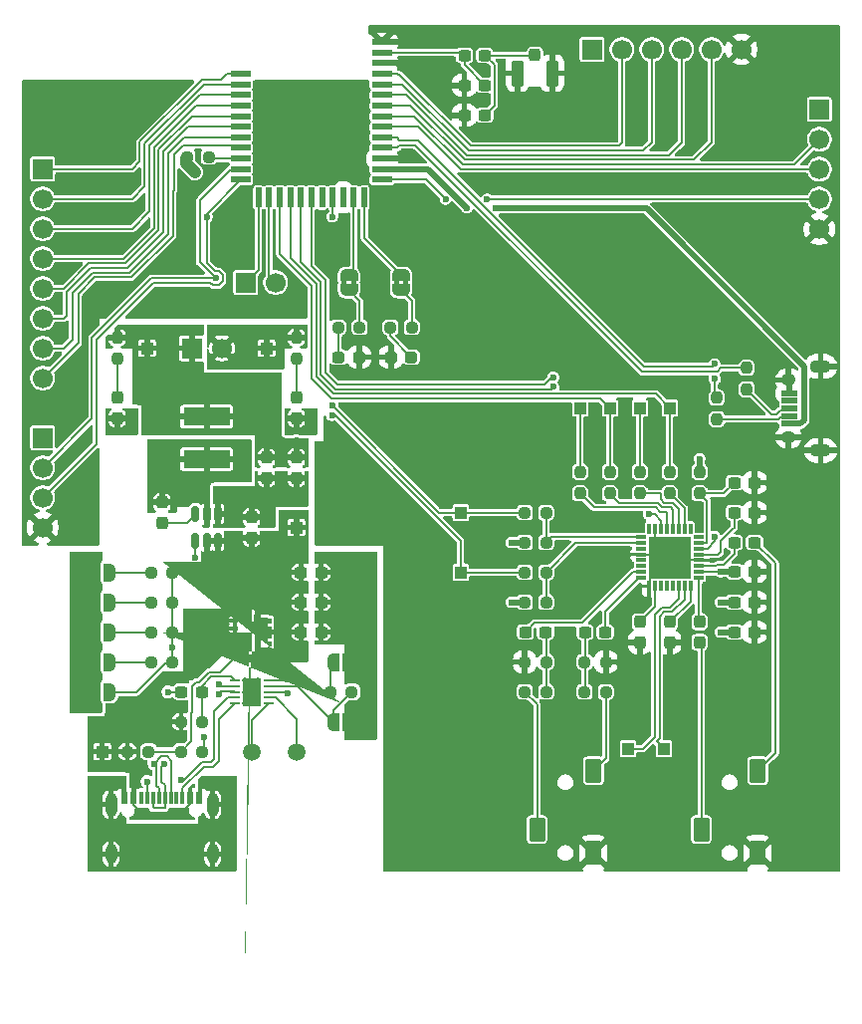
<source format=gbr>
%TF.GenerationSoftware,KiCad,Pcbnew,9.0.1*%
%TF.CreationDate,2025-05-21T12:09:37+01:00*%
%TF.ProjectId,FSC-BT631D-Breakout,4653432d-4254-4363-9331-442d42726561,rev?*%
%TF.SameCoordinates,Original*%
%TF.FileFunction,Copper,L1,Top*%
%TF.FilePolarity,Positive*%
%FSLAX46Y46*%
G04 Gerber Fmt 4.6, Leading zero omitted, Abs format (unit mm)*
G04 Created by KiCad (PCBNEW 9.0.1) date 2025-05-21 12:09:37*
%MOMM*%
%LPD*%
G01*
G04 APERTURE LIST*
G04 Aperture macros list*
%AMRoundRect*
0 Rectangle with rounded corners*
0 $1 Rounding radius*
0 $2 $3 $4 $5 $6 $7 $8 $9 X,Y pos of 4 corners*
0 Add a 4 corners polygon primitive as box body*
4,1,4,$2,$3,$4,$5,$6,$7,$8,$9,$2,$3,0*
0 Add four circle primitives for the rounded corners*
1,1,$1+$1,$2,$3*
1,1,$1+$1,$4,$5*
1,1,$1+$1,$6,$7*
1,1,$1+$1,$8,$9*
0 Add four rect primitives between the rounded corners*
20,1,$1+$1,$2,$3,$4,$5,0*
20,1,$1+$1,$4,$5,$6,$7,0*
20,1,$1+$1,$6,$7,$8,$9,0*
20,1,$1+$1,$8,$9,$2,$3,0*%
%AMFreePoly0*
4,1,23,0.500000,-0.750000,0.000000,-0.750000,0.000000,-0.745722,-0.065263,-0.745722,-0.191342,-0.711940,-0.304381,-0.646677,-0.396677,-0.554381,-0.461940,-0.441342,-0.495722,-0.315263,-0.495722,-0.250000,-0.500000,-0.250000,-0.500000,0.250000,-0.495722,0.250000,-0.495722,0.315263,-0.461940,0.441342,-0.396677,0.554381,-0.304381,0.646677,-0.191342,0.711940,-0.065263,0.745722,0.000000,0.745722,
0.000000,0.750000,0.500000,0.750000,0.500000,-0.750000,0.500000,-0.750000,$1*%
%AMFreePoly1*
4,1,23,0.000000,0.745722,0.065263,0.745722,0.191342,0.711940,0.304381,0.646677,0.396677,0.554381,0.461940,0.441342,0.495722,0.315263,0.495722,0.250000,0.500000,0.250000,0.500000,-0.250000,0.495722,-0.250000,0.495722,-0.315263,0.461940,-0.441342,0.396677,-0.554381,0.304381,-0.646677,0.191342,-0.711940,0.065263,-0.745722,0.000000,-0.745722,0.000000,-0.750000,-0.500000,-0.750000,
-0.500000,0.750000,0.000000,0.750000,0.000000,0.745722,0.000000,0.745722,$1*%
%AMFreePoly2*
4,1,61,0.218536,1.608536,0.220000,1.605000,0.220000,1.230000,1.350000,1.230000,1.353536,1.228536,1.355000,1.225000,1.355000,1.180000,1.650000,1.180000,1.653536,1.178536,1.655000,1.175000,1.655000,0.775000,1.653536,0.771464,1.650000,0.770000,1.355000,0.770000,1.355000,0.530000,1.650000,0.530000,1.653536,0.528536,1.655000,0.525000,1.655000,0.125000,1.653536,0.121464,
1.650000,0.120000,1.355000,0.120000,1.355000,-0.120000,1.650000,-0.120000,1.653536,-0.121464,1.655000,-0.125000,1.655000,-0.525000,1.653536,-0.528536,1.650000,-0.530000,1.355000,-0.530000,1.355000,-0.770000,1.650000,-0.770000,1.653536,-0.771464,1.655000,-0.775000,1.655000,-1.175000,1.653536,-1.178536,1.650000,-1.180000,1.355000,-1.180000,1.355000,-1.225000,1.353536,-1.228536,
1.350000,-1.230000,0.220000,-1.230000,0.220000,-1.605000,0.218536,-1.608536,0.215000,-1.610000,-0.215000,-1.610000,-0.218536,-1.608536,-0.220000,-1.605000,-0.220000,-1.230000,-0.630000,-1.230000,-0.633536,-1.228536,-0.635000,-1.225000,-0.635000,1.225000,-0.633536,1.228536,-0.630000,1.230000,-0.220000,1.230000,-0.220000,1.605000,-0.218536,1.608536,-0.215000,1.610000,0.215000,1.610000,
0.218536,1.608536,0.218536,1.608536,$1*%
G04 Aperture macros list end*
%TA.AperFunction,EtchedComponent*%
%ADD10C,0.000000*%
%TD*%
%TA.AperFunction,SMDPad,CuDef*%
%ADD11RoundRect,0.250000X-0.250000X0.275000X-0.250000X-0.275000X0.250000X-0.275000X0.250000X0.275000X0*%
%TD*%
%TA.AperFunction,SMDPad,CuDef*%
%ADD12RoundRect,0.250000X-0.275000X0.850000X-0.275000X-0.850000X0.275000X-0.850000X0.275000X0.850000X0*%
%TD*%
%TA.AperFunction,SMDPad,CuDef*%
%ADD13RoundRect,0.237500X-0.300000X-0.237500X0.300000X-0.237500X0.300000X0.237500X-0.300000X0.237500X0*%
%TD*%
%TA.AperFunction,SMDPad,CuDef*%
%ADD14RoundRect,0.237500X0.300000X0.237500X-0.300000X0.237500X-0.300000X-0.237500X0.300000X-0.237500X0*%
%TD*%
%TA.AperFunction,SMDPad,CuDef*%
%ADD15RoundRect,0.150000X0.150000X-0.512500X0.150000X0.512500X-0.150000X0.512500X-0.150000X-0.512500X0*%
%TD*%
%TA.AperFunction,ComponentPad*%
%ADD16R,1.000000X1.000000*%
%TD*%
%TA.AperFunction,SMDPad,CuDef*%
%ADD17RoundRect,0.237500X-0.237500X0.300000X-0.237500X-0.300000X0.237500X-0.300000X0.237500X0.300000X0*%
%TD*%
%TA.AperFunction,SMDPad,CuDef*%
%ADD18FreePoly0,180.000000*%
%TD*%
%TA.AperFunction,SMDPad,CuDef*%
%ADD19FreePoly1,180.000000*%
%TD*%
%TA.AperFunction,SMDPad,CuDef*%
%ADD20RoundRect,0.237500X0.237500X-0.287500X0.237500X0.287500X-0.237500X0.287500X-0.237500X-0.287500X0*%
%TD*%
%TA.AperFunction,SMDPad,CuDef*%
%ADD21RoundRect,0.237500X0.250000X0.237500X-0.250000X0.237500X-0.250000X-0.237500X0.250000X-0.237500X0*%
%TD*%
%TA.AperFunction,SMDPad,CuDef*%
%ADD22RoundRect,0.237500X-0.250000X-0.237500X0.250000X-0.237500X0.250000X0.237500X-0.250000X0.237500X0*%
%TD*%
%TA.AperFunction,SMDPad,CuDef*%
%ADD23RoundRect,0.237500X-0.237500X0.250000X-0.237500X-0.250000X0.237500X-0.250000X0.237500X0.250000X0*%
%TD*%
%TA.AperFunction,SMDPad,CuDef*%
%ADD24R,0.300000X0.850000*%
%TD*%
%TA.AperFunction,SMDPad,CuDef*%
%ADD25R,0.850000X0.300000*%
%TD*%
%TA.AperFunction,SMDPad,CuDef*%
%ADD26R,3.550000X3.550000*%
%TD*%
%TA.AperFunction,SMDPad,CuDef*%
%ADD27R,0.500000X0.350000*%
%TD*%
%TA.AperFunction,SMDPad,CuDef*%
%ADD28FreePoly2,0.000000*%
%TD*%
%TA.AperFunction,SMDPad,CuDef*%
%ADD29RoundRect,0.237500X0.237500X-0.300000X0.237500X0.300000X-0.237500X0.300000X-0.237500X-0.300000X0*%
%TD*%
%TA.AperFunction,SMDPad,CuDef*%
%ADD30RoundRect,0.237500X0.287500X0.237500X-0.287500X0.237500X-0.287500X-0.237500X0.287500X-0.237500X0*%
%TD*%
%TA.AperFunction,SMDPad,CuDef*%
%ADD31FreePoly0,90.000000*%
%TD*%
%TA.AperFunction,SMDPad,CuDef*%
%ADD32FreePoly1,90.000000*%
%TD*%
%TA.AperFunction,ComponentPad*%
%ADD33RoundRect,0.210000X0.490000X-0.790000X0.490000X0.790000X-0.490000X0.790000X-0.490000X-0.790000X0*%
%TD*%
%TA.AperFunction,SMDPad,CuDef*%
%ADD34R,4.000000X1.500000*%
%TD*%
%TA.AperFunction,SMDPad,CuDef*%
%ADD35RoundRect,0.237500X0.237500X-0.250000X0.237500X0.250000X-0.237500X0.250000X-0.237500X-0.250000X0*%
%TD*%
%TA.AperFunction,SMDPad,CuDef*%
%ADD36R,0.600000X1.140000*%
%TD*%
%TA.AperFunction,SMDPad,CuDef*%
%ADD37R,0.300000X1.140000*%
%TD*%
%TA.AperFunction,ComponentPad*%
%ADD38O,0.950000X2.050000*%
%TD*%
%TA.AperFunction,ComponentPad*%
%ADD39O,0.950000X1.750000*%
%TD*%
%TA.AperFunction,SMDPad,CuDef*%
%ADD40C,1.500000*%
%TD*%
%TA.AperFunction,SMDPad,CuDef*%
%ADD41FreePoly0,0.000000*%
%TD*%
%TA.AperFunction,SMDPad,CuDef*%
%ADD42FreePoly1,0.000000*%
%TD*%
%TA.AperFunction,SMDPad,CuDef*%
%ADD43RoundRect,0.020000X0.655000X-0.180000X0.655000X0.180000X-0.655000X0.180000X-0.655000X-0.180000X0*%
%TD*%
%TA.AperFunction,ComponentPad*%
%ADD44O,1.800000X1.100000*%
%TD*%
%TA.AperFunction,ComponentPad*%
%ADD45O,1.250000X1.050000*%
%TD*%
%TA.AperFunction,ComponentPad*%
%ADD46R,1.700000X1.700000*%
%TD*%
%TA.AperFunction,ComponentPad*%
%ADD47C,1.700000*%
%TD*%
%TA.AperFunction,SMDPad,CuDef*%
%ADD48RoundRect,0.062500X-0.362500X-0.062500X0.362500X-0.062500X0.362500X0.062500X-0.362500X0.062500X0*%
%TD*%
%TA.AperFunction,HeatsinkPad*%
%ADD49C,0.500000*%
%TD*%
%TA.AperFunction,HeatsinkPad*%
%ADD50R,1.650000X2.380000*%
%TD*%
%TA.AperFunction,SMDPad,CuDef*%
%ADD51RoundRect,0.237500X-0.287500X-0.237500X0.287500X-0.237500X0.287500X0.237500X-0.287500X0.237500X0*%
%TD*%
%TA.AperFunction,SMDPad,CuDef*%
%ADD52RoundRect,0.075000X-0.775000X-0.175000X0.775000X-0.175000X0.775000X0.175000X-0.775000X0.175000X0*%
%TD*%
%TA.AperFunction,SMDPad,CuDef*%
%ADD53RoundRect,0.075000X0.175000X-0.775000X0.175000X0.775000X-0.175000X0.775000X-0.175000X-0.775000X0*%
%TD*%
%TA.AperFunction,ViaPad*%
%ADD54C,0.600000*%
%TD*%
%TA.AperFunction,Conductor*%
%ADD55C,0.200000*%
%TD*%
%TA.AperFunction,Conductor*%
%ADD56C,0.500000*%
%TD*%
%TA.AperFunction,Conductor*%
%ADD57C,1.000000*%
%TD*%
G04 APERTURE END LIST*
D10*
%TA.AperFunction,EtchedComponent*%
%TO.C,JP9*%
G36*
X124260000Y-75942000D02*
G01*
X123860000Y-75942000D01*
X123860000Y-75442000D01*
X124260000Y-75442000D01*
X124260000Y-75942000D01*
G37*
%TD.AperFunction*%
%TA.AperFunction,EtchedComponent*%
G36*
X125060000Y-75942000D02*
G01*
X124660000Y-75942000D01*
X124660000Y-75442000D01*
X125060000Y-75442000D01*
X125060000Y-75942000D01*
G37*
%TD.AperFunction*%
%TA.AperFunction,EtchedComponent*%
%TO.C,JP8*%
G36*
X119830000Y-75942000D02*
G01*
X119430000Y-75942000D01*
X119430000Y-75442000D01*
X119830000Y-75442000D01*
X119830000Y-75942000D01*
G37*
%TD.AperFunction*%
%TA.AperFunction,EtchedComponent*%
G36*
X120630000Y-75942000D02*
G01*
X120230000Y-75942000D01*
X120230000Y-75442000D01*
X120630000Y-75442000D01*
X120630000Y-75942000D01*
G37*
%TD.AperFunction*%
%TD*%
D11*
%TO.P,AE1,1,A*%
%TO.N,Net-(AE1-A)*%
X135841000Y-56387000D03*
D12*
%TO.P,AE1,2,Shield*%
%TO.N,GND*%
X137316000Y-57912000D03*
X134366000Y-57912000D03*
%TD*%
D13*
%TO.P,C9,1*%
%TO.N,Net-(IC1-DVDD)*%
X152807500Y-95250000D03*
%TO.P,C9,2*%
%TO.N,GND*%
X154532500Y-95250000D03*
%TD*%
D14*
%TO.P,C3,1*%
%TO.N,GND*%
X117682500Y-100330000D03*
%TO.P,C3,2*%
%TO.N,/power/VOUT*%
X115957500Y-100330000D03*
%TD*%
%TO.P,C1,1*%
%TO.N,GND*%
X117682500Y-105410000D03*
%TO.P,C1,2*%
%TO.N,/power/VOUT*%
X115957500Y-105410000D03*
%TD*%
D15*
%TO.P,U2,1,FB*%
%TO.N,+3.3V*%
X106980000Y-97657500D03*
%TO.P,U2,2,EN*%
%TO.N,/power/VOUT*%
X107930000Y-97657500D03*
%TO.P,U2,3,IN*%
X108880000Y-97657500D03*
%TO.P,U2,4,GND*%
%TO.N,GND*%
X108880000Y-95382500D03*
%TO.P,U2,5,SW*%
%TO.N,/power/SW*%
X107930000Y-95382500D03*
%TO.P,U2,6,BST*%
%TO.N,/power/BST*%
X106980000Y-95382500D03*
%TD*%
D16*
%TO.P,TP7,1,1*%
%TO.N,P0.14{slash}I2S_BCLK*%
X147320000Y-86360000D03*
%TD*%
D17*
%TO.P,C5,1*%
%TO.N,/power/SW*%
X104120000Y-94387500D03*
%TO.P,C5,2*%
%TO.N,/power/BST*%
X104120000Y-96112500D03*
%TD*%
D18*
%TO.P,JP4,1,A*%
%TO.N,Net-(JP4-A)*%
X99690000Y-102870000D03*
D19*
%TO.P,JP4,2,B*%
%TO.N,GND*%
X98390000Y-102870000D03*
%TD*%
D20*
%TO.P,D2,1,K*%
%TO.N,GND*%
X115550000Y-87235000D03*
%TO.P,D2,2,A*%
%TO.N,Net-(D2-A)*%
X115550000Y-85485000D03*
%TD*%
D21*
%TO.P,R5,1*%
%TO.N,/power/VSET*%
X105032500Y-105410000D03*
%TO.P,R5,2*%
%TO.N,Net-(JP3-A)*%
X103207500Y-105410000D03*
%TD*%
D18*
%TO.P,JP1,1,A*%
%TO.N,/power/VSET*%
X99690000Y-110490000D03*
D19*
%TO.P,JP1,2,B*%
%TO.N,GND*%
X98390000Y-110490000D03*
%TD*%
D22*
%TO.P,R23,1*%
%TO.N,P1.02{slash}I2C_SDA*%
X134977500Y-100330000D03*
%TO.P,R23,2*%
%TO.N,Net-(IC1-SDA{slash}MOSI)*%
X136802500Y-100330000D03*
%TD*%
D23*
%TO.P,R12,1*%
%TO.N,P0.14{slash}I2S_BCLK*%
X147320000Y-91797500D03*
%TO.P,R12,2*%
%TO.N,/codec/I2S2_CLK*%
X147320000Y-93622500D03*
%TD*%
D21*
%TO.P,R3,1*%
%TO.N,Net-(U1-GATE)*%
X107572500Y-115570000D03*
%TO.P,R3,2*%
%TO.N,Net-(Q1-Pad4)*%
X105747500Y-115570000D03*
%TD*%
D24*
%TO.P,IC1,1,MCLK*%
%TO.N,unconnected-(IC1-MCLK-Pad1)*%
X149070000Y-96610000D03*
%TO.P,IC1,2,BCLK*%
%TO.N,/codec/I2S2_CLK*%
X148570000Y-96610000D03*
%TO.P,IC1,3,WCLK*%
%TO.N,/codec/I2S2_WS*%
X148070000Y-96610000D03*
%TO.P,IC1,4,DIN_/_MFP1*%
%TO.N,/codec/I2S2_DO*%
X147570000Y-96610000D03*
%TO.P,IC1,5,DOUT_/_MFP2*%
%TO.N,/codec/I2S2_DI*%
X147070000Y-96610000D03*
%TO.P,IC1,6,IOVDD*%
%TO.N,+3.3V*%
X146570000Y-96610000D03*
%TO.P,IC1,7,IOVSS*%
%TO.N,GND*%
X146070000Y-96610000D03*
%TO.P,IC1,8,SCLK_/_MFP3*%
%TO.N,unconnected-(IC1-SCLK_{slash}_MFP3-Pad8)*%
X145570000Y-96610000D03*
D25*
%TO.P,IC1,9,SCL/~{SS}*%
%TO.N,Net-(IC1-SCL{slash}~{SS})*%
X144870000Y-97310000D03*
%TO.P,IC1,10,SDA/MOSI*%
%TO.N,Net-(IC1-SDA{slash}MOSI)*%
X144870000Y-97810000D03*
%TO.P,IC1,11,MISO_/_MFP4*%
%TO.N,unconnected-(IC1-MISO_{slash}_MFP4-Pad11)*%
X144870000Y-98310000D03*
%TO.P,IC1,12,SPI__SELECT*%
%TO.N,GND*%
X144870000Y-98810000D03*
%TO.P,IC1,13,IN1_L*%
%TO.N,unconnected-(IC1-IN1_L-Pad13)*%
X144870000Y-99310000D03*
%TO.P,IC1,14,IN1_R*%
%TO.N,unconnected-(IC1-IN1_R-Pad14)*%
X144870000Y-99810000D03*
%TO.P,IC1,15,IN2_L*%
%TO.N,L_LINE2*%
X144870000Y-100310000D03*
%TO.P,IC1,16,IN2_R*%
%TO.N,R_LINE2*%
X144870000Y-100810000D03*
D24*
%TO.P,IC1,17,AVSS*%
%TO.N,GND*%
X145570000Y-101510000D03*
%TO.P,IC1,18,REF*%
%TO.N,Net-(IC1-REF)*%
X146070000Y-101510000D03*
%TO.P,IC1,19,MICBIAS*%
%TO.N,unconnected-(IC1-MICBIAS-Pad19)*%
X146570000Y-101510000D03*
%TO.P,IC1,20,IN3_L*%
%TO.N,unconnected-(IC1-IN3_L-Pad20)*%
X147070000Y-101510000D03*
%TO.P,IC1,21,IN3_R*%
%TO.N,unconnected-(IC1-IN3_R-Pad21)*%
X147570000Y-101510000D03*
%TO.P,IC1,22,LOL*%
%TO.N,Net-(IC1-LOL)*%
X148070000Y-101510000D03*
%TO.P,IC1,23,LOR*%
%TO.N,Net-(IC1-LOR)*%
X148570000Y-101510000D03*
%TO.P,IC1,24,AVDD*%
%TO.N,/codec/AVDD*%
X149070000Y-101510000D03*
D25*
%TO.P,IC1,25,HPL*%
%TO.N,Net-(IC1-HPL)*%
X149770000Y-100810000D03*
%TO.P,IC1,26,LDOIN*%
%TO.N,+3.3V*%
X149770000Y-100310000D03*
%TO.P,IC1,27,HPR*%
%TO.N,Net-(IC1-HPR)*%
X149770000Y-99810000D03*
%TO.P,IC1,28,DVSS*%
%TO.N,GND*%
X149770000Y-99310000D03*
%TO.P,IC1,29,DVDD*%
%TO.N,Net-(IC1-DVDD)*%
X149770000Y-98810000D03*
%TO.P,IC1,30,LDO__SELECT*%
%TO.N,+3.3V*%
X149770000Y-98310000D03*
%TO.P,IC1,31,~{RESET}*%
%TO.N,Net-(IC1-~{RESET})*%
X149770000Y-97810000D03*
%TO.P,IC1,32,GPIO_/_MFP5*%
%TO.N,unconnected-(IC1-GPIO_{slash}_MFP5-Pad32)*%
X149770000Y-97310000D03*
D26*
%TO.P,IC1,33,EP*%
%TO.N,GND*%
X147320000Y-99060000D03*
%TD*%
D27*
%TO.P,Q1,1*%
%TO.N,VBUS*%
X110340000Y-104435000D03*
%TO.P,Q1,2*%
X110340000Y-105085000D03*
%TO.P,Q1,3*%
X110340000Y-105735000D03*
%TO.P,Q1,4*%
%TO.N,Net-(Q1-Pad4)*%
X110340000Y-106385000D03*
D28*
%TO.P,Q1,5_6_7_8*%
%TO.N,/power/VOUT*%
X111740000Y-105410000D03*
%TD*%
D21*
%TO.P,R14,1*%
%TO.N,Net-(C16-Pad1)*%
X136802500Y-110490000D03*
%TO.P,R14,2*%
%TO.N,Net-(J3-PadS)*%
X134977500Y-110490000D03*
%TD*%
D13*
%TO.P,C14,1*%
%TO.N,+3.3V*%
X152807500Y-105410000D03*
%TO.P,C14,2*%
%TO.N,GND*%
X154532500Y-105410000D03*
%TD*%
D14*
%TO.P,C2,1*%
%TO.N,GND*%
X117682500Y-102870000D03*
%TO.P,C2,2*%
%TO.N,/power/VOUT*%
X115957500Y-102870000D03*
%TD*%
D16*
%TO.P,TP13,1,1*%
%TO.N,P1.03{slash}I2C_SCL*%
X129540000Y-95250000D03*
%TD*%
D14*
%TO.P,C16,1*%
%TO.N,Net-(C16-Pad1)*%
X136752500Y-105410000D03*
%TO.P,C16,2*%
%TO.N,L_LINE2*%
X135027500Y-105410000D03*
%TD*%
D29*
%TO.P,C7,1*%
%TO.N,GND*%
X113010000Y-92302500D03*
%TO.P,C7,2*%
%TO.N,+3.3V*%
X113010000Y-90577500D03*
%TD*%
D16*
%TO.P,TP14,1,1*%
%TO.N,P1.02{slash}I2C_SDA*%
X129540000Y-100330000D03*
%TD*%
D30*
%TO.P,D3,1,K*%
%TO.N,GND*%
X120905000Y-82042000D03*
%TO.P,D3,2,A*%
%TO.N,Net-(D3-A)*%
X119155000Y-82042000D03*
%TD*%
D31*
%TO.P,JP9,1,A*%
%TO.N,Net-(JP9-A)*%
X124460000Y-76342000D03*
D32*
%TO.P,JP9,2,B*%
%TO.N,P1.00*%
X124460000Y-75042000D03*
%TD*%
D16*
%TO.P,TP9,1,1*%
%TO.N,P0.15{slash}I2S_DOUT*%
X142240000Y-86360000D03*
%TD*%
D33*
%TO.P,J4,G*%
%TO.N,GND*%
X154800000Y-124180000D03*
%TO.P,J4,S*%
%TO.N,HPL*%
X150000000Y-122180000D03*
%TO.P,J4,T*%
%TO.N,HPR*%
X154800000Y-117180000D03*
%TD*%
D22*
%TO.P,R19,1*%
%TO.N,Net-(C17-Pad1)*%
X140057500Y-107950000D03*
%TO.P,R19,2*%
%TO.N,GND*%
X141882500Y-107950000D03*
%TD*%
%TO.P,R27,1*%
%TO.N,Net-(D3-A)*%
X119117500Y-79502000D03*
%TO.P,R27,2*%
%TO.N,Net-(JP8-A)*%
X120942500Y-79502000D03*
%TD*%
D34*
%TO.P,L1,1*%
%TO.N,/power/SW*%
X107930000Y-90700000D03*
%TO.P,L1,2*%
%TO.N,+3.3V*%
X107930000Y-87100000D03*
%TD*%
D21*
%TO.P,R1,1*%
%TO.N,Net-(Q1-Pad4)*%
X103000500Y-115570000D03*
%TO.P,R1,2*%
%TO.N,VBUS*%
X101175500Y-115570000D03*
%TD*%
%TO.P,R6,1*%
%TO.N,/power/VSET*%
X105032500Y-102870000D03*
%TO.P,R6,2*%
%TO.N,Net-(JP4-A)*%
X103207500Y-102870000D03*
%TD*%
%TO.P,R8,1*%
%TO.N,/power/ISET*%
X120272500Y-110490000D03*
%TO.P,R8,2*%
%TO.N,Net-(JP7-A)*%
X118447500Y-110490000D03*
%TD*%
D13*
%TO.P,C17,1*%
%TO.N,Net-(C17-Pad1)*%
X140107500Y-105410000D03*
%TO.P,C17,2*%
%TO.N,R_LINE2*%
X141832500Y-105410000D03*
%TD*%
D16*
%TO.P,TP12,1,1*%
%TO.N,Net-(IC1-LOL)*%
X143764000Y-115316000D03*
%TD*%
D35*
%TO.P,R9,1*%
%TO.N,Net-(D1-A)*%
X100310000Y-82192500D03*
%TO.P,R9,2*%
%TO.N,+3.3V*%
X100310000Y-80367500D03*
%TD*%
D36*
%TO.P,J1,A1,GND*%
%TO.N,GND*%
X100920000Y-119515000D03*
X107320000Y-119515000D03*
%TO.P,J1,A4,VBUS*%
%TO.N,VBUS*%
X101720000Y-119515000D03*
X106520000Y-119515000D03*
D37*
%TO.P,J1,A5,CC1*%
%TO.N,/power/CC1*%
X102870000Y-119515000D03*
%TO.P,J1,A6,D+*%
%TO.N,/power/D+*%
X103870000Y-119515000D03*
%TO.P,J1,A7,D-*%
%TO.N,/power/D-*%
X104370000Y-119515000D03*
%TO.P,J1,A8,SBU1*%
%TO.N,unconnected-(J1-SBU1-PadA8)*%
X105370000Y-119515000D03*
%TO.P,J1,B5,CC2*%
%TO.N,/power/CC2*%
X105870000Y-119515000D03*
%TO.P,J1,B6,D+*%
%TO.N,/power/D+*%
X104870000Y-119515000D03*
%TO.P,J1,B7,D-*%
%TO.N,/power/D-*%
X103370000Y-119515000D03*
%TO.P,J1,B8,SBU2*%
%TO.N,unconnected-(J1-SBU2-PadB8)*%
X102370000Y-119515000D03*
D38*
%TO.P,J1,S1,SHIELD*%
%TO.N,GND*%
X99795000Y-120065000D03*
D39*
X99795000Y-124265000D03*
D38*
X108445000Y-120065000D03*
D39*
X108445000Y-124265000D03*
%TD*%
D40*
%TO.P,TP3,1,1*%
%TO.N,/power/SDA*%
X111740000Y-115570000D03*
%TD*%
D41*
%TO.P,JP7,1,A*%
%TO.N,Net-(JP7-A)*%
X118710000Y-107950000D03*
D42*
%TO.P,JP7,2,B*%
%TO.N,GND*%
X120010000Y-107950000D03*
%TD*%
D14*
%TO.P,C13,1*%
%TO.N,GND*%
X154532500Y-92710000D03*
%TO.P,C13,2*%
%TO.N,Net-(IC1-~{RESET})*%
X152807500Y-92710000D03*
%TD*%
D43*
%TO.P,J5,1,VBUS*%
%TO.N,+5V*%
X157480000Y-87710000D03*
%TO.P,J5,2,D-*%
%TO.N,/module/MOD_D-*%
X157480000Y-87060000D03*
%TO.P,J5,3,D+*%
%TO.N,/module/MOD_D+*%
X157480000Y-86410000D03*
%TO.P,J5,4,ID*%
%TO.N,unconnected-(J5-ID-Pad4)*%
X157480000Y-85760000D03*
%TO.P,J5,5,GND*%
%TO.N,GND*%
X157480000Y-85110000D03*
D44*
%TO.P,J5,6,Shield*%
X160155000Y-89985000D03*
D45*
X157430000Y-88835000D03*
X157430000Y-83985000D03*
D44*
X160155000Y-82835000D03*
%TD*%
D21*
%TO.P,R15,1*%
%TO.N,Net-(C16-Pad1)*%
X136802500Y-107950000D03*
%TO.P,R15,2*%
%TO.N,GND*%
X134977500Y-107950000D03*
%TD*%
D13*
%TO.P,C12,1*%
%TO.N,+3.3V*%
X152807500Y-102870000D03*
%TO.P,C12,2*%
%TO.N,GND*%
X154532500Y-102870000D03*
%TD*%
D40*
%TO.P,TP2,1,1*%
%TO.N,/power/SCL*%
X115550000Y-115570000D03*
%TD*%
D20*
%TO.P,D1,1,K*%
%TO.N,GND*%
X100310000Y-87235000D03*
%TO.P,D1,2,A*%
%TO.N,Net-(D1-A)*%
X100310000Y-85485000D03*
%TD*%
D13*
%TO.P,C22,1*%
%TO.N,GND*%
X129847000Y-61468000D03*
%TO.P,C22,2*%
%TO.N,Net-(AE1-A)*%
X131572000Y-61468000D03*
%TD*%
D17*
%TO.P,C6,1*%
%TO.N,GND*%
X111740000Y-95657500D03*
%TO.P,C6,2*%
%TO.N,/power/VOUT*%
X111740000Y-97382500D03*
%TD*%
D16*
%TO.P,TP8,1,1*%
%TO.N,P0.16{slash}I2S_WS*%
X144780000Y-86360000D03*
%TD*%
D17*
%TO.P,C18,1*%
%TO.N,Net-(IC1-REF)*%
X144780000Y-104547500D03*
%TO.P,C18,2*%
%TO.N,GND*%
X144780000Y-106272500D03*
%TD*%
D46*
%TO.P,J6,1,Pin_1*%
%TO.N,VDD*%
X160045000Y-60990000D03*
D47*
%TO.P,J6,2,Pin_2*%
%TO.N,SWDIO*%
X160045000Y-63530000D03*
%TO.P,J6,3,Pin_3*%
%TO.N,SWDCLK*%
X160045000Y-66070000D03*
%TO.P,J6,4,Pin_4*%
%TO.N,RESET*%
X160045000Y-68610000D03*
%TO.P,J6,5,Pin_5*%
%TO.N,GND*%
X160045000Y-71150000D03*
%TD*%
D13*
%TO.P,C20,1*%
%TO.N,Net-(U3-RF)*%
X129847000Y-56388000D03*
%TO.P,C20,2*%
%TO.N,Net-(AE1-A)*%
X131572000Y-56388000D03*
%TD*%
D16*
%TO.P,TP1,1,1*%
%TO.N,VBUS*%
X99040000Y-115570000D03*
%TD*%
D23*
%TO.P,R17,1*%
%TO.N,P0.13{slash}I2S_DIN*%
X139700000Y-91797500D03*
%TO.P,R17,2*%
%TO.N,/codec/I2S2_DI*%
X139700000Y-93622500D03*
%TD*%
%TO.P,R16,1*%
%TO.N,P0.15{slash}I2S_DOUT*%
X142240000Y-91797500D03*
%TO.P,R16,2*%
%TO.N,/codec/I2S2_DO*%
X142240000Y-93622500D03*
%TD*%
D29*
%TO.P,C8,1*%
%TO.N,GND*%
X115550000Y-92302500D03*
%TO.P,C8,2*%
%TO.N,+3.3V*%
X115550000Y-90577500D03*
%TD*%
D35*
%TO.P,R11,1*%
%TO.N,Net-(IC1-~{RESET})*%
X149860000Y-93622500D03*
%TO.P,R11,2*%
%TO.N,+3.3V*%
X149860000Y-91797500D03*
%TD*%
D46*
%TO.P,J10,1,Pin_1*%
%TO.N,P0.27*%
X93980000Y-66040000D03*
D47*
%TO.P,J10,2,Pin_2*%
%TO.N,P0.26*%
X93980000Y-68580000D03*
%TO.P,J10,3,Pin_3*%
%TO.N,P0.25*%
X93980000Y-71120000D03*
%TO.P,J10,4,Pin_4*%
%TO.N,P0.24*%
X93980000Y-73660000D03*
%TO.P,J10,5,Pin_5*%
%TO.N,P0.23*%
X93980000Y-76200000D03*
%TO.P,J10,6,Pin_6*%
%TO.N,P0.07*%
X93980000Y-78740000D03*
%TO.P,J10,7,Pin_7*%
%TO.N,P0.06*%
X93980000Y-81280000D03*
%TO.P,J10,8,Pin_8*%
%TO.N,P0.22*%
X93980000Y-83820000D03*
%TD*%
D21*
%TO.P,R2,1*%
%TO.N,Net-(U1-VIN)*%
X107572500Y-113030000D03*
%TO.P,R2,2*%
%TO.N,VBUS*%
X105747500Y-113030000D03*
%TD*%
D16*
%TO.P,TP6,1,1*%
%TO.N,VDD*%
X113010000Y-81280000D03*
%TD*%
D13*
%TO.P,C21,1*%
%TO.N,GND*%
X129847000Y-58928000D03*
%TO.P,C21,2*%
%TO.N,Net-(U3-RF)*%
X131572000Y-58928000D03*
%TD*%
D23*
%TO.P,R13,1*%
%TO.N,P0.16{slash}I2S_WS*%
X144780000Y-91797500D03*
%TO.P,R13,2*%
%TO.N,/codec/I2S2_WS*%
X144780000Y-93622500D03*
%TD*%
D18*
%TO.P,JP2,1,A*%
%TO.N,Net-(JP2-A)*%
X99690000Y-107950000D03*
D19*
%TO.P,JP2,2,B*%
%TO.N,GND*%
X98390000Y-107950000D03*
%TD*%
D16*
%TO.P,TP4,1,1*%
%TO.N,/power/VOUT*%
X115550000Y-96520000D03*
%TD*%
D22*
%TO.P,R26,1*%
%TO.N,VDD*%
X106275500Y-65024000D03*
%TO.P,R26,2*%
%TO.N,Net-(U3-NC)*%
X108100500Y-65024000D03*
%TD*%
D33*
%TO.P,J3,G*%
%TO.N,GND*%
X140830000Y-124180000D03*
%TO.P,J3,S*%
%TO.N,Net-(J3-PadS)*%
X136030000Y-122180000D03*
%TO.P,J3,T*%
%TO.N,Net-(J3-PadT)*%
X140830000Y-117180000D03*
%TD*%
D18*
%TO.P,JP6,1,A*%
%TO.N,Net-(JP6-A)*%
X99690000Y-100330000D03*
D19*
%TO.P,JP6,2,B*%
%TO.N,GND*%
X98390000Y-100330000D03*
%TD*%
D35*
%TO.P,R25,1*%
%TO.N,/module/MOD_D-*%
X151310000Y-87322500D03*
%TO.P,R25,2*%
%TO.N,/module/USB_D-*%
X151310000Y-85497500D03*
%TD*%
D46*
%TO.P,J7,1,Pin_1*%
%TO.N,VDD*%
X140716000Y-55880000D03*
D47*
%TO.P,J7,2,Pin_2*%
%TO.N,P1.10{slash}UART_CTS*%
X143256000Y-55880000D03*
%TO.P,J7,3,Pin_3*%
%TO.N,P1.08{slash}UART_RXD*%
X145796000Y-55880000D03*
%TO.P,J7,4,Pin_4*%
%TO.N,P1.09{slash}UART_TXD*%
X148336000Y-55880000D03*
%TO.P,J7,5,Pin_5*%
%TO.N,P1.1{slash}UART_RTS*%
X150876000Y-55880000D03*
%TO.P,J7,6,Pin_6*%
%TO.N,GND*%
X153416000Y-55880000D03*
%TD*%
D22*
%TO.P,R28,1*%
%TO.N,Net-(D4-A)*%
X123562500Y-79502000D03*
%TO.P,R28,2*%
%TO.N,Net-(JP9-A)*%
X125387500Y-79502000D03*
%TD*%
D35*
%TO.P,R10,1*%
%TO.N,Net-(D2-A)*%
X115550000Y-82192500D03*
%TO.P,R10,2*%
%TO.N,VDD*%
X115550000Y-80367500D03*
%TD*%
D17*
%TO.P,C15,1*%
%TO.N,Net-(IC1-HPL)*%
X149860000Y-104547500D03*
%TO.P,C15,2*%
%TO.N,HPL*%
X149860000Y-106272500D03*
%TD*%
D16*
%TO.P,TP5,1,1*%
%TO.N,+3.3V*%
X102850000Y-81280000D03*
%TD*%
D22*
%TO.P,R21,1*%
%TO.N,+3.3V*%
X134977500Y-97790000D03*
%TO.P,R21,2*%
%TO.N,Net-(IC1-SCL{slash}~{SS})*%
X136802500Y-97790000D03*
%TD*%
%TO.P,R18,1*%
%TO.N,Net-(C17-Pad1)*%
X140057500Y-110490000D03*
%TO.P,R18,2*%
%TO.N,Net-(J3-PadT)*%
X141882500Y-110490000D03*
%TD*%
D46*
%TO.P,J8,1,Pin_1*%
%TO.N,VDD*%
X93980000Y-88900000D03*
D47*
%TO.P,J8,2,Pin_2*%
%TO.N,P1.02{slash}I2C_SDA*%
X93980000Y-91440000D03*
%TO.P,J8,3,Pin_3*%
%TO.N,P1.03{slash}I2C_SCL*%
X93980000Y-93980000D03*
%TO.P,J8,4,Pin_4*%
%TO.N,GND*%
X93980000Y-96520000D03*
%TD*%
D46*
%TO.P,J2,1,Pin_1*%
%TO.N,+3.3V*%
X106680000Y-81280000D03*
D47*
%TO.P,J2,2,Pin_2*%
%TO.N,VDD*%
X109220000Y-81280000D03*
%TD*%
D31*
%TO.P,JP8,1,A*%
%TO.N,Net-(JP8-A)*%
X120030000Y-76342000D03*
D32*
%TO.P,JP8,2,B*%
%TO.N,P1.01*%
X120030000Y-75042000D03*
%TD*%
D13*
%TO.P,C4,1*%
%TO.N,GND*%
X105797500Y-110490000D03*
%TO.P,C4,2*%
%TO.N,Net-(U1-VIN)*%
X107522500Y-110490000D03*
%TD*%
D48*
%TO.P,U1,1,VIN*%
%TO.N,Net-(U1-VIN)*%
X110290000Y-109490000D03*
%TO.P,U1,2,D+*%
%TO.N,/power/D+*%
X110290000Y-109990000D03*
%TO.P,U1,3,D-*%
%TO.N,/power/D-*%
X110290000Y-110490000D03*
%TO.P,U1,4,CC1*%
%TO.N,/power/CC1*%
X110290000Y-110990000D03*
%TO.P,U1,5,CC2*%
%TO.N,/power/CC2*%
X110290000Y-111490000D03*
%TO.P,U1,6,SDA*%
%TO.N,/power/SDA*%
X113190000Y-111490000D03*
%TO.P,U1,7,SCL*%
%TO.N,/power/SCL*%
X113190000Y-110990000D03*
%TO.P,U1,8,VSET*%
%TO.N,/power/VSET*%
X113190000Y-110490000D03*
%TO.P,U1,9,ISET*%
%TO.N,/power/ISET*%
X113190000Y-109990000D03*
%TO.P,U1,10,GATE*%
%TO.N,Net-(U1-GATE)*%
X113190000Y-109490000D03*
D49*
%TO.P,U1,11,GND*%
%TO.N,GND*%
X111165000Y-109550000D03*
X111165000Y-110490000D03*
X111165000Y-111430000D03*
D50*
X111740000Y-110490000D03*
D49*
X112315000Y-109550000D03*
X112315000Y-110490000D03*
X112315000Y-111430000D03*
%TD*%
D51*
%TO.P,D4,1,K*%
%TO.N,GND*%
X123600000Y-82042000D03*
%TO.P,D4,2,A*%
%TO.N,Net-(D4-A)*%
X125350000Y-82042000D03*
%TD*%
D35*
%TO.P,R24,1*%
%TO.N,/module/MOD_D+*%
X153850000Y-84782500D03*
%TO.P,R24,2*%
%TO.N,/module/USB_D+*%
X153850000Y-82957500D03*
%TD*%
D41*
%TO.P,JP5,1,A*%
%TO.N,/power/ISET*%
X118710000Y-113030000D03*
D42*
%TO.P,JP5,2,B*%
%TO.N,GND*%
X120010000Y-113030000D03*
%TD*%
D18*
%TO.P,JP3,1,A*%
%TO.N,Net-(JP3-A)*%
X99690000Y-105410000D03*
D19*
%TO.P,JP3,2,B*%
%TO.N,GND*%
X98390000Y-105410000D03*
%TD*%
D16*
%TO.P,TP10,1,1*%
%TO.N,Net-(IC1-LOR)*%
X146814000Y-115316000D03*
%TD*%
D52*
%TO.P,U3,1,P0.27*%
%TO.N,P0.27*%
X110840000Y-57960000D03*
%TO.P,U3,2,P0.26*%
%TO.N,P0.26*%
X110840000Y-58860000D03*
%TO.P,U3,3,P0.25*%
%TO.N,P0.25*%
X110840000Y-59760000D03*
%TO.P,U3,4,P0.24*%
%TO.N,P0.24*%
X110840000Y-60660000D03*
%TO.P,U3,5,P0.23*%
%TO.N,P0.23*%
X110840000Y-61560000D03*
%TO.P,U3,6,P0.07*%
%TO.N,P0.07*%
X110840000Y-62460000D03*
%TO.P,U3,7,P0.06*%
%TO.N,P0.06*%
X110840000Y-63360000D03*
%TO.P,U3,8,P0.22*%
%TO.N,P0.22*%
X110840000Y-64260000D03*
%TO.P,U3,9,NC*%
%TO.N,Net-(U3-NC)*%
X110840000Y-65160000D03*
%TO.P,U3,10,P1.02/SDA*%
%TO.N,P1.02{slash}I2C_SDA*%
X110840000Y-66060000D03*
%TO.P,U3,11,P0.03/SCL*%
%TO.N,P1.03{slash}I2C_SCL*%
X110840000Y-66960000D03*
D53*
%TO.P,U3,12,P0.03/NFC2*%
%TO.N,P0.03{slash}NFC2*%
X112340000Y-68460000D03*
%TO.P,U3,13,P0.02/NFC1*%
%TO.N,P0.02{slash}NFC1*%
X113240000Y-68460000D03*
%TO.P,U3,14,P0.15/I2S_OUT*%
%TO.N,P0.15{slash}I2S_DOUT*%
X114140000Y-68460000D03*
%TO.P,U3,15,P0.14/I2S_CLK*%
%TO.N,P0.14{slash}I2S_BCLK*%
X115040000Y-68460000D03*
%TO.P,U3,16,P0.13/I2S_IN*%
%TO.N,P0.13{slash}I2S_DIN*%
X115940000Y-68460000D03*
%TO.P,U3,17,P0.16/I2S_SYNC*%
%TO.N,P0.16{slash}I2S_WS*%
X116840000Y-68460000D03*
%TO.P,U3,18,P0.12/I2S_MCLK*%
%TO.N,unconnected-(U3-P0.12{slash}I2S_MCLK-Pad18)*%
X117740000Y-68460000D03*
%TO.P,U3,19,VDD*%
%TO.N,VDD*%
X118640000Y-68460000D03*
%TO.P,U3,20,GND*%
%TO.N,GND*%
X119540000Y-68460000D03*
%TO.P,U3,21,P1.01*%
%TO.N,P1.01*%
X120440000Y-68460000D03*
%TO.P,U3,22,P1.00*%
%TO.N,P1.00*%
X121340000Y-68460000D03*
D52*
%TO.P,U3,23,RESET*%
%TO.N,RESET*%
X122840000Y-66960000D03*
%TO.P,U3,24,VBUS*%
%TO.N,+5V*%
X122840000Y-66060000D03*
%TO.P,U3,25,GND*%
%TO.N,GND*%
X122840000Y-65160000D03*
%TO.P,U3,26,USB_D+*%
%TO.N,/module/USB_D+*%
X122840000Y-64260000D03*
%TO.P,U3,27,USB_D-*%
%TO.N,/module/USB_D-*%
X122840000Y-63360000D03*
%TO.P,U3,28,SDWCLK*%
%TO.N,SWDCLK*%
X122840000Y-62460000D03*
%TO.P,U3,29,SWDIO*%
%TO.N,SWDIO*%
X122840000Y-61560000D03*
%TO.P,U3,30,P1.11/UART_RTS*%
%TO.N,P1.1{slash}UART_RTS*%
X122840000Y-60660000D03*
%TO.P,U3,31,P1.09/UART_TXD*%
%TO.N,P1.09{slash}UART_TXD*%
X122840000Y-59760000D03*
%TO.P,U3,32,P1.08/UART_RXD*%
%TO.N,P1.08{slash}UART_RXD*%
X122840000Y-58860000D03*
%TO.P,U3,33,P1.10/UART_CTS_N*%
%TO.N,P1.10{slash}UART_CTS*%
X122840000Y-57960000D03*
%TO.P,U3,34,GND*%
%TO.N,GND*%
X122840000Y-57060000D03*
%TO.P,U3,35,RF*%
%TO.N,Net-(U3-RF)*%
X122840000Y-56160000D03*
%TO.P,U3,36,GND*%
%TO.N,GND*%
X122840000Y-55260000D03*
%TD*%
D22*
%TO.P,R22,1*%
%TO.N,P1.03{slash}I2C_SCL*%
X134977500Y-95250000D03*
%TO.P,R22,2*%
%TO.N,Net-(IC1-SCL{slash}~{SS})*%
X136802500Y-95250000D03*
%TD*%
D21*
%TO.P,R7,1*%
%TO.N,/power/VSET*%
X105032500Y-100330000D03*
%TO.P,R7,2*%
%TO.N,Net-(JP6-A)*%
X103207500Y-100330000D03*
%TD*%
D13*
%TO.P,C11,1*%
%TO.N,Net-(IC1-HPR)*%
X152807500Y-97790000D03*
%TO.P,C11,2*%
%TO.N,HPR*%
X154532500Y-97790000D03*
%TD*%
D21*
%TO.P,R4,1*%
%TO.N,/power/VSET*%
X105032500Y-107950000D03*
%TO.P,R4,2*%
%TO.N,Net-(JP2-A)*%
X103207500Y-107950000D03*
%TD*%
D46*
%TO.P,J9,1,Pin_1*%
%TO.N,P0.03{slash}NFC2*%
X111252000Y-75692000D03*
D47*
%TO.P,J9,2,Pin_2*%
%TO.N,P0.02{slash}NFC1*%
X113792000Y-75692000D03*
%TD*%
D17*
%TO.P,C19,1*%
%TO.N,/codec/AVDD*%
X147320000Y-104547500D03*
%TO.P,C19,2*%
%TO.N,GND*%
X147320000Y-106272500D03*
%TD*%
D13*
%TO.P,C10,1*%
%TO.N,+3.3V*%
X152807500Y-100270000D03*
%TO.P,C10,2*%
%TO.N,GND*%
X154532500Y-100270000D03*
%TD*%
D16*
%TO.P,TP11,1,1*%
%TO.N,P0.13{slash}I2S_DIN*%
X139700000Y-86360000D03*
%TD*%
D22*
%TO.P,R20,1*%
%TO.N,+3.3V*%
X134977500Y-102870000D03*
%TO.P,R20,2*%
%TO.N,Net-(IC1-SDA{slash}MOSI)*%
X136802500Y-102870000D03*
%TD*%
D54*
%TO.N,GND*%
X133604000Y-60198000D03*
X134366000Y-60198000D03*
X135128000Y-60198000D03*
X135890000Y-60198000D03*
X136652000Y-60198000D03*
X145000000Y-77500000D03*
X147447000Y-99187000D03*
X160000000Y-92500000D03*
X160274000Y-54356000D03*
X125000000Y-115000000D03*
X127500000Y-57500000D03*
X100000000Y-70000000D03*
X152500000Y-70000000D03*
X142500000Y-122500000D03*
X124460000Y-57404000D03*
X161290000Y-56642000D03*
X132080000Y-54356000D03*
X125000000Y-120000000D03*
X120000000Y-92500000D03*
X130000000Y-90000000D03*
X157500000Y-80000000D03*
X155000000Y-67500000D03*
X127500000Y-72500000D03*
X152500000Y-67500000D03*
X137500000Y-92500000D03*
X119106000Y-104140000D03*
X130000000Y-115000000D03*
X160000000Y-80000000D03*
X157500000Y-120000000D03*
X150000000Y-70000000D03*
X145288000Y-102616000D03*
X157500000Y-115000000D03*
X98552000Y-58928000D03*
X130000000Y-92500000D03*
X113010000Y-93980000D03*
X97790000Y-58928000D03*
X132842000Y-54356000D03*
X100000000Y-65000000D03*
X160000000Y-102500000D03*
X137500000Y-77500000D03*
X96754000Y-101600000D03*
X145000000Y-112500000D03*
X119106000Y-100330000D03*
X119634000Y-70104000D03*
X155702000Y-54356000D03*
X140000000Y-95000000D03*
X147500000Y-75000000D03*
X147500000Y-112500000D03*
X119126000Y-58928000D03*
X125222000Y-54356000D03*
X142500000Y-72500000D03*
X127500000Y-60000000D03*
X102500000Y-60000000D03*
X100838000Y-58928000D03*
X130000000Y-125000000D03*
X155000000Y-75000000D03*
X130000000Y-117500000D03*
X145000000Y-122500000D03*
X127500000Y-122500000D03*
X130000000Y-107500000D03*
X132500000Y-75000000D03*
X160000000Y-122500000D03*
X115313000Y-58928000D03*
X125222000Y-57404000D03*
X96754000Y-111760000D03*
X119885000Y-58928000D03*
X105410000Y-58928000D03*
X160000000Y-112500000D03*
X143002000Y-107950000D03*
X115550000Y-93980000D03*
X116820000Y-87235000D03*
X143764000Y-98806000D03*
X130000000Y-105000000D03*
X157500000Y-112500000D03*
X155000000Y-107500000D03*
X125000000Y-105000000D03*
X135000000Y-67500000D03*
X135000000Y-77500000D03*
X117500000Y-95000000D03*
X155702000Y-105410000D03*
X145000000Y-72500000D03*
X120000000Y-95000000D03*
X152500000Y-90000000D03*
X125000000Y-70000000D03*
X137414000Y-54356000D03*
X152500000Y-80000000D03*
X160000000Y-115000000D03*
X97500000Y-65000000D03*
X122500000Y-92500000D03*
X97028000Y-58928000D03*
X127500000Y-75000000D03*
X125000000Y-125000000D03*
X142500000Y-125000000D03*
X157500000Y-72500000D03*
X145000000Y-80000000D03*
X160000000Y-100000000D03*
X132500000Y-80000000D03*
X132500000Y-125000000D03*
X130000000Y-87500000D03*
X157500000Y-67500000D03*
X137500000Y-67500000D03*
X125222000Y-55372000D03*
X100000000Y-60000000D03*
X160000000Y-77500000D03*
X125000000Y-122500000D03*
X104648000Y-58928000D03*
X146050000Y-100330000D03*
X122500000Y-87500000D03*
X110470000Y-93980000D03*
X116078000Y-58928000D03*
X161290000Y-55118000D03*
X131318000Y-54356000D03*
X112265000Y-58928000D03*
X97500000Y-72500000D03*
X143764000Y-102616000D03*
X127500000Y-92500000D03*
X132500000Y-67500000D03*
X127500000Y-102500000D03*
X121392000Y-113030000D03*
X124460000Y-65024000D03*
X122500000Y-97500000D03*
X135000000Y-82500000D03*
X114554000Y-58928000D03*
X128677500Y-61468000D03*
X101580000Y-87235000D03*
X140000000Y-80000000D03*
X133604000Y-54356000D03*
X147500000Y-70000000D03*
X120905000Y-83312000D03*
X113789000Y-58928000D03*
X93218000Y-58928000D03*
X147500000Y-122500000D03*
X119106000Y-102870000D03*
X127500000Y-110000000D03*
X117602000Y-58928000D03*
X111740000Y-93980000D03*
X161290000Y-55880000D03*
X135128000Y-54356000D03*
X99802000Y-118110000D03*
X140000000Y-75000000D03*
X122500000Y-70000000D03*
X127500000Y-120000000D03*
X109200000Y-118110000D03*
X97500000Y-67500000D03*
X120000000Y-90000000D03*
X97500000Y-60000000D03*
X160000000Y-75000000D03*
X144526000Y-102616000D03*
X136652000Y-54356000D03*
X96754000Y-106680000D03*
X96754000Y-109220000D03*
X160000000Y-95000000D03*
X127500000Y-87500000D03*
X108438000Y-118110000D03*
X155000000Y-110000000D03*
X127500000Y-125000000D03*
X137414000Y-60198000D03*
X124460000Y-54356000D03*
X99314000Y-58928000D03*
X125000000Y-102500000D03*
X104628000Y-110490000D03*
X127508000Y-54356000D03*
X95000000Y-62500000D03*
X135000000Y-115000000D03*
X102362000Y-58928000D03*
X137500000Y-80000000D03*
X155702000Y-102870000D03*
X130000000Y-122500000D03*
X127500000Y-115000000D03*
X107670000Y-118110000D03*
X132500000Y-87500000D03*
X157500000Y-77500000D03*
X147500000Y-67500000D03*
X142500000Y-75000000D03*
X97500000Y-70000000D03*
X160000000Y-107500000D03*
X160000000Y-105000000D03*
X125000000Y-117500000D03*
X155000000Y-90000000D03*
X130556000Y-54356000D03*
X132500000Y-120000000D03*
X132500000Y-112500000D03*
X160000000Y-125000000D03*
X155702000Y-92710000D03*
X140000000Y-72500000D03*
X132500000Y-90000000D03*
X127500000Y-80000000D03*
X152500000Y-72500000D03*
X95504000Y-58928000D03*
X119106000Y-99060000D03*
X125000000Y-72500000D03*
X144780000Y-107442000D03*
X135000000Y-92500000D03*
X138176000Y-60198000D03*
X140000000Y-67500000D03*
X110470000Y-95250000D03*
X142500000Y-112500000D03*
X160000000Y-117500000D03*
X135000000Y-90000000D03*
X159512000Y-54356000D03*
X135000000Y-112500000D03*
X150000000Y-67500000D03*
X117500000Y-97500000D03*
X127500000Y-90000000D03*
X155000000Y-72500000D03*
X146812000Y-98810000D03*
X97500000Y-62500000D03*
X102500000Y-62500000D03*
X103886000Y-58928000D03*
X150000000Y-72500000D03*
X138176000Y-54356000D03*
X132500000Y-92500000D03*
X127500000Y-105000000D03*
X125000000Y-87500000D03*
X146050000Y-98810000D03*
X132500000Y-115000000D03*
X137500000Y-87500000D03*
X157500000Y-107500000D03*
X121392000Y-107950000D03*
X132500000Y-82500000D03*
X125984000Y-54356000D03*
X125984000Y-57404000D03*
X137500000Y-82500000D03*
X99040000Y-118110000D03*
X132500000Y-77500000D03*
X118361000Y-58928000D03*
X155702000Y-100270000D03*
X119106000Y-101600000D03*
X157500000Y-110000000D03*
X155702000Y-95250000D03*
X157500000Y-57500000D03*
X137500000Y-90000000D03*
X125222000Y-65024000D03*
X155000000Y-77500000D03*
X147320000Y-107442000D03*
X147500000Y-125000000D03*
X120650000Y-58928000D03*
X129032000Y-54356000D03*
X92710000Y-60452000D03*
X125000000Y-110000000D03*
X127500000Y-77500000D03*
X132500000Y-72500000D03*
X130000000Y-110000000D03*
X101600000Y-58928000D03*
X103124000Y-58928000D03*
X135000000Y-125000000D03*
X157226000Y-54356000D03*
X134366000Y-54356000D03*
X125984000Y-55372000D03*
X126746000Y-54356000D03*
X95000000Y-60000000D03*
X160000000Y-97500000D03*
X135890000Y-54356000D03*
X119634000Y-70866000D03*
X130000000Y-72500000D03*
X130000000Y-102500000D03*
X145000000Y-75000000D03*
X130000000Y-112500000D03*
X130000000Y-77500000D03*
X145000000Y-120000000D03*
X135000000Y-80000000D03*
X130000000Y-75000000D03*
X137500000Y-72500000D03*
X160000000Y-110000000D03*
X133858000Y-107950000D03*
X156464000Y-54356000D03*
X113030000Y-58928000D03*
X109200000Y-93980000D03*
X96266000Y-58928000D03*
X146070000Y-97790000D03*
X92710000Y-61214000D03*
X142500000Y-77500000D03*
X120000000Y-97500000D03*
X119106000Y-105410000D03*
X145000000Y-125000000D03*
X100000000Y-72500000D03*
X123600000Y-83312000D03*
X143764000Y-99568000D03*
X129794000Y-54356000D03*
X100000000Y-67500000D03*
X128677500Y-58928000D03*
X116837000Y-58928000D03*
X135000000Y-87500000D03*
X158750000Y-54356000D03*
X152500000Y-107500000D03*
X142500000Y-120000000D03*
X114280000Y-93980000D03*
X106172000Y-58928000D03*
X130000000Y-80000000D03*
X150000000Y-80000000D03*
X96754000Y-104140000D03*
X145000000Y-117500000D03*
X127500000Y-117500000D03*
X161036000Y-54356000D03*
X127500000Y-70000000D03*
X157988000Y-54356000D03*
X125000000Y-90000000D03*
X124460000Y-55372000D03*
X145000000Y-67500000D03*
X135000000Y-75000000D03*
X96754000Y-99060000D03*
X122500000Y-95000000D03*
X128270000Y-54356000D03*
X94742000Y-58928000D03*
X152500000Y-110000000D03*
X157500000Y-125000000D03*
X130000000Y-120000000D03*
X100570000Y-118110000D03*
X142500000Y-117500000D03*
X92710000Y-59690000D03*
X93980000Y-58928000D03*
X135000000Y-120000000D03*
X150000000Y-77500000D03*
X130000000Y-82500000D03*
X157500000Y-75000000D03*
X100076000Y-58928000D03*
X152500000Y-75000000D03*
X142500000Y-67500000D03*
X147500000Y-77500000D03*
X100000000Y-62500000D03*
X121412000Y-58928000D03*
X160000000Y-120000000D03*
%TO.N,+3.3V*%
X151638000Y-100270000D03*
X133858000Y-97790000D03*
X151130000Y-97282000D03*
X151638000Y-102870000D03*
X149860000Y-90678000D03*
X106914000Y-99060000D03*
X145542000Y-95412000D03*
X111994000Y-87884000D03*
X133858000Y-102870000D03*
X151638000Y-105410000D03*
X115570000Y-89154000D03*
%TO.N,/power/D+*%
X108985000Y-109815000D03*
X103441000Y-116586000D03*
%TO.N,/power/D-*%
X108985000Y-110665000D03*
X104291000Y-116586000D03*
%TO.N,/power/CC1*%
X102850000Y-118110000D03*
X105759782Y-117954689D03*
%TO.N,/power/VSET*%
X114788000Y-110590000D03*
X105032500Y-106680000D03*
%TO.N,P0.13{slash}I2S_DIN*%
X137414000Y-84558000D03*
%TO.N,P0.16{slash}I2S_WS*%
X137414000Y-83757997D03*
%TO.N,P1.03{slash}I2C_SCL*%
X118618000Y-86159000D03*
X107950000Y-70104000D03*
%TO.N,P1.02{slash}I2C_SDA*%
X118593737Y-86983266D03*
X108691715Y-75331185D03*
%TO.N,VDD*%
X118618000Y-70104000D03*
X106934000Y-66309000D03*
%TO.N,RESET*%
X131774364Y-68631636D03*
X128247669Y-68602331D03*
%TO.N,+5V*%
X132536364Y-69393636D03*
X130048000Y-69342000D03*
%TO.N,/module/USB_D-*%
X151139412Y-83883001D03*
X151130000Y-82633000D03*
%TO.N,Net-(U1-GATE)*%
X107676000Y-114300000D03*
X114788000Y-109390000D03*
%TD*%
D55*
%TO.N,Net-(AE1-A)*%
X135840000Y-56388000D02*
X135841000Y-56387000D01*
X131572000Y-56388000D02*
X135840000Y-56388000D01*
D56*
%TO.N,+5V*%
X158750000Y-82804000D02*
X145339636Y-69393636D01*
X145339636Y-69393636D02*
X132536364Y-69393636D01*
X158750000Y-87376000D02*
X158750000Y-82804000D01*
X158416000Y-87710000D02*
X158750000Y-87376000D01*
X157480000Y-87710000D02*
X158416000Y-87710000D01*
%TO.N,GND*%
X122840000Y-65160000D02*
X124324000Y-65160000D01*
X124324000Y-65160000D02*
X124460000Y-65024000D01*
X125222000Y-57404000D02*
X125984000Y-57404000D01*
D55*
X147447000Y-99187000D02*
X147320000Y-99060000D01*
X146070000Y-97790000D02*
X146070000Y-97810000D01*
X147320000Y-99060000D02*
X147070000Y-98810000D01*
X145570000Y-101510000D02*
X145596000Y-101484000D01*
D56*
X129847000Y-58928000D02*
X128677500Y-58928000D01*
X122840000Y-55260000D02*
X124348000Y-55260000D01*
X124460000Y-65024000D02*
X125222000Y-65024000D01*
D55*
X100920000Y-118460000D02*
X100570000Y-118110000D01*
D56*
X124116000Y-57060000D02*
X124460000Y-57404000D01*
X124460000Y-57404000D02*
X125222000Y-57404000D01*
D55*
X146050000Y-100330000D02*
X147320000Y-99060000D01*
X149770000Y-99310000D02*
X147570000Y-99310000D01*
X100920000Y-119515000D02*
X100920000Y-118460000D01*
X145596000Y-100784000D02*
X146050000Y-100330000D01*
X105797500Y-110490000D02*
X104628000Y-110490000D01*
X146050000Y-98810000D02*
X144870000Y-98810000D01*
X146812000Y-98810000D02*
X146050000Y-98810000D01*
X107320000Y-118460000D02*
X107670000Y-118110000D01*
X143768000Y-98810000D02*
X143764000Y-98806000D01*
D56*
X124348000Y-55260000D02*
X124460000Y-55372000D01*
X124460000Y-55372000D02*
X125984000Y-55372000D01*
X157480000Y-84035000D02*
X157430000Y-83985000D01*
X157480000Y-85110000D02*
X157480000Y-84035000D01*
X122840000Y-57060000D02*
X124116000Y-57060000D01*
D55*
X107320000Y-119515000D02*
X107320000Y-118460000D01*
X144870000Y-98810000D02*
X143768000Y-98810000D01*
X145596000Y-101484000D02*
X145596000Y-100784000D01*
X147570000Y-99310000D02*
X147447000Y-99187000D01*
X146070000Y-96610000D02*
X146070000Y-97790000D01*
X147070000Y-98810000D02*
X146812000Y-98810000D01*
X146070000Y-97810000D02*
X147320000Y-99060000D01*
D56*
X129847000Y-61468000D02*
X128677500Y-61468000D01*
D55*
%TO.N,/codec/AVDD*%
X149070000Y-101510000D02*
X149070000Y-102797500D01*
X149070000Y-102797500D02*
X147320000Y-104547500D01*
%TO.N,HPL*%
X150000000Y-106412500D02*
X149860000Y-106272500D01*
X150000000Y-122180000D02*
X150000000Y-106412500D01*
%TO.N,/power/VOUT*%
X107930000Y-97657500D02*
X108880000Y-97657500D01*
%TO.N,HPR*%
X154532500Y-97790000D02*
X156303000Y-99560500D01*
X156303000Y-115677000D02*
X154800000Y-117180000D01*
X156303000Y-99560500D02*
X156303000Y-115677000D01*
%TO.N,/power/BST*%
X106980000Y-95382500D02*
X106250000Y-96112500D01*
X106250000Y-96112500D02*
X104120000Y-96112500D01*
%TO.N,+3.3V*%
X149770000Y-98310000D02*
X150514100Y-98310000D01*
D56*
X134977500Y-102870000D02*
X133858000Y-102870000D01*
D55*
X150514100Y-98310000D02*
X151130000Y-97694100D01*
D56*
X152807500Y-100270000D02*
X151638000Y-100270000D01*
X134977500Y-97790000D02*
X133858000Y-97790000D01*
X149860000Y-91797500D02*
X149860000Y-90678000D01*
D55*
X146570000Y-95933000D02*
X146049000Y-95412000D01*
D56*
X152807500Y-105410000D02*
X151638000Y-105410000D01*
D55*
X146049000Y-95412000D02*
X145542000Y-95412000D01*
X146570000Y-96610000D02*
X146570000Y-95933000D01*
X106914000Y-97723500D02*
X106980000Y-97657500D01*
X151598000Y-100310000D02*
X151638000Y-100270000D01*
D56*
X152807500Y-102870000D02*
X151638000Y-102870000D01*
D55*
X151130000Y-97694100D02*
X151130000Y-97282000D01*
X106914000Y-99060000D02*
X106914000Y-97723500D01*
X149770000Y-100310000D02*
X151598000Y-100310000D01*
%TO.N,/codec/I2S2_DI*%
X146520666Y-95213000D02*
X146119666Y-94812000D01*
X146119666Y-94812000D02*
X140889500Y-94812000D01*
X147070000Y-95213000D02*
X146520666Y-95213000D01*
X140889500Y-94812000D02*
X139700000Y-93622500D01*
X147070000Y-96610000D02*
X147070000Y-95213000D01*
%TO.N,R_LINE2*%
X141832500Y-103697557D02*
X141832500Y-105410000D01*
X144720057Y-100810000D02*
X141832500Y-103697557D01*
X144870000Y-100810000D02*
X144720057Y-100810000D01*
%TO.N,/codec/I2S2_CLK*%
X148570000Y-96610000D02*
X148570000Y-94872500D01*
X148570000Y-94872500D02*
X147320000Y-93622500D01*
%TO.N,/codec/I2S2_DO*%
X147570000Y-95006700D02*
X147375300Y-94812000D01*
X146285766Y-94411000D02*
X143028500Y-94411000D01*
X146686766Y-94812000D02*
X146285766Y-94411000D01*
X143028500Y-94411000D02*
X142240000Y-93622500D01*
X147570000Y-96610000D02*
X147570000Y-95006700D01*
X147375300Y-94812000D02*
X146686766Y-94812000D01*
%TO.N,/codec/I2S2_WS*%
X148070000Y-94939600D02*
X147541400Y-94411000D01*
X146852866Y-94411000D02*
X146544000Y-94102134D01*
X148070000Y-96610000D02*
X148070000Y-94939600D01*
X146544000Y-93622500D02*
X144780000Y-93622500D01*
X146544000Y-94102134D02*
X146544000Y-93622500D01*
X147541400Y-94411000D02*
X146852866Y-94411000D01*
%TO.N,/power/D+*%
X104892000Y-117277203D02*
X104892000Y-116337057D01*
X110290000Y-109990000D02*
X110265001Y-110014999D01*
X103870000Y-118693000D02*
X103870000Y-119515000D01*
X104892000Y-118107039D02*
X104892000Y-117277203D01*
X110265001Y-110014999D02*
X109184999Y-110014999D01*
X104892000Y-116337057D02*
X104539943Y-115985000D01*
X103641000Y-116786000D02*
X103641000Y-118464000D01*
X103641000Y-118464000D02*
X103870000Y-118693000D01*
X109184999Y-110014999D02*
X108985000Y-109815000D01*
X104892000Y-119493000D02*
X104892000Y-118107039D01*
X104870000Y-119515000D02*
X104892000Y-119493000D01*
X104042000Y-115985000D02*
X103441000Y-116586000D01*
X103441000Y-116586000D02*
X103641000Y-116786000D01*
X104539943Y-115985000D02*
X104042000Y-115985000D01*
%TO.N,/power/D-*%
X103370000Y-119515000D02*
X103370000Y-120285000D01*
X104291000Y-116586000D02*
X104091000Y-116786000D01*
X104321000Y-120386000D02*
X104370000Y-120337000D01*
X104370000Y-120337000D02*
X104370000Y-119515000D01*
X103471000Y-120386000D02*
X103622376Y-120386000D01*
X103731565Y-120386000D02*
X104321000Y-120386000D01*
X103622376Y-120386000D02*
X103731565Y-120386000D01*
X109184999Y-110465001D02*
X108985000Y-110665000D01*
X104370000Y-118389000D02*
X104370000Y-119515000D01*
X104091000Y-118110000D02*
X104370000Y-118389000D01*
X110290000Y-110490000D02*
X110265001Y-110465001D01*
X104091000Y-116786000D02*
X104091000Y-118110000D01*
X110265001Y-110465001D02*
X109184999Y-110465001D01*
X103370000Y-120285000D02*
X103471000Y-120386000D01*
%TO.N,/power/CC1*%
X102850000Y-119495000D02*
X102870000Y-119515000D01*
X110290000Y-110990000D02*
X109716000Y-110990000D01*
X108545000Y-116225000D02*
X108331000Y-116439000D01*
X106041211Y-117954689D02*
X105759782Y-117954689D01*
X108545000Y-115824000D02*
X108545000Y-116225000D01*
X102850000Y-118110000D02*
X102850000Y-119495000D01*
X109716000Y-110990000D02*
X108545000Y-112161000D01*
X108545000Y-112161000D02*
X108545000Y-115824000D01*
X106907950Y-117087950D02*
X106041211Y-117954689D01*
X108331000Y-116439000D02*
X107556900Y-116439000D01*
X107556900Y-116439000D02*
X106907950Y-117087950D01*
%TO.N,/power/CC2*%
X110290000Y-111490000D02*
X108946000Y-112834000D01*
X107723000Y-116840000D02*
X105870000Y-118693000D01*
X108946000Y-116391100D02*
X108497100Y-116840000D01*
X108946000Y-112834000D02*
X108946000Y-116391100D01*
X105870000Y-118693000D02*
X105870000Y-119515000D01*
X108497100Y-116840000D02*
X107723000Y-116840000D01*
%TO.N,/power/VSET*%
X113190000Y-110490000D02*
X114688000Y-110490000D01*
X105032500Y-107950000D02*
X105032500Y-100330000D01*
X114688000Y-110490000D02*
X114788000Y-110590000D01*
X104463134Y-107950000D02*
X105032500Y-107950000D01*
X101923134Y-110490000D02*
X104463134Y-107950000D01*
X99690000Y-110490000D02*
X101923134Y-110490000D01*
%TO.N,/power/ISET*%
X115670000Y-109990000D02*
X118710000Y-113030000D01*
X113190000Y-109990000D02*
X115670000Y-109990000D01*
X118710000Y-112052500D02*
X120272500Y-110490000D01*
X118710000Y-113030000D02*
X118710000Y-112052500D01*
%TO.N,P0.15{slash}I2S_DOUT*%
X142240000Y-91797500D02*
X142240000Y-86360000D01*
X116840000Y-75968866D02*
X116840000Y-83820000D01*
X114140000Y-68460000D02*
X114140000Y-73268866D01*
X114140000Y-73268866D02*
X116840000Y-75968866D01*
X141439000Y-85559000D02*
X142240000Y-86360000D01*
X116840000Y-83820000D02*
X118579000Y-85559000D01*
X118579000Y-85559000D02*
X141439000Y-85559000D01*
%TO.N,P0.14{slash}I2S_BCLK*%
X146118000Y-85158000D02*
X147320000Y-86360000D01*
X115040000Y-73601766D02*
X117241000Y-75802766D01*
X147320000Y-91797500D02*
X147320000Y-86360000D01*
X117241000Y-75802766D02*
X117241000Y-83653900D01*
X117241000Y-83653900D02*
X118745100Y-85158000D01*
X118745100Y-85158000D02*
X146118000Y-85158000D01*
X115040000Y-68460000D02*
X115040000Y-73601766D01*
%TO.N,P0.13{slash}I2S_DIN*%
X117642000Y-83487800D02*
X118911200Y-84757000D01*
X139700000Y-91797500D02*
X139700000Y-86360000D01*
X115940000Y-68460000D02*
X115940000Y-73934666D01*
X137215000Y-84757000D02*
X137414000Y-84558000D01*
X115940000Y-73934666D02*
X117642000Y-75636666D01*
X118911200Y-84757000D02*
X137215000Y-84757000D01*
X117642000Y-75636666D02*
X117642000Y-83487800D01*
%TO.N,P0.16{slash}I2S_WS*%
X116840000Y-68460000D02*
X116840000Y-74267566D01*
X118043000Y-83321700D02*
X119077300Y-84356000D01*
X116840000Y-74267566D02*
X118043000Y-75470566D01*
X137250003Y-83757997D02*
X136652000Y-84356000D01*
X137414000Y-83757997D02*
X137250003Y-83757997D01*
X118043000Y-75470566D02*
X118043000Y-83321700D01*
X144780000Y-91797500D02*
X144780000Y-86360000D01*
X119077300Y-84356000D02*
X136652000Y-84356000D01*
%TO.N,P1.03{slash}I2C_SCL*%
X107950000Y-69850000D02*
X107950000Y-70104000D01*
X108940658Y-75932185D02*
X108442772Y-75932185D01*
X129540000Y-95250000D02*
X134977500Y-95250000D01*
X107950000Y-74022370D02*
X108657815Y-74730185D01*
X127709000Y-95250000D02*
X118618000Y-86159000D01*
X129540000Y-95250000D02*
X127709000Y-95250000D01*
X103396915Y-75732185D02*
X98552000Y-80577100D01*
X110840000Y-66960000D02*
X107950000Y-69850000D01*
X98552000Y-89408000D02*
X93980000Y-93980000D01*
X108442772Y-75932185D02*
X108242772Y-75732185D01*
X107950000Y-70104000D02*
X107950000Y-74022370D01*
X109292715Y-75082242D02*
X109292715Y-75580128D01*
X108940658Y-74730185D02*
X109292715Y-75082242D01*
X98552000Y-80577100D02*
X98552000Y-89408000D01*
X109292715Y-75580128D02*
X108940658Y-75932185D01*
X108657815Y-74730185D02*
X108940658Y-74730185D01*
X108242772Y-75732185D02*
X103396915Y-75732185D01*
%TO.N,P1.02{slash}I2C_SDA*%
X129540000Y-100330000D02*
X134977500Y-100330000D01*
X107349000Y-68701001D02*
X107349000Y-73988470D01*
X98151000Y-80411000D02*
X98151000Y-87269000D01*
X129540000Y-97648100D02*
X124530950Y-92639050D01*
X103230815Y-75331185D02*
X98151000Y-80411000D01*
X129540000Y-100330000D02*
X129540000Y-97648100D01*
X108691715Y-75331185D02*
X103230815Y-75331185D01*
X118875166Y-86983266D02*
X118593737Y-86983266D01*
X98151000Y-87269000D02*
X93980000Y-91440000D01*
X124530950Y-92639050D02*
X118875166Y-86983266D01*
X110840000Y-66060000D02*
X109990001Y-66060000D01*
X109990001Y-66060000D02*
X107349000Y-68701001D01*
X107349000Y-73988470D02*
X108691715Y-75331185D01*
%TO.N,/power/SCL*%
X113764000Y-110990000D02*
X115550000Y-112776000D01*
X115550000Y-112776000D02*
X115550000Y-115570000D01*
X113190000Y-110990000D02*
X113764000Y-110990000D01*
%TO.N,/power/SDA*%
X113190000Y-111490000D02*
X111740000Y-112940000D01*
X111740000Y-112940000D02*
X111740000Y-115570000D01*
%TO.N,VBUS*%
X101720000Y-119515000D02*
X101720000Y-120097500D01*
X106520000Y-120028000D02*
X106520000Y-119515000D01*
X105761000Y-120787000D02*
X106520000Y-120028000D01*
X101720000Y-120097500D02*
X102409500Y-120787000D01*
X102409500Y-120787000D02*
X105761000Y-120787000D01*
D57*
%TO.N,VDD*%
X106172000Y-65127500D02*
X106275500Y-65024000D01*
D55*
X118640000Y-70082000D02*
X118618000Y-70104000D01*
D57*
X106934000Y-66309000D02*
X106172000Y-65547000D01*
D55*
X118640000Y-68460000D02*
X118640000Y-70082000D01*
X106204500Y-65160000D02*
X106068500Y-65024000D01*
D57*
X106172000Y-65547000D02*
X106172000Y-65127500D01*
D55*
%TO.N,SWDIO*%
X122840000Y-61560000D02*
X125585600Y-61560000D01*
X157906000Y-65669000D02*
X160045000Y-63530000D01*
X129694600Y-65669000D02*
X157906000Y-65669000D01*
X125585600Y-61560000D02*
X129694600Y-65669000D01*
%TO.N,SWDCLK*%
X122840000Y-62460000D02*
X125918500Y-62460000D01*
X125918500Y-62460000D02*
X129528500Y-66070000D01*
X129528500Y-66070000D02*
X160045000Y-66070000D01*
%TO.N,RESET*%
X131796000Y-68610000D02*
X160045000Y-68610000D01*
X126605338Y-66960000D02*
X122840000Y-66960000D01*
X128247669Y-68602331D02*
X126605338Y-66960000D01*
X131774364Y-68631636D02*
X131796000Y-68610000D01*
%TO.N,P1.01*%
X120030000Y-75042000D02*
X120440000Y-74632000D01*
X120440000Y-74632000D02*
X120440000Y-68460000D01*
%TO.N,P1.00*%
X124460000Y-75042000D02*
X121340000Y-71922000D01*
X121340000Y-71922000D02*
X121340000Y-68460000D01*
%TO.N,P0.23*%
X101021700Y-74061000D02*
X103846000Y-71236700D01*
X95758000Y-76200000D02*
X97897000Y-74061000D01*
X103846000Y-71236700D02*
X103846000Y-64378700D01*
X106664700Y-61560000D02*
X110840000Y-61560000D01*
X97897000Y-74061000D02*
X101021700Y-74061000D01*
X103846000Y-64378700D02*
X106664700Y-61560000D01*
X93980000Y-76200000D02*
X95758000Y-76200000D01*
%TO.N,P1.10{slash}UART_CTS*%
X124166057Y-57960000D02*
X124211057Y-58005000D01*
X124211057Y-58005000D02*
X124299000Y-58005000D01*
X143002000Y-64065000D02*
X143256000Y-63811000D01*
X124299000Y-58005000D02*
X130359000Y-64065000D01*
X143256000Y-63811000D02*
X143256000Y-55880000D01*
X122840000Y-57960000D02*
X124166057Y-57960000D01*
X130359000Y-64065000D02*
X143002000Y-64065000D01*
%TO.N,P0.26*%
X93980000Y-68580000D02*
X101600000Y-68580000D01*
X102643000Y-67537000D02*
X102643000Y-63880400D01*
X102643000Y-63880400D02*
X107663400Y-58860000D01*
X107663400Y-58860000D02*
X110840000Y-58860000D01*
X101600000Y-68580000D02*
X102643000Y-67537000D01*
%TO.N,P0.27*%
X102242000Y-65398000D02*
X102242000Y-63714300D01*
X109181000Y-58459000D02*
X109680000Y-57960000D01*
X93980000Y-66040000D02*
X101600000Y-66040000D01*
X101600000Y-66040000D02*
X102242000Y-65398000D01*
X107497300Y-58459000D02*
X109181000Y-58459000D01*
X109680000Y-57960000D02*
X110840000Y-57960000D01*
X102242000Y-63714300D02*
X107497300Y-58459000D01*
%TO.N,P0.06*%
X95758000Y-81280000D02*
X96520000Y-80518000D01*
X105998900Y-63360000D02*
X110840000Y-63360000D01*
X96520000Y-76572200D02*
X98229200Y-74863000D01*
X104648000Y-64710900D02*
X105998900Y-63360000D01*
X101353900Y-74863000D02*
X104648000Y-71568900D01*
X96520000Y-80518000D02*
X96520000Y-76572200D01*
X98229200Y-74863000D02*
X101353900Y-74863000D01*
X93980000Y-81280000D02*
X95758000Y-81280000D01*
X104648000Y-71568900D02*
X104648000Y-64710900D01*
%TO.N,P1.09{slash}UART_TXD*%
X130026800Y-64867000D02*
X147223000Y-64867000D01*
X147223000Y-64867000D02*
X148336000Y-63754000D01*
X124919800Y-59760000D02*
X130026800Y-64867000D01*
X148336000Y-63754000D02*
X148336000Y-55880000D01*
X122840000Y-59760000D02*
X124919800Y-59760000D01*
%TO.N,P0.03{slash}NFC2*%
X112340000Y-74604000D02*
X111252000Y-75692000D01*
X112340000Y-68460000D02*
X112340000Y-74604000D01*
%TO.N,/module/MOD_D+*%
X156691484Y-86559000D02*
X156377985Y-86872499D01*
X155939999Y-86872499D02*
X153850000Y-84782500D01*
X157480000Y-86410000D02*
X157331000Y-86559000D01*
X157331000Y-86559000D02*
X156691484Y-86559000D01*
X156377985Y-86872499D02*
X155939999Y-86872499D01*
%TO.N,P0.24*%
X93980000Y-73660000D02*
X100855600Y-73660000D01*
X106997600Y-60660000D02*
X110840000Y-60660000D01*
X103445000Y-64212600D02*
X106997600Y-60660000D01*
X100855600Y-73660000D02*
X103445000Y-71070600D01*
X103445000Y-71070600D02*
X103445000Y-64212600D01*
%TO.N,P0.02{slash}NFC1*%
X113240000Y-75140000D02*
X113792000Y-75692000D01*
X113240000Y-68460000D02*
X113240000Y-75140000D01*
D56*
%TO.N,+5V*%
X126766000Y-66060000D02*
X122840000Y-66060000D01*
X130048000Y-69342000D02*
X126766000Y-66060000D01*
D55*
%TO.N,P1.08{slash}UART_RXD*%
X130192900Y-64466000D02*
X145084000Y-64466000D01*
X124586900Y-58860000D02*
X130192900Y-64466000D01*
X145796000Y-63754000D02*
X145796000Y-55880000D01*
X145084000Y-64466000D02*
X145796000Y-63754000D01*
X122840000Y-58860000D02*
X124586900Y-58860000D01*
%TO.N,P0.22*%
X105915999Y-64010001D02*
X110590001Y-64010001D01*
X97028000Y-76631300D02*
X98395300Y-75264000D01*
X105156000Y-64770000D02*
X105915999Y-64010001D01*
X93980000Y-83820000D02*
X97028000Y-80772000D01*
X105156000Y-67818000D02*
X105156000Y-64770000D01*
X97028000Y-80772000D02*
X97028000Y-76631300D01*
X98395300Y-75264000D02*
X101520000Y-75264000D01*
X105049000Y-67925000D02*
X105156000Y-67818000D01*
X101520000Y-75264000D02*
X105049000Y-71735000D01*
X105049000Y-71735000D02*
X105049000Y-67925000D01*
X110590001Y-64010001D02*
X110840000Y-64260000D01*
%TO.N,P1.1{slash}UART_RTS*%
X125252700Y-60660000D02*
X129860700Y-65268000D01*
X122840000Y-60660000D02*
X125252700Y-60660000D01*
X149362000Y-65268000D02*
X150876000Y-63754000D01*
X129860700Y-65268000D02*
X149362000Y-65268000D01*
X150876000Y-63754000D02*
X150876000Y-55880000D01*
%TO.N,P0.25*%
X93980000Y-71120000D02*
X101600000Y-71120000D01*
X103044000Y-64046500D02*
X107330500Y-59760000D01*
X107330500Y-59760000D02*
X110840000Y-59760000D01*
X101600000Y-71120000D02*
X103044000Y-69676000D01*
X103044000Y-69676000D02*
X103044000Y-64046500D01*
%TO.N,P0.07*%
X96012000Y-76513100D02*
X98063100Y-74462000D01*
X104247000Y-64544800D02*
X106331800Y-62460000D01*
X101187800Y-74462000D02*
X104247000Y-71402800D01*
X93980000Y-78740000D02*
X95758000Y-78740000D01*
X95758000Y-78740000D02*
X96012000Y-78486000D01*
X98063100Y-74462000D02*
X101187800Y-74462000D01*
X106331800Y-62460000D02*
X110840000Y-62460000D01*
X96012000Y-78486000D02*
X96012000Y-76513100D01*
X104247000Y-71402800D02*
X104247000Y-64544800D01*
%TO.N,/module/MOD_D-*%
X156577984Y-87322500D02*
X151310000Y-87322500D01*
X157480000Y-87060000D02*
X156840484Y-87060000D01*
X156840484Y-87060000D02*
X156577984Y-87322500D01*
%TO.N,/module/USB_D+*%
X151355001Y-83283001D02*
X151680502Y-82957500D01*
X124340001Y-64035000D02*
X125692802Y-64035000D01*
X150930001Y-83283001D02*
X151355001Y-83283001D01*
X125692802Y-64035000D02*
X144940803Y-83283001D01*
X151680502Y-82957500D02*
X153850000Y-82957500D01*
X124115001Y-64260000D02*
X124340001Y-64035000D01*
X144940803Y-83283001D02*
X150930001Y-83283001D01*
X122840000Y-64260000D02*
X124115001Y-64260000D01*
%TO.N,/module/USB_D-*%
X124340001Y-63585000D02*
X125879198Y-63585000D01*
X122840000Y-63360000D02*
X124115001Y-63360000D01*
X151130000Y-83892413D02*
X151130000Y-85317500D01*
X125879198Y-63585000D02*
X145127197Y-82832999D01*
X124115001Y-63360000D02*
X124340001Y-63585000D01*
X145127197Y-82832999D02*
X150930001Y-82832999D01*
X151130000Y-85317500D02*
X151310000Y-85497500D01*
X150930001Y-82832999D02*
X151130000Y-82633000D01*
X151139412Y-83883001D02*
X151130000Y-83892413D01*
%TO.N,L_LINE2*%
X144870000Y-100310000D02*
X144193000Y-100310000D01*
X135803500Y-104634000D02*
X135027500Y-105410000D01*
X139869000Y-104634000D02*
X135803500Y-104634000D01*
X144193000Y-100310000D02*
X139869000Y-104634000D01*
%TO.N,Net-(U1-VIN)*%
X108323500Y-109214000D02*
X110014000Y-109214000D01*
X107522500Y-110015000D02*
X108323500Y-109214000D01*
X107522500Y-110490000D02*
X107522500Y-110015000D01*
X107572500Y-110540000D02*
X107522500Y-110490000D01*
X107572500Y-113030000D02*
X107572500Y-110540000D01*
X110014000Y-109214000D02*
X110290000Y-109490000D01*
%TO.N,Net-(IC1-DVDD)*%
X152807500Y-96520000D02*
X152807500Y-95250000D01*
X151638000Y-98552000D02*
X151638000Y-97653866D01*
X152771866Y-96520000D02*
X152807500Y-96520000D01*
X149770000Y-98810000D02*
X151380000Y-98810000D01*
X151638000Y-97653866D02*
X152771866Y-96520000D01*
X151380000Y-98810000D02*
X151638000Y-98552000D01*
%TO.N,Net-(IC1-HPR)*%
X151886943Y-99669000D02*
X152807500Y-98748443D01*
X151389057Y-99669000D02*
X151886943Y-99669000D01*
X151248057Y-99810000D02*
X151389057Y-99669000D01*
X152807500Y-98748443D02*
X152807500Y-97790000D01*
X149770000Y-99810000D02*
X151248057Y-99810000D01*
%TO.N,Net-(IC1-~{RESET})*%
X149770000Y-97810000D02*
X150447000Y-97810000D01*
X150496000Y-97761000D02*
X150496000Y-94258500D01*
X151895000Y-93622500D02*
X152807500Y-92710000D01*
X150447000Y-97810000D02*
X150496000Y-97761000D01*
X150496000Y-94258500D02*
X149860000Y-93622500D01*
X149860000Y-93622500D02*
X151895000Y-93622500D01*
%TO.N,Net-(IC1-HPL)*%
X149770000Y-100810000D02*
X149770000Y-104457500D01*
X149770000Y-104457500D02*
X149860000Y-104547500D01*
%TO.N,Net-(C16-Pad1)*%
X136802500Y-110490000D02*
X136802500Y-105460000D01*
X136802500Y-105460000D02*
X136752500Y-105410000D01*
%TO.N,Net-(C17-Pad1)*%
X140107500Y-110440000D02*
X140057500Y-110490000D01*
X140107500Y-105410000D02*
X140107500Y-110440000D01*
%TO.N,Net-(IC1-REF)*%
X146070000Y-103257500D02*
X144780000Y-104547500D01*
X146070000Y-101510000D02*
X146070000Y-103257500D01*
%TO.N,Net-(U3-RF)*%
X122840000Y-56160000D02*
X129619000Y-56160000D01*
X129847000Y-56388000D02*
X129847000Y-57203000D01*
X129847000Y-57203000D02*
X131572000Y-58928000D01*
X129619000Y-56160000D02*
X129847000Y-56388000D01*
%TO.N,Net-(AE1-A)*%
X132410500Y-57226500D02*
X132410500Y-60629500D01*
X132410500Y-60629500D02*
X131572000Y-61468000D01*
X131572000Y-56388000D02*
X132410500Y-57226500D01*
%TO.N,Net-(D1-A)*%
X100310000Y-82192500D02*
X100310000Y-85485000D01*
%TO.N,Net-(D2-A)*%
X115550000Y-82192500D02*
X115550000Y-85485000D01*
%TO.N,Net-(D3-A)*%
X119117500Y-79502000D02*
X119117500Y-82004500D01*
X119117500Y-82004500D02*
X119155000Y-82042000D01*
%TO.N,Net-(D4-A)*%
X123562500Y-79502000D02*
X123562500Y-80254500D01*
X123562500Y-80254500D02*
X125350000Y-82042000D01*
%TO.N,Net-(IC1-LOL)*%
X148070000Y-101510000D02*
X148070000Y-102568900D01*
X145034000Y-115316000D02*
X143764000Y-115316000D01*
X146050000Y-114300000D02*
X145034000Y-115316000D01*
X148070000Y-102568900D02*
X147330900Y-103308000D01*
X147330900Y-103308000D02*
X146686766Y-103308000D01*
X146050000Y-103944766D02*
X146050000Y-114300000D01*
X146686766Y-103308000D02*
X146050000Y-103944766D01*
%TO.N,Net-(IC1-LOR)*%
X146207550Y-114709550D02*
X146814000Y-115316000D01*
X148570000Y-102636000D02*
X147497000Y-103709000D01*
X148570000Y-101510000D02*
X148570000Y-102636000D01*
X146451000Y-114466100D02*
X146207550Y-114709550D01*
X146451000Y-104110866D02*
X146451000Y-114466100D01*
X146852866Y-103709000D02*
X146451000Y-104110866D01*
X147497000Y-103709000D02*
X146852866Y-103709000D01*
%TO.N,Net-(IC1-SCL{slash}~{SS})*%
X137282500Y-97310000D02*
X144870000Y-97310000D01*
X136802500Y-97790000D02*
X137282500Y-97310000D01*
X136802500Y-97790000D02*
X136802500Y-95250000D01*
%TO.N,Net-(IC1-SDA{slash}MOSI)*%
X136802500Y-100330000D02*
X136802500Y-102870000D01*
X139322500Y-97810000D02*
X136802500Y-100330000D01*
X144870000Y-97810000D02*
X139322500Y-97810000D01*
%TO.N,Net-(J3-PadS)*%
X136030000Y-111542500D02*
X134977500Y-110490000D01*
X136030000Y-122180000D02*
X136030000Y-111542500D01*
%TO.N,Net-(J3-PadT)*%
X141882500Y-110490000D02*
X141882500Y-116127500D01*
X141882500Y-116127500D02*
X140830000Y-117180000D01*
%TO.N,Net-(JP2-A)*%
X103207500Y-107950000D02*
X99690000Y-107950000D01*
%TO.N,Net-(JP3-A)*%
X103207500Y-105410000D02*
X99690000Y-105410000D01*
%TO.N,Net-(JP4-A)*%
X103207500Y-102870000D02*
X99690000Y-102870000D01*
%TO.N,Net-(JP6-A)*%
X103207500Y-100330000D02*
X99690000Y-100330000D01*
%TO.N,Net-(JP7-A)*%
X118447500Y-108212500D02*
X118710000Y-107950000D01*
X118447500Y-110490000D02*
X118447500Y-108212500D01*
%TO.N,Net-(JP8-A)*%
X120942500Y-79502000D02*
X120942500Y-77254500D01*
X120942500Y-77254500D02*
X120030000Y-76342000D01*
%TO.N,Net-(JP9-A)*%
X125387500Y-77269500D02*
X124460000Y-76342000D01*
X125387500Y-79502000D02*
X125387500Y-77269500D01*
%TO.N,Net-(Q1-Pad4)*%
X106684000Y-112220000D02*
X106636000Y-112268000D01*
X107256400Y-109714000D02*
X106992866Y-109714000D01*
X109099000Y-108813000D02*
X108157400Y-108813000D01*
X106992866Y-109714000D02*
X106684000Y-110022866D01*
X110340000Y-106385000D02*
X110340000Y-107572000D01*
X106636000Y-114681500D02*
X105747500Y-115570000D01*
X106636000Y-112268000D02*
X106636000Y-114681500D01*
X110340000Y-107572000D02*
X109099000Y-108813000D01*
X105747500Y-115570000D02*
X103000500Y-115570000D01*
X106684000Y-110022866D02*
X106684000Y-112220000D01*
X108157400Y-108813000D02*
X107256400Y-109714000D01*
%TO.N,Net-(U1-GATE)*%
X107676000Y-115466500D02*
X107572500Y-115570000D01*
X113190000Y-109490000D02*
X114688000Y-109490000D01*
X107676000Y-114300000D02*
X107676000Y-115466500D01*
X114688000Y-109490000D02*
X114788000Y-109390000D01*
%TO.N,Net-(U3-NC)*%
X108236500Y-65160000D02*
X108100500Y-65024000D01*
X110840000Y-65160000D02*
X108236500Y-65160000D01*
%TD*%
%TA.AperFunction,Conductor*%
%TO.N,/power/SW*%
G36*
X111697691Y-89045907D02*
G01*
X111733655Y-89095407D01*
X111738500Y-89126000D01*
X111738500Y-91339500D01*
X111738711Y-91342181D01*
X111739695Y-91354687D01*
X111740000Y-91362451D01*
X111740000Y-91775737D01*
X111738781Y-91791227D01*
X111738500Y-91793000D01*
X111738500Y-92609500D01*
X111719593Y-92667691D01*
X111670093Y-92703655D01*
X111639500Y-92708500D01*
X108537000Y-92708500D01*
X108527033Y-92709284D01*
X108521813Y-92709695D01*
X108514049Y-92710000D01*
X108311000Y-92710000D01*
X108311000Y-92710001D01*
X108311000Y-92750852D01*
X108292093Y-92809043D01*
X108279203Y-92823548D01*
X108262622Y-92838875D01*
X108262621Y-92838877D01*
X108213913Y-92925855D01*
X108195003Y-92984052D01*
X108182500Y-93062996D01*
X108182500Y-94408289D01*
X108183292Y-94428448D01*
X108180000Y-94440120D01*
X108180000Y-96307355D01*
X108182135Y-96310840D01*
X108184832Y-96336639D01*
X108184656Y-96343086D01*
X108182500Y-96356702D01*
X108182500Y-96421000D01*
X108182526Y-96421342D01*
X108182463Y-96423693D01*
X108172655Y-96451298D01*
X108163593Y-96479191D01*
X108162451Y-96480020D01*
X108161980Y-96481348D01*
X108137820Y-96497915D01*
X108114093Y-96515155D01*
X108112258Y-96515445D01*
X108111520Y-96515952D01*
X108109421Y-96515894D01*
X108083500Y-96520000D01*
X107648000Y-96520000D01*
X107589809Y-96501093D01*
X107553845Y-96451593D01*
X107549000Y-96421000D01*
X107549000Y-96379313D01*
X107567907Y-96321122D01*
X107617407Y-96285158D01*
X107663483Y-96281531D01*
X107680000Y-96284146D01*
X107680000Y-94480852D01*
X107654852Y-94484835D01*
X107654848Y-94484836D01*
X107541955Y-94542359D01*
X107541952Y-94542361D01*
X107525355Y-94558958D01*
X107470838Y-94586734D01*
X107410406Y-94577162D01*
X107385351Y-94558958D01*
X107368344Y-94541952D01*
X107368342Y-94541950D01*
X107255304Y-94484354D01*
X107255305Y-94484354D01*
X107161522Y-94469500D01*
X106798479Y-94469500D01*
X106798476Y-94469501D01*
X106704700Y-94484352D01*
X106704695Y-94484354D01*
X106591659Y-94541949D01*
X106501949Y-94631659D01*
X106464098Y-94705946D01*
X106420833Y-94749210D01*
X106375889Y-94760000D01*
X105390001Y-94760000D01*
X105390000Y-94760000D01*
X105390000Y-94760001D01*
X105390000Y-95151000D01*
X105371093Y-95209191D01*
X105321593Y-95245155D01*
X105291000Y-95250000D01*
X104717014Y-95250000D01*
X104658823Y-95231093D01*
X104622859Y-95181593D01*
X104622859Y-95120407D01*
X104657685Y-95071747D01*
X104705754Y-95035762D01*
X104705758Y-95035758D01*
X104789767Y-94923535D01*
X104838758Y-94792189D01*
X104844999Y-94734126D01*
X104845000Y-94734126D01*
X104845000Y-94637501D01*
X104844999Y-94637500D01*
X103395001Y-94637500D01*
X103395000Y-94637501D01*
X103395000Y-94734126D01*
X103401241Y-94792189D01*
X103450232Y-94923535D01*
X103534241Y-95035758D01*
X103534245Y-95035762D01*
X103582315Y-95071747D01*
X103617568Y-95121755D01*
X103616694Y-95182934D01*
X103580027Y-95231916D01*
X103522986Y-95250000D01*
X102949000Y-95250000D01*
X102890809Y-95231093D01*
X102854845Y-95181593D01*
X102850000Y-95151000D01*
X102850000Y-94040873D01*
X103395000Y-94040873D01*
X103395000Y-94137499D01*
X103395001Y-94137500D01*
X103869999Y-94137500D01*
X103870000Y-94137499D01*
X103870000Y-93600001D01*
X104370000Y-93600001D01*
X104370000Y-94137499D01*
X104370001Y-94137500D01*
X104844999Y-94137500D01*
X104845000Y-94137499D01*
X104845000Y-94040873D01*
X104838758Y-93982810D01*
X104789767Y-93851464D01*
X104705758Y-93739241D01*
X104593535Y-93655232D01*
X104462188Y-93606241D01*
X104462190Y-93606241D01*
X104404126Y-93600000D01*
X104370001Y-93600000D01*
X104370000Y-93600001D01*
X103870000Y-93600001D01*
X103869999Y-93600000D01*
X103835873Y-93600000D01*
X103777810Y-93606241D01*
X103646464Y-93655232D01*
X103534241Y-93739241D01*
X103450232Y-93851464D01*
X103401241Y-93982810D01*
X103395000Y-94040873D01*
X102850000Y-94040873D01*
X102850000Y-90950001D01*
X105680000Y-90950001D01*
X105680000Y-91474624D01*
X105694506Y-91547546D01*
X105694507Y-91547548D01*
X105749758Y-91630237D01*
X105749762Y-91630241D01*
X105832451Y-91685492D01*
X105832453Y-91685493D01*
X105905375Y-91699999D01*
X105905377Y-91700000D01*
X107679999Y-91700000D01*
X107680000Y-91699999D01*
X107680000Y-90950001D01*
X108180000Y-90950001D01*
X108180000Y-91699999D01*
X108180001Y-91700000D01*
X109954623Y-91700000D01*
X109954624Y-91699999D01*
X110027546Y-91685493D01*
X110027548Y-91685492D01*
X110110237Y-91630241D01*
X110110241Y-91630237D01*
X110165492Y-91547548D01*
X110165493Y-91547546D01*
X110179999Y-91474624D01*
X110180000Y-91474622D01*
X110180000Y-90950001D01*
X110179999Y-90950000D01*
X108180001Y-90950000D01*
X108180000Y-90950001D01*
X107680000Y-90950001D01*
X107679999Y-90950000D01*
X105680001Y-90950000D01*
X105680000Y-90950001D01*
X102850000Y-90950001D01*
X102850000Y-89925375D01*
X105680000Y-89925375D01*
X105680000Y-90449999D01*
X105680001Y-90450000D01*
X107679999Y-90450000D01*
X107680000Y-90449999D01*
X107680000Y-89700001D01*
X108180000Y-89700001D01*
X108180000Y-90449999D01*
X108180001Y-90450000D01*
X110179999Y-90450000D01*
X110180000Y-90449999D01*
X110180000Y-89925377D01*
X110179999Y-89925375D01*
X110165493Y-89852453D01*
X110165492Y-89852451D01*
X110110241Y-89769762D01*
X110110237Y-89769758D01*
X110027548Y-89714507D01*
X110027546Y-89714506D01*
X109954624Y-89700000D01*
X108180001Y-89700000D01*
X108180000Y-89700001D01*
X107680000Y-89700001D01*
X107679999Y-89700000D01*
X105905375Y-89700000D01*
X105832453Y-89714506D01*
X105832451Y-89714507D01*
X105749762Y-89769758D01*
X105749758Y-89769762D01*
X105694507Y-89852451D01*
X105694506Y-89852453D01*
X105680000Y-89925375D01*
X102850000Y-89925375D01*
X102850000Y-89126000D01*
X102868907Y-89067809D01*
X102918407Y-89031845D01*
X102949000Y-89027000D01*
X111639500Y-89027000D01*
X111697691Y-89045907D01*
G37*
%TD.AperFunction*%
%TD*%
%TA.AperFunction,Conductor*%
%TO.N,VDD*%
G36*
X116448691Y-79266907D02*
G01*
X116484655Y-79316407D01*
X116489500Y-79347000D01*
X116489500Y-81181000D01*
X116470593Y-81239191D01*
X116421093Y-81275155D01*
X116390500Y-81280000D01*
X115954982Y-81280000D01*
X115896791Y-81261093D01*
X115860827Y-81211593D01*
X115860827Y-81150407D01*
X115896791Y-81100907D01*
X115920384Y-81088242D01*
X116023535Y-81049767D01*
X116135758Y-80965758D01*
X116219767Y-80853535D01*
X116268758Y-80722189D01*
X116274999Y-80664126D01*
X116275000Y-80664126D01*
X116275000Y-80617501D01*
X116274999Y-80617500D01*
X114825001Y-80617500D01*
X114825000Y-80617501D01*
X114825000Y-80664126D01*
X114831241Y-80722189D01*
X114880232Y-80853535D01*
X114964241Y-80965758D01*
X115076464Y-81049767D01*
X115179616Y-81088242D01*
X115227530Y-81126293D01*
X115243927Y-81185241D01*
X115222545Y-81242568D01*
X115171550Y-81276379D01*
X115145018Y-81280000D01*
X114534000Y-81280000D01*
X114534000Y-81280001D01*
X114534000Y-82959000D01*
X114515093Y-83017191D01*
X114465593Y-83053155D01*
X114435000Y-83058000D01*
X108029000Y-83058000D01*
X107970809Y-83039093D01*
X107934845Y-82989593D01*
X107930000Y-82959000D01*
X107930000Y-81424875D01*
X107948907Y-81366684D01*
X107998407Y-81330720D01*
X108059593Y-81330720D01*
X108109093Y-81366684D01*
X108126781Y-81409388D01*
X108147084Y-81537579D01*
X108200588Y-81702248D01*
X108279196Y-81856524D01*
X108283708Y-81862735D01*
X108737036Y-81409406D01*
X108754075Y-81472993D01*
X108819901Y-81587007D01*
X108912993Y-81680099D01*
X109027007Y-81745925D01*
X109090589Y-81762962D01*
X108637262Y-82216289D01*
X108637262Y-82216290D01*
X108643469Y-82220800D01*
X108643475Y-82220804D01*
X108797751Y-82299411D01*
X108962420Y-82352915D01*
X109133425Y-82380000D01*
X109306575Y-82380000D01*
X109477579Y-82352915D01*
X109642248Y-82299411D01*
X109796523Y-82220804D01*
X109796530Y-82220800D01*
X109802736Y-82216290D01*
X109349408Y-81762962D01*
X109412993Y-81745925D01*
X109527007Y-81680099D01*
X109620099Y-81587007D01*
X109685925Y-81472993D01*
X109702962Y-81409408D01*
X110156290Y-81862736D01*
X110160800Y-81856530D01*
X110160804Y-81856523D01*
X110239411Y-81702248D01*
X110292914Y-81537580D01*
X110294115Y-81530001D01*
X112260000Y-81530001D01*
X112260000Y-81804624D01*
X112274506Y-81877546D01*
X112274507Y-81877548D01*
X112329758Y-81960237D01*
X112329762Y-81960241D01*
X112412451Y-82015492D01*
X112412453Y-82015493D01*
X112485375Y-82029999D01*
X112485377Y-82030000D01*
X112759999Y-82030000D01*
X112760000Y-82029999D01*
X112760000Y-81530001D01*
X113260000Y-81530001D01*
X113260000Y-82029999D01*
X113260001Y-82030000D01*
X113534623Y-82030000D01*
X113534624Y-82029999D01*
X113607546Y-82015493D01*
X113607548Y-82015492D01*
X113690237Y-81960241D01*
X113690241Y-81960237D01*
X113745492Y-81877548D01*
X113745493Y-81877546D01*
X113759999Y-81804624D01*
X113760000Y-81804622D01*
X113760000Y-81530001D01*
X113759999Y-81530000D01*
X113260001Y-81530000D01*
X113260000Y-81530001D01*
X112760000Y-81530001D01*
X112759999Y-81530000D01*
X112260001Y-81530000D01*
X112260000Y-81530001D01*
X110294115Y-81530001D01*
X110303064Y-81473505D01*
X110303064Y-81473504D01*
X110320000Y-81366575D01*
X110320000Y-81230272D01*
X112760000Y-81230272D01*
X112760000Y-81329728D01*
X112798060Y-81421614D01*
X112868386Y-81491940D01*
X112960272Y-81530000D01*
X113059728Y-81530000D01*
X113151614Y-81491940D01*
X113221940Y-81421614D01*
X113260000Y-81329728D01*
X113260000Y-81230272D01*
X113221940Y-81138386D01*
X113151614Y-81068060D01*
X113059728Y-81030000D01*
X112960272Y-81030000D01*
X112868386Y-81068060D01*
X112798060Y-81138386D01*
X112760000Y-81230272D01*
X110320000Y-81230272D01*
X110320000Y-81193424D01*
X110292915Y-81022420D01*
X110239411Y-80857751D01*
X110207671Y-80795457D01*
X110187248Y-80755375D01*
X112260000Y-80755375D01*
X112260000Y-81029999D01*
X112260001Y-81030000D01*
X112759999Y-81030000D01*
X112760000Y-81029999D01*
X112760000Y-80530001D01*
X113260000Y-80530001D01*
X113260000Y-81029999D01*
X113260001Y-81030000D01*
X113759999Y-81030000D01*
X113760000Y-81029999D01*
X113760000Y-80755377D01*
X113759999Y-80755375D01*
X113745493Y-80682453D01*
X113745492Y-80682451D01*
X113690241Y-80599762D01*
X113690237Y-80599758D01*
X113607548Y-80544507D01*
X113607546Y-80544506D01*
X113534624Y-80530000D01*
X113260001Y-80530000D01*
X113260000Y-80530001D01*
X112760000Y-80530001D01*
X112759999Y-80530000D01*
X112485375Y-80530000D01*
X112412453Y-80544506D01*
X112412451Y-80544507D01*
X112329762Y-80599758D01*
X112329758Y-80599762D01*
X112274507Y-80682451D01*
X112274506Y-80682453D01*
X112260000Y-80755375D01*
X110187248Y-80755375D01*
X110160804Y-80703475D01*
X110160800Y-80703469D01*
X110156290Y-80697262D01*
X110156289Y-80697262D01*
X109702962Y-81150589D01*
X109685925Y-81087007D01*
X109620099Y-80972993D01*
X109527007Y-80879901D01*
X109412993Y-80814075D01*
X109349407Y-80797036D01*
X109802736Y-80343708D01*
X109796524Y-80339196D01*
X109642248Y-80260588D01*
X109477579Y-80207084D01*
X109306575Y-80180000D01*
X109133425Y-80180000D01*
X108962420Y-80207084D01*
X108797751Y-80260588D01*
X108643478Y-80339194D01*
X108637262Y-80343708D01*
X109090591Y-80797037D01*
X109027007Y-80814075D01*
X108912993Y-80879901D01*
X108819901Y-80972993D01*
X108754075Y-81087007D01*
X108737037Y-81150591D01*
X108283708Y-80697262D01*
X108279194Y-80703478D01*
X108200588Y-80857751D01*
X108147084Y-81022420D01*
X108126781Y-81150611D01*
X108099003Y-81205128D01*
X108044487Y-81232905D01*
X107984055Y-81223334D01*
X107940790Y-81180069D01*
X107930000Y-81135124D01*
X107930000Y-80070873D01*
X114825000Y-80070873D01*
X114825000Y-80117499D01*
X114825001Y-80117500D01*
X115299999Y-80117500D01*
X115300000Y-80117499D01*
X115300000Y-79630001D01*
X115800000Y-79630001D01*
X115800000Y-80117499D01*
X115800001Y-80117500D01*
X116274999Y-80117500D01*
X116275000Y-80117499D01*
X116275000Y-80070873D01*
X116268758Y-80012810D01*
X116219767Y-79881464D01*
X116135758Y-79769241D01*
X116023535Y-79685232D01*
X115892188Y-79636241D01*
X115892190Y-79636241D01*
X115834126Y-79630000D01*
X115800001Y-79630000D01*
X115800000Y-79630001D01*
X115300000Y-79630001D01*
X115299999Y-79630000D01*
X115265873Y-79630000D01*
X115207810Y-79636241D01*
X115076464Y-79685232D01*
X114964241Y-79769241D01*
X114880232Y-79881464D01*
X114831241Y-80012810D01*
X114825000Y-80070873D01*
X107930000Y-80070873D01*
X107930000Y-79347000D01*
X107948907Y-79288809D01*
X107998407Y-79252845D01*
X108029000Y-79248000D01*
X116390500Y-79248000D01*
X116448691Y-79266907D01*
G37*
%TD.AperFunction*%
%TD*%
%TA.AperFunction,Conductor*%
%TO.N,VBUS*%
G36*
X102195326Y-120335500D02*
G01*
X102195327Y-120335500D01*
X102544673Y-120335500D01*
X102544674Y-120335500D01*
X102600688Y-120324358D01*
X102639312Y-120324358D01*
X102695326Y-120335500D01*
X102944702Y-120335500D01*
X103002893Y-120354407D01*
X103038857Y-120403907D01*
X103040322Y-120408856D01*
X103043386Y-120420288D01*
X103089530Y-120500212D01*
X103255788Y-120666470D01*
X103279294Y-120680041D01*
X103309098Y-120697249D01*
X103309103Y-120697251D01*
X103335708Y-120712612D01*
X103335709Y-120712612D01*
X103335712Y-120712614D01*
X103424856Y-120736500D01*
X103424857Y-120736500D01*
X103424858Y-120736500D01*
X104367142Y-120736500D01*
X104367144Y-120736500D01*
X104456288Y-120712614D01*
X104482899Y-120697250D01*
X104536212Y-120666470D01*
X104650469Y-120552213D01*
X104696614Y-120472288D01*
X104703747Y-120445666D01*
X104703748Y-120445665D01*
X104713606Y-120408876D01*
X104746930Y-120357562D01*
X104804052Y-120335636D01*
X104809232Y-120335500D01*
X105044673Y-120335500D01*
X105044674Y-120335500D01*
X105100688Y-120324358D01*
X105139312Y-120324358D01*
X105195326Y-120335500D01*
X105195327Y-120335500D01*
X105544673Y-120335500D01*
X105544674Y-120335500D01*
X105600688Y-120324358D01*
X105639312Y-120324358D01*
X105695326Y-120335500D01*
X105695327Y-120335500D01*
X106044673Y-120335500D01*
X106044674Y-120335500D01*
X106047193Y-120334999D01*
X106101966Y-120324104D01*
X106140596Y-120324103D01*
X106195375Y-120334999D01*
X106195377Y-120335000D01*
X106352167Y-120335000D01*
X106410358Y-120353907D01*
X106446322Y-120403407D01*
X106447793Y-120459619D01*
X106434500Y-120509234D01*
X106434500Y-120660766D01*
X106454793Y-120736500D01*
X106473720Y-120807139D01*
X106549481Y-120938360D01*
X106549483Y-120938362D01*
X106549485Y-120938365D01*
X106656635Y-121045515D01*
X106656637Y-121045516D01*
X106656639Y-121045518D01*
X106787860Y-121121279D01*
X106787862Y-121121279D01*
X106787865Y-121121281D01*
X106839124Y-121135015D01*
X106841389Y-121136486D01*
X106844093Y-121136486D01*
X106866850Y-121153020D01*
X106890437Y-121168337D01*
X106891405Y-121170860D01*
X106893593Y-121172450D01*
X106902284Y-121199200D01*
X106912364Y-121225458D01*
X106912500Y-121230641D01*
X106912500Y-121311500D01*
X106893593Y-121369691D01*
X106844093Y-121405655D01*
X106813500Y-121410500D01*
X101426500Y-121410500D01*
X101368309Y-121391593D01*
X101332345Y-121342093D01*
X101327500Y-121311500D01*
X101327500Y-121230641D01*
X101346407Y-121172450D01*
X101395907Y-121136486D01*
X101400865Y-121135018D01*
X101452135Y-121121281D01*
X101583365Y-121045515D01*
X101690515Y-120938365D01*
X101707000Y-120909813D01*
X101766279Y-120807139D01*
X101766279Y-120807137D01*
X101766281Y-120807135D01*
X101805500Y-120660766D01*
X101805500Y-120509234D01*
X101792206Y-120459620D01*
X101795408Y-120398522D01*
X101833913Y-120350972D01*
X101887833Y-120335000D01*
X102044623Y-120335000D01*
X102044624Y-120334999D01*
X102099403Y-120324103D01*
X102138030Y-120324103D01*
X102195326Y-120335500D01*
G37*
%TD.AperFunction*%
%TA.AperFunction,Conductor*%
G36*
X110683191Y-103396907D02*
G01*
X110719155Y-103446407D01*
X110724000Y-103477000D01*
X110724000Y-103911542D01*
X110705093Y-103969733D01*
X110655593Y-104005697D01*
X110619488Y-104009613D01*
X110619488Y-104010000D01*
X110615930Y-104010000D01*
X110615312Y-104010067D01*
X110614631Y-104010000D01*
X110515001Y-104010000D01*
X110515000Y-104010001D01*
X110515000Y-105636000D01*
X110496093Y-105694191D01*
X110446593Y-105730155D01*
X110416000Y-105735000D01*
X110340001Y-105735000D01*
X110340000Y-105735001D01*
X110340000Y-105811000D01*
X110321093Y-105869191D01*
X110271593Y-105905155D01*
X110241000Y-105910000D01*
X109819789Y-105910000D01*
X109806480Y-105916781D01*
X109790993Y-105918000D01*
X109708000Y-105918000D01*
X109708000Y-105918001D01*
X109708000Y-106895962D01*
X109689093Y-106954153D01*
X109679368Y-106965599D01*
X108227078Y-108433137D01*
X108172707Y-108461199D01*
X108156710Y-108462500D01*
X108111256Y-108462500D01*
X108022112Y-108486386D01*
X108022111Y-108486386D01*
X108022109Y-108486387D01*
X107942189Y-108532529D01*
X107942187Y-108532531D01*
X107140213Y-109334504D01*
X107085697Y-109362281D01*
X107070210Y-109363500D01*
X106946722Y-109363500D01*
X106892163Y-109378118D01*
X106857573Y-109387387D01*
X106777657Y-109433527D01*
X106777651Y-109433531D01*
X106734179Y-109477004D01*
X106679662Y-109504781D01*
X106664176Y-109506000D01*
X106406000Y-109506000D01*
X106406000Y-109506001D01*
X106406000Y-109704138D01*
X106387093Y-109762329D01*
X106337593Y-109798293D01*
X106276407Y-109798293D01*
X106272404Y-109796896D01*
X106202304Y-109770750D01*
X106202299Y-109770749D01*
X106202297Y-109770748D01*
X106202293Y-109770748D01*
X106176011Y-109767922D01*
X106144174Y-109764500D01*
X105450826Y-109764500D01*
X105422823Y-109767510D01*
X105392706Y-109770748D01*
X105392695Y-109770750D01*
X105261223Y-109819786D01*
X105148888Y-109903880D01*
X105148883Y-109903885D01*
X105070248Y-110008927D01*
X105020239Y-110044179D01*
X104959060Y-110043305D01*
X104941495Y-110035334D01*
X104840486Y-109977016D01*
X104770480Y-109958258D01*
X104700475Y-109939500D01*
X104555525Y-109939500D01*
X104493790Y-109956041D01*
X104415510Y-109977017D01*
X104289989Y-110049487D01*
X104187487Y-110151989D01*
X104115017Y-110277510D01*
X104077500Y-110417525D01*
X104077500Y-110562474D01*
X104115017Y-110702489D01*
X104187487Y-110828010D01*
X104187489Y-110828012D01*
X104187491Y-110828015D01*
X104289985Y-110930509D01*
X104289987Y-110930510D01*
X104289989Y-110930512D01*
X104415511Y-111002982D01*
X104415512Y-111002982D01*
X104415515Y-111002984D01*
X104555525Y-111040500D01*
X104555526Y-111040500D01*
X104700474Y-111040500D01*
X104700475Y-111040500D01*
X104840485Y-111002984D01*
X104840487Y-111002982D01*
X104840489Y-111002982D01*
X104941495Y-110944666D01*
X105001343Y-110931944D01*
X105057239Y-110956830D01*
X105070248Y-110971073D01*
X105148880Y-111076111D01*
X105148884Y-111076116D01*
X105148887Y-111076118D01*
X105148888Y-111076119D01*
X105261223Y-111160213D01*
X105392695Y-111209249D01*
X105392696Y-111209249D01*
X105392701Y-111209251D01*
X105450826Y-111215500D01*
X105450830Y-111215500D01*
X106144170Y-111215500D01*
X106144174Y-111215500D01*
X106202299Y-111209251D01*
X106202300Y-111209250D01*
X106208324Y-111207827D01*
X106208782Y-111209767D01*
X106261017Y-111207519D01*
X106312017Y-111241322D01*
X106333408Y-111298646D01*
X106333500Y-111302902D01*
X106333500Y-112064418D01*
X106329881Y-112090942D01*
X106326516Y-112103042D01*
X106309386Y-112132712D01*
X106285500Y-112221856D01*
X106285500Y-112250536D01*
X106281881Y-112263550D01*
X106272076Y-112278340D01*
X106266593Y-112295217D01*
X106255588Y-112303212D01*
X106248074Y-112314548D01*
X106231449Y-112320750D01*
X106217093Y-112331181D01*
X106203491Y-112331181D01*
X106190748Y-112335935D01*
X106173653Y-112331181D01*
X106155907Y-112331181D01*
X106151903Y-112329784D01*
X106102191Y-112311242D01*
X106102190Y-112311241D01*
X106044126Y-112305000D01*
X105947501Y-112305000D01*
X105947500Y-112305001D01*
X105947500Y-113754999D01*
X105947501Y-113755000D01*
X106044127Y-113755000D01*
X106044126Y-113754999D01*
X106102190Y-113748758D01*
X106102192Y-113748757D01*
X106151901Y-113730216D01*
X106213030Y-113727594D01*
X106264026Y-113761404D01*
X106285409Y-113818731D01*
X106285500Y-113822973D01*
X106285500Y-114495310D01*
X106266593Y-114553501D01*
X106256504Y-114565314D01*
X106006314Y-114815504D01*
X105951797Y-114843281D01*
X105936310Y-114844500D01*
X105450826Y-114844500D01*
X105422823Y-114847510D01*
X105392706Y-114850748D01*
X105392695Y-114850750D01*
X105261223Y-114899786D01*
X105148888Y-114983880D01*
X105148880Y-114983888D01*
X105064786Y-115096223D01*
X105042829Y-115155096D01*
X105004779Y-115203011D01*
X104950071Y-115219500D01*
X103797929Y-115219500D01*
X103739738Y-115200593D01*
X103705171Y-115155096D01*
X103683213Y-115096223D01*
X103599119Y-114983888D01*
X103599118Y-114983887D01*
X103599116Y-114983884D01*
X103599111Y-114983880D01*
X103486776Y-114899786D01*
X103355304Y-114850750D01*
X103355299Y-114850749D01*
X103355297Y-114850748D01*
X103355293Y-114850748D01*
X103329011Y-114847922D01*
X103297174Y-114844500D01*
X102703826Y-114844500D01*
X102675823Y-114847510D01*
X102645706Y-114850748D01*
X102645695Y-114850750D01*
X102514223Y-114899786D01*
X102401888Y-114983880D01*
X102401880Y-114983888D01*
X102317786Y-115096223D01*
X102268750Y-115227695D01*
X102268748Y-115227706D01*
X102262500Y-115285829D01*
X102262500Y-115854170D01*
X102262499Y-115854170D01*
X102268748Y-115912293D01*
X102268750Y-115912304D01*
X102317786Y-116043776D01*
X102384898Y-116133426D01*
X102401884Y-116156116D01*
X102401887Y-116156118D01*
X102401888Y-116156119D01*
X102514223Y-116240213D01*
X102645695Y-116289249D01*
X102645696Y-116289249D01*
X102645701Y-116289251D01*
X102703826Y-116295500D01*
X102819901Y-116295500D01*
X102878092Y-116314407D01*
X102914056Y-116363907D01*
X102915527Y-116420124D01*
X102890500Y-116513522D01*
X102890500Y-116658474D01*
X102928017Y-116798489D01*
X103000487Y-116924010D01*
X103000489Y-116924012D01*
X103000491Y-116924015D01*
X103102985Y-117026509D01*
X103102987Y-117026510D01*
X103102989Y-117026512D01*
X103228505Y-117098979D01*
X103228509Y-117098980D01*
X103228515Y-117098984D01*
X103228520Y-117098985D01*
X103229374Y-117099339D01*
X103229886Y-117099776D01*
X103234134Y-117102229D01*
X103233679Y-117103015D01*
X103275905Y-117139070D01*
X103290500Y-117190808D01*
X103290500Y-117557187D01*
X103271593Y-117615378D01*
X103222093Y-117651342D01*
X103160907Y-117651342D01*
X103142000Y-117642924D01*
X103062486Y-117597016D01*
X102938735Y-117563857D01*
X102922475Y-117559500D01*
X102777525Y-117559500D01*
X102761265Y-117563857D01*
X102637510Y-117597017D01*
X102511989Y-117669487D01*
X102409487Y-117771989D01*
X102337017Y-117897510D01*
X102299500Y-118037525D01*
X102299500Y-118182474D01*
X102337017Y-118322489D01*
X102409487Y-118448010D01*
X102409489Y-118448012D01*
X102409491Y-118448015D01*
X102470505Y-118509029D01*
X102474130Y-118516144D01*
X102480593Y-118520840D01*
X102487756Y-118542888D01*
X102498281Y-118563544D01*
X102499500Y-118579031D01*
X102499500Y-118595500D01*
X102480593Y-118653691D01*
X102431093Y-118689655D01*
X102400500Y-118694500D01*
X102195322Y-118694500D01*
X102138033Y-118705896D01*
X102099406Y-118705896D01*
X102044629Y-118695000D01*
X101920001Y-118695000D01*
X101920000Y-118695001D01*
X101920000Y-119416000D01*
X101901093Y-119474191D01*
X101851593Y-119510155D01*
X101821000Y-119515000D01*
X101619000Y-119515000D01*
X101560809Y-119496093D01*
X101524845Y-119446593D01*
X101520000Y-119416000D01*
X101520000Y-118695001D01*
X101519999Y-118695000D01*
X101426500Y-118695000D01*
X101368309Y-118676093D01*
X101332345Y-118626593D01*
X101327500Y-118596000D01*
X101327500Y-117701002D01*
X101326305Y-117685812D01*
X101326000Y-117678048D01*
X101326000Y-117348001D01*
X101326000Y-117348000D01*
X101325999Y-117348000D01*
X100990264Y-117348000D01*
X100974774Y-117346781D01*
X100973000Y-117346500D01*
X97869000Y-117346500D01*
X97810809Y-117327593D01*
X97774845Y-117278093D01*
X97770000Y-117247500D01*
X97770000Y-115770001D01*
X98290000Y-115770001D01*
X98290000Y-116094624D01*
X98304506Y-116167546D01*
X98304507Y-116167548D01*
X98359758Y-116250237D01*
X98359762Y-116250241D01*
X98442451Y-116305492D01*
X98442453Y-116305493D01*
X98515375Y-116319999D01*
X98515377Y-116320000D01*
X98839999Y-116320000D01*
X98840000Y-116319999D01*
X98840000Y-115770001D01*
X98839999Y-115770000D01*
X98290001Y-115770000D01*
X98290000Y-115770001D01*
X97770000Y-115770001D01*
X97770000Y-115520272D01*
X98790000Y-115520272D01*
X98790000Y-115619728D01*
X98828060Y-115711614D01*
X98898386Y-115781940D01*
X98990272Y-115820000D01*
X99089728Y-115820000D01*
X99181614Y-115781940D01*
X99193553Y-115770001D01*
X99240000Y-115770001D01*
X99240000Y-116319999D01*
X99240001Y-116320000D01*
X99564623Y-116320000D01*
X99564624Y-116319999D01*
X99637546Y-116305493D01*
X99637548Y-116305492D01*
X99720237Y-116250241D01*
X99720241Y-116250237D01*
X99775492Y-116167548D01*
X99775493Y-116167546D01*
X99789999Y-116094624D01*
X99790000Y-116094622D01*
X99790000Y-115770001D01*
X100438000Y-115770001D01*
X100438000Y-115854126D01*
X100444241Y-115912189D01*
X100493232Y-116043535D01*
X100577241Y-116155758D01*
X100689464Y-116239767D01*
X100820811Y-116288758D01*
X100820809Y-116288758D01*
X100878873Y-116294999D01*
X100878873Y-116295000D01*
X100975499Y-116295000D01*
X100975500Y-116294999D01*
X100975500Y-115770001D01*
X101375500Y-115770001D01*
X101375500Y-116294999D01*
X101375501Y-116295000D01*
X101472127Y-116295000D01*
X101472126Y-116294999D01*
X101530189Y-116288758D01*
X101661535Y-116239767D01*
X101773758Y-116155758D01*
X101857767Y-116043535D01*
X101906758Y-115912189D01*
X101912999Y-115854126D01*
X101913000Y-115854126D01*
X101913000Y-115770001D01*
X101912999Y-115770000D01*
X101375501Y-115770000D01*
X101375500Y-115770001D01*
X100975500Y-115770001D01*
X100975499Y-115770000D01*
X100438001Y-115770000D01*
X100438000Y-115770001D01*
X99790000Y-115770001D01*
X99789999Y-115770000D01*
X99240001Y-115770000D01*
X99240000Y-115770001D01*
X99193553Y-115770001D01*
X99251940Y-115711614D01*
X99290000Y-115619728D01*
X99290000Y-115520272D01*
X99251940Y-115428386D01*
X99181614Y-115358060D01*
X99089728Y-115320000D01*
X98990272Y-115320000D01*
X98898386Y-115358060D01*
X98828060Y-115428386D01*
X98790000Y-115520272D01*
X97770000Y-115520272D01*
X97770000Y-115045375D01*
X98290000Y-115045375D01*
X98290000Y-115369999D01*
X98290001Y-115370000D01*
X98839999Y-115370000D01*
X98840000Y-115369999D01*
X98840000Y-114820001D01*
X99240000Y-114820001D01*
X99240000Y-115369999D01*
X99240001Y-115370000D01*
X99789999Y-115370000D01*
X99790000Y-115369999D01*
X99790000Y-115285873D01*
X100438000Y-115285873D01*
X100438000Y-115369999D01*
X100438001Y-115370000D01*
X100975499Y-115370000D01*
X100975500Y-115369999D01*
X100975500Y-114845001D01*
X101375500Y-114845001D01*
X101375500Y-115369999D01*
X101375501Y-115370000D01*
X101912999Y-115370000D01*
X101913000Y-115369999D01*
X101913000Y-115285873D01*
X101906758Y-115227810D01*
X101857767Y-115096464D01*
X101773758Y-114984241D01*
X101661535Y-114900232D01*
X101530188Y-114851241D01*
X101530190Y-114851241D01*
X101472126Y-114845000D01*
X101375501Y-114845000D01*
X101375500Y-114845001D01*
X100975500Y-114845001D01*
X100975499Y-114845000D01*
X100878873Y-114845000D01*
X100820810Y-114851241D01*
X100689464Y-114900232D01*
X100577241Y-114984241D01*
X100493232Y-115096464D01*
X100444241Y-115227810D01*
X100438000Y-115285873D01*
X99790000Y-115285873D01*
X99790000Y-115045377D01*
X99789999Y-115045375D01*
X99775493Y-114972453D01*
X99775492Y-114972451D01*
X99720241Y-114889762D01*
X99720237Y-114889758D01*
X99637548Y-114834507D01*
X99637546Y-114834506D01*
X99564624Y-114820000D01*
X99240001Y-114820000D01*
X99240000Y-114820001D01*
X98840000Y-114820001D01*
X98839999Y-114820000D01*
X98515375Y-114820000D01*
X98442453Y-114834506D01*
X98442451Y-114834507D01*
X98359762Y-114889758D01*
X98359758Y-114889762D01*
X98304507Y-114972451D01*
X98304506Y-114972453D01*
X98290000Y-115045375D01*
X97770000Y-115045375D01*
X97770000Y-113230001D01*
X105010000Y-113230001D01*
X105010000Y-113314126D01*
X105016241Y-113372189D01*
X105065232Y-113503535D01*
X105149241Y-113615758D01*
X105261464Y-113699767D01*
X105392811Y-113748758D01*
X105392809Y-113748758D01*
X105450873Y-113754999D01*
X105450873Y-113755000D01*
X105547499Y-113755000D01*
X105547500Y-113754999D01*
X105547500Y-113230001D01*
X105547499Y-113230000D01*
X105010001Y-113230000D01*
X105010000Y-113230001D01*
X97770000Y-113230001D01*
X97770000Y-112745873D01*
X105010000Y-112745873D01*
X105010000Y-112829999D01*
X105010001Y-112830000D01*
X105547499Y-112830000D01*
X105547500Y-112829999D01*
X105547500Y-112305001D01*
X105547499Y-112305000D01*
X105450873Y-112305000D01*
X105392810Y-112311241D01*
X105261464Y-112360232D01*
X105149241Y-112444241D01*
X105065232Y-112556464D01*
X105016241Y-112687810D01*
X105010000Y-112745873D01*
X97770000Y-112745873D01*
X97770000Y-112622500D01*
X97788907Y-112564309D01*
X97838407Y-112528345D01*
X97869000Y-112523500D01*
X98940997Y-112523500D01*
X98941000Y-112523500D01*
X98950966Y-112522715D01*
X98956187Y-112522305D01*
X98963951Y-112522000D01*
X99229999Y-112522000D01*
X99230000Y-112522000D01*
X99230000Y-112392846D01*
X99242621Y-112344476D01*
X99264088Y-112306143D01*
X99282995Y-112247952D01*
X99295500Y-112169000D01*
X99295500Y-111594500D01*
X99314407Y-111536309D01*
X99363907Y-111500345D01*
X99394500Y-111495500D01*
X99755825Y-111495500D01*
X99755826Y-111495500D01*
X99821956Y-111486794D01*
X99949123Y-111452719D01*
X100010743Y-111427195D01*
X100124757Y-111361369D01*
X100177673Y-111320765D01*
X100270765Y-111227673D01*
X100311369Y-111174757D01*
X100377195Y-111060743D01*
X100402719Y-110999123D01*
X100425561Y-110913875D01*
X100458886Y-110862562D01*
X100516007Y-110840636D01*
X100521188Y-110840500D01*
X101969276Y-110840500D01*
X101969278Y-110840500D01*
X102058422Y-110816614D01*
X102077107Y-110805826D01*
X102138346Y-110770470D01*
X104167819Y-108740995D01*
X104222336Y-108713219D01*
X104237823Y-108712000D01*
X105897999Y-108712000D01*
X105898000Y-108712000D01*
X105898000Y-105535375D01*
X109840000Y-105535375D01*
X109840000Y-105559999D01*
X109840001Y-105560000D01*
X110164999Y-105560000D01*
X110165000Y-105559999D01*
X110165000Y-105260001D01*
X110164999Y-105260000D01*
X109847503Y-105260000D01*
X109868328Y-105394896D01*
X109866765Y-105404516D01*
X109869410Y-105413896D01*
X109861077Y-105439542D01*
X109858520Y-105455290D01*
X109856742Y-105457053D01*
X109854506Y-105462453D01*
X109840000Y-105535375D01*
X105898000Y-105535375D01*
X105898000Y-104885375D01*
X109840000Y-104885375D01*
X109840000Y-104909999D01*
X109840001Y-104910000D01*
X110164999Y-104910000D01*
X110165000Y-104909999D01*
X110165000Y-104610001D01*
X110164999Y-104610000D01*
X109847503Y-104610000D01*
X109868328Y-104744896D01*
X109866765Y-104754516D01*
X109869410Y-104763896D01*
X109861077Y-104789542D01*
X109858520Y-104805290D01*
X109856742Y-104807053D01*
X109854506Y-104812453D01*
X109840000Y-104885375D01*
X105898000Y-104885375D01*
X105898000Y-104235375D01*
X109840000Y-104235375D01*
X109840000Y-104259999D01*
X109840001Y-104260000D01*
X110164999Y-104260000D01*
X110165000Y-104259999D01*
X110165000Y-104010001D01*
X110164999Y-104010000D01*
X110065375Y-104010000D01*
X109992453Y-104024506D01*
X109992451Y-104024507D01*
X109909762Y-104079758D01*
X109909758Y-104079762D01*
X109854507Y-104162451D01*
X109854506Y-104162453D01*
X109840000Y-104235375D01*
X105898000Y-104235375D01*
X105898000Y-103477000D01*
X105916907Y-103418809D01*
X105966407Y-103382845D01*
X105997000Y-103378000D01*
X110625000Y-103378000D01*
X110683191Y-103396907D01*
G37*
%TD.AperFunction*%
%TA.AperFunction,Conductor*%
G36*
X106858445Y-118296979D02*
G01*
X106901710Y-118340244D01*
X106912500Y-118385189D01*
X106912500Y-118596000D01*
X106893593Y-118654191D01*
X106844093Y-118690155D01*
X106813500Y-118695000D01*
X106720001Y-118695000D01*
X106720000Y-118695001D01*
X106720000Y-119416000D01*
X106701093Y-119474191D01*
X106651593Y-119510155D01*
X106621000Y-119515000D01*
X106419000Y-119515000D01*
X106360809Y-119496093D01*
X106324845Y-119446593D01*
X106320000Y-119416000D01*
X106320000Y-118779689D01*
X106338907Y-118721498D01*
X106348996Y-118709685D01*
X106552448Y-118506233D01*
X106743497Y-118315184D01*
X106798013Y-118287408D01*
X106858445Y-118296979D01*
G37*
%TD.AperFunction*%
%TD*%
%TA.AperFunction,Conductor*%
%TO.N,GND*%
G36*
X98999191Y-98570907D02*
G01*
X99035155Y-98620407D01*
X99040000Y-98651000D01*
X99040000Y-99327660D01*
X99021093Y-99385851D01*
X99011008Y-99397659D01*
X99009335Y-99399331D01*
X98953950Y-99482221D01*
X98953950Y-99482222D01*
X98953949Y-99482224D01*
X98934500Y-99580000D01*
X98934500Y-101080000D01*
X98953949Y-101177776D01*
X99009334Y-101260666D01*
X99009337Y-101260668D01*
X99011004Y-101262335D01*
X99012785Y-101265831D01*
X99014751Y-101268773D01*
X99014402Y-101269005D01*
X99038781Y-101316852D01*
X99040000Y-101332339D01*
X99040000Y-101867660D01*
X99021093Y-101925851D01*
X99011008Y-101937659D01*
X99009335Y-101939331D01*
X98953950Y-102022221D01*
X98953950Y-102022222D01*
X98953949Y-102022224D01*
X98934500Y-102120000D01*
X98934500Y-103620000D01*
X98953949Y-103717776D01*
X99009334Y-103800666D01*
X99009337Y-103800668D01*
X99011004Y-103802335D01*
X99012785Y-103805831D01*
X99014751Y-103808773D01*
X99014402Y-103809005D01*
X99038781Y-103856852D01*
X99040000Y-103872339D01*
X99040000Y-104407660D01*
X99021093Y-104465851D01*
X99011008Y-104477659D01*
X99009335Y-104479331D01*
X98953950Y-104562221D01*
X98953950Y-104562222D01*
X98953949Y-104562224D01*
X98934500Y-104660000D01*
X98934500Y-106160000D01*
X98953949Y-106257776D01*
X99009334Y-106340666D01*
X99009337Y-106340668D01*
X99011004Y-106342335D01*
X99012785Y-106345831D01*
X99014751Y-106348773D01*
X99014402Y-106349005D01*
X99038781Y-106396852D01*
X99040000Y-106412339D01*
X99040000Y-106947660D01*
X99021093Y-107005851D01*
X99011008Y-107017659D01*
X99009335Y-107019331D01*
X98953950Y-107102221D01*
X98953950Y-107102222D01*
X98953949Y-107102224D01*
X98934500Y-107200000D01*
X98934500Y-108700000D01*
X98953949Y-108797776D01*
X99009334Y-108880666D01*
X99009337Y-108880668D01*
X99011004Y-108882335D01*
X99012785Y-108885831D01*
X99014751Y-108888773D01*
X99014402Y-108889005D01*
X99038781Y-108936852D01*
X99040000Y-108952339D01*
X99040000Y-109487660D01*
X99021093Y-109545851D01*
X99011008Y-109557659D01*
X99009335Y-109559331D01*
X98953950Y-109642221D01*
X98953950Y-109642222D01*
X98953949Y-109642224D01*
X98934500Y-109740000D01*
X98934500Y-111240000D01*
X98953949Y-111337776D01*
X99009334Y-111420666D01*
X99009337Y-111420668D01*
X99011004Y-111422335D01*
X99012785Y-111425831D01*
X99014751Y-111428773D01*
X99014402Y-111429005D01*
X99038781Y-111476852D01*
X99040000Y-111492339D01*
X99040000Y-112169000D01*
X99021093Y-112227191D01*
X98971593Y-112263155D01*
X98941000Y-112268000D01*
X96345000Y-112268000D01*
X96286809Y-112249093D01*
X96250845Y-112199593D01*
X96246000Y-112169000D01*
X96246000Y-98651000D01*
X96264907Y-98592809D01*
X96314407Y-98556845D01*
X96345000Y-98552000D01*
X98941000Y-98552000D01*
X98999191Y-98570907D01*
G37*
%TD.AperFunction*%
%TD*%
%TA.AperFunction,Conductor*%
%TO.N,GND*%
G36*
X152076053Y-98248809D02*
G01*
X152080147Y-98248221D01*
X152108427Y-98261136D01*
X152137485Y-98272200D01*
X152141445Y-98276215D01*
X152143703Y-98277246D01*
X152162264Y-98297319D01*
X152194289Y-98340711D01*
X152300525Y-98419116D01*
X152381691Y-98447517D01*
X152418963Y-98460560D01*
X152475739Y-98501282D01*
X152501486Y-98566234D01*
X152488030Y-98634796D01*
X152465689Y-98665282D01*
X151798791Y-99332181D01*
X151737468Y-99365666D01*
X151711110Y-99368500D01*
X151349495Y-99368500D01*
X151311281Y-99378739D01*
X151273066Y-99388979D01*
X151273061Y-99388982D01*
X151204552Y-99428535D01*
X151204544Y-99428541D01*
X151159905Y-99473181D01*
X151098582Y-99506666D01*
X151072224Y-99509500D01*
X150795862Y-99509500D01*
X150787176Y-99506949D01*
X150778215Y-99508238D01*
X150754174Y-99497259D01*
X150728823Y-99489815D01*
X150722895Y-99482974D01*
X150714659Y-99479213D01*
X150708181Y-99473181D01*
X150695000Y-99460000D01*
X150225916Y-99460000D01*
X150215738Y-99459500D01*
X150214748Y-99459500D01*
X149894000Y-99459500D01*
X149885314Y-99456949D01*
X149876353Y-99458238D01*
X149852312Y-99447259D01*
X149826961Y-99439815D01*
X149821033Y-99432974D01*
X149812797Y-99429213D01*
X149798507Y-99406978D01*
X149781206Y-99387011D01*
X149778918Y-99376496D01*
X149775023Y-99370435D01*
X149770000Y-99335500D01*
X149770000Y-99284500D01*
X149789685Y-99217461D01*
X149842489Y-99171706D01*
X149894000Y-99160500D01*
X150215738Y-99160500D01*
X150225916Y-99160000D01*
X150695000Y-99160000D01*
X150708181Y-99146819D01*
X150727617Y-99136206D01*
X150744351Y-99121706D01*
X150757682Y-99119789D01*
X150769504Y-99113334D01*
X150795862Y-99110500D01*
X151419560Y-99110500D01*
X151419562Y-99110500D01*
X151495989Y-99090021D01*
X151564511Y-99050460D01*
X151620460Y-98994511D01*
X151878460Y-98736511D01*
X151894412Y-98708881D01*
X151918021Y-98667989D01*
X151938500Y-98591562D01*
X151938500Y-98370959D01*
X151947258Y-98341129D01*
X151954075Y-98310792D01*
X151957020Y-98307886D01*
X151958185Y-98303920D01*
X151981676Y-98283564D01*
X152003816Y-98261725D01*
X152007863Y-98260873D01*
X152010989Y-98258165D01*
X152041762Y-98253740D01*
X152072188Y-98247338D01*
X152076053Y-98248809D01*
G37*
%TD.AperFunction*%
%TA.AperFunction,Conductor*%
G36*
X161748539Y-53860185D02*
G01*
X161794294Y-53912989D01*
X161805500Y-53964500D01*
X161805500Y-125657358D01*
X161785815Y-125724397D01*
X161733011Y-125770152D01*
X161681422Y-125781358D01*
X155771119Y-125777654D01*
X155704092Y-125757927D01*
X155658370Y-125705095D01*
X155648470Y-125635930D01*
X155677535Y-125572393D01*
X155707050Y-125547535D01*
X155731086Y-125533005D01*
X155765270Y-125498822D01*
X154985356Y-124718908D01*
X155040060Y-124664205D01*
X155079556Y-124595796D01*
X155100000Y-124519496D01*
X155100000Y-124179999D01*
X155153552Y-124179999D01*
X155153552Y-124180000D01*
X155999999Y-125026448D01*
X156000000Y-125026447D01*
X156000000Y-123333552D01*
X155999999Y-123333551D01*
X155153552Y-124179999D01*
X155100000Y-124179999D01*
X155100000Y-123840504D01*
X155079556Y-123764204D01*
X155040060Y-123695795D01*
X154985356Y-123641091D01*
X155765270Y-122861178D01*
X155731086Y-122826994D01*
X155731082Y-122826991D01*
X155583535Y-122737796D01*
X155583529Y-122737794D01*
X155418925Y-122686501D01*
X155418917Y-122686499D01*
X155347387Y-122680000D01*
X154252613Y-122680000D01*
X154181082Y-122686499D01*
X154181074Y-122686501D01*
X154016470Y-122737794D01*
X154016464Y-122737796D01*
X153868917Y-122826991D01*
X153868913Y-122826994D01*
X153834730Y-122861178D01*
X154614643Y-123641091D01*
X154559940Y-123695795D01*
X154520444Y-123764204D01*
X154500000Y-123840504D01*
X154500000Y-124519496D01*
X154520444Y-124595796D01*
X154559940Y-124664205D01*
X154614643Y-124718908D01*
X153834730Y-125498822D01*
X153868913Y-125533005D01*
X153868915Y-125533006D01*
X153890934Y-125546317D01*
X153938122Y-125597844D01*
X153949962Y-125666703D01*
X153922695Y-125731032D01*
X153864977Y-125770407D01*
X153826708Y-125776435D01*
X141815587Y-125768908D01*
X141748560Y-125749181D01*
X141702838Y-125696349D01*
X141692938Y-125627184D01*
X141722003Y-125563647D01*
X141751519Y-125538788D01*
X141761088Y-125533003D01*
X141795270Y-125498822D01*
X141015356Y-124718908D01*
X141070060Y-124664205D01*
X141109556Y-124595796D01*
X141130000Y-124519496D01*
X141130000Y-124179999D01*
X141183552Y-124179999D01*
X141183552Y-124180000D01*
X142029999Y-125026448D01*
X153600000Y-125026448D01*
X154446448Y-124180000D01*
X154446448Y-124179999D01*
X153600000Y-123333551D01*
X153600000Y-125026448D01*
X142029999Y-125026448D01*
X142030000Y-125026447D01*
X142030000Y-124246533D01*
X151724499Y-124246533D01*
X151750458Y-124377030D01*
X151750461Y-124377040D01*
X151801376Y-124499961D01*
X151801386Y-124499979D01*
X151875301Y-124610601D01*
X151875307Y-124610609D01*
X151969390Y-124704692D01*
X151969398Y-124704698D01*
X152080020Y-124778613D01*
X152080023Y-124778614D01*
X152080031Y-124778620D01*
X152080037Y-124778622D01*
X152080038Y-124778623D01*
X152202959Y-124829538D01*
X152202964Y-124829540D01*
X152202968Y-124829540D01*
X152202969Y-124829541D01*
X152333466Y-124855500D01*
X152333469Y-124855500D01*
X152466533Y-124855500D01*
X152554325Y-124838035D01*
X152597036Y-124829540D01*
X152719969Y-124778620D01*
X152830606Y-124704695D01*
X152924695Y-124610606D01*
X152998620Y-124499969D01*
X153049540Y-124377036D01*
X153075500Y-124246531D01*
X153075500Y-124113469D01*
X153075500Y-124113466D01*
X153049541Y-123982969D01*
X153049540Y-123982968D01*
X153049540Y-123982964D01*
X152998620Y-123860031D01*
X152924695Y-123749394D01*
X152924692Y-123749390D01*
X152830609Y-123655307D01*
X152830601Y-123655301D01*
X152719979Y-123581386D01*
X152719972Y-123581382D01*
X152719969Y-123581380D01*
X152719965Y-123581378D01*
X152719961Y-123581376D01*
X152597040Y-123530461D01*
X152597030Y-123530458D01*
X152466533Y-123504500D01*
X152466531Y-123504500D01*
X152333469Y-123504500D01*
X152333467Y-123504500D01*
X152202969Y-123530458D01*
X152202959Y-123530461D01*
X152080038Y-123581376D01*
X152080020Y-123581386D01*
X151969398Y-123655301D01*
X151969390Y-123655307D01*
X151875307Y-123749390D01*
X151875301Y-123749398D01*
X151801386Y-123860020D01*
X151801376Y-123860038D01*
X151750461Y-123982959D01*
X151750458Y-123982969D01*
X151724500Y-124113466D01*
X151724500Y-124113469D01*
X151724500Y-124246531D01*
X151724500Y-124246533D01*
X151724499Y-124246533D01*
X142030000Y-124246533D01*
X142030000Y-123333552D01*
X142029999Y-123333551D01*
X141183552Y-124179999D01*
X141130000Y-124179999D01*
X141130000Y-123840504D01*
X141109556Y-123764204D01*
X141070060Y-123695795D01*
X141015356Y-123641091D01*
X141795270Y-122861178D01*
X141761086Y-122826994D01*
X141761082Y-122826991D01*
X141613535Y-122737796D01*
X141613529Y-122737794D01*
X141448925Y-122686501D01*
X141448917Y-122686499D01*
X141377387Y-122680000D01*
X140282613Y-122680000D01*
X140211082Y-122686499D01*
X140211074Y-122686501D01*
X140046470Y-122737794D01*
X140046464Y-122737796D01*
X139898917Y-122826991D01*
X139898913Y-122826994D01*
X139864730Y-122861178D01*
X140644643Y-123641091D01*
X140589940Y-123695795D01*
X140550444Y-123764204D01*
X140530000Y-123840504D01*
X140530000Y-124519496D01*
X140550444Y-124595796D01*
X140589940Y-124664205D01*
X140644643Y-124718908D01*
X139864730Y-125498822D01*
X139898913Y-125533005D01*
X139898918Y-125533009D01*
X139906435Y-125537553D01*
X139953624Y-125589079D01*
X139965464Y-125657938D01*
X139938197Y-125722268D01*
X139880479Y-125761643D01*
X139842210Y-125767671D01*
X123059922Y-125757154D01*
X122992895Y-125737427D01*
X122947173Y-125684595D01*
X122936000Y-125633154D01*
X122936000Y-125026448D01*
X139630000Y-125026448D01*
X140476448Y-124180000D01*
X140476448Y-124179999D01*
X139630000Y-123333551D01*
X139630000Y-125026448D01*
X122936000Y-125026448D01*
X122936000Y-124246533D01*
X137754499Y-124246533D01*
X137780458Y-124377030D01*
X137780461Y-124377040D01*
X137831376Y-124499961D01*
X137831386Y-124499979D01*
X137905301Y-124610601D01*
X137905307Y-124610609D01*
X137999390Y-124704692D01*
X137999398Y-124704698D01*
X138110020Y-124778613D01*
X138110023Y-124778614D01*
X138110031Y-124778620D01*
X138110037Y-124778622D01*
X138110038Y-124778623D01*
X138232959Y-124829538D01*
X138232964Y-124829540D01*
X138232968Y-124829540D01*
X138232969Y-124829541D01*
X138363466Y-124855500D01*
X138363469Y-124855500D01*
X138496533Y-124855500D01*
X138584325Y-124838035D01*
X138627036Y-124829540D01*
X138749969Y-124778620D01*
X138860606Y-124704695D01*
X138954695Y-124610606D01*
X139028620Y-124499969D01*
X139079540Y-124377036D01*
X139105500Y-124246531D01*
X139105500Y-124113469D01*
X139105500Y-124113466D01*
X139079541Y-123982969D01*
X139079540Y-123982968D01*
X139079540Y-123982964D01*
X139028620Y-123860031D01*
X138954695Y-123749394D01*
X138954692Y-123749390D01*
X138860609Y-123655307D01*
X138860601Y-123655301D01*
X138749979Y-123581386D01*
X138749972Y-123581382D01*
X138749969Y-123581380D01*
X138749965Y-123581378D01*
X138749961Y-123581376D01*
X138627040Y-123530461D01*
X138627030Y-123530458D01*
X138496533Y-123504500D01*
X138496531Y-123504500D01*
X138363469Y-123504500D01*
X138363467Y-123504500D01*
X138232969Y-123530458D01*
X138232959Y-123530461D01*
X138110038Y-123581376D01*
X138110020Y-123581386D01*
X137999398Y-123655301D01*
X137999390Y-123655307D01*
X137905307Y-123749390D01*
X137905301Y-123749398D01*
X137831386Y-123860020D01*
X137831376Y-123860038D01*
X137780461Y-123982959D01*
X137780458Y-123982969D01*
X137754500Y-124113466D01*
X137754500Y-124113469D01*
X137754500Y-124246531D01*
X137754500Y-124246533D01*
X137754499Y-124246533D01*
X122936000Y-124246533D01*
X122936000Y-108236654D01*
X133990001Y-108236654D01*
X134000319Y-108337652D01*
X134054546Y-108501300D01*
X134054551Y-108501311D01*
X134145052Y-108648034D01*
X134145055Y-108648038D01*
X134266961Y-108769944D01*
X134266965Y-108769947D01*
X134413688Y-108860448D01*
X134413699Y-108860453D01*
X134577347Y-108914680D01*
X134678351Y-108924999D01*
X134727499Y-108924998D01*
X134727500Y-108924998D01*
X134727500Y-108200000D01*
X133990001Y-108200000D01*
X133990001Y-108236654D01*
X122936000Y-108236654D01*
X122936000Y-107663345D01*
X133990000Y-107663345D01*
X133990000Y-107700000D01*
X134727500Y-107700000D01*
X134727500Y-106975000D01*
X134727499Y-106974999D01*
X134678361Y-106975000D01*
X134678343Y-106975001D01*
X134577347Y-106985319D01*
X134413699Y-107039546D01*
X134413688Y-107039551D01*
X134266965Y-107130052D01*
X134266961Y-107130055D01*
X134145055Y-107251961D01*
X134145052Y-107251965D01*
X134054551Y-107398688D01*
X134054546Y-107398699D01*
X134000319Y-107562347D01*
X133990000Y-107663345D01*
X122936000Y-107663345D01*
X122936000Y-105119739D01*
X134289500Y-105119739D01*
X134289500Y-105700260D01*
X134292274Y-105729849D01*
X134335884Y-105854476D01*
X134414288Y-105960710D01*
X134414289Y-105960711D01*
X134520523Y-106039115D01*
X134520524Y-106039115D01*
X134520525Y-106039116D01*
X134645151Y-106082725D01*
X134645150Y-106082725D01*
X134674740Y-106085500D01*
X134674744Y-106085500D01*
X135380260Y-106085500D01*
X135409849Y-106082725D01*
X135419177Y-106079461D01*
X135534475Y-106039116D01*
X135640711Y-105960711D01*
X135719116Y-105854475D01*
X135762725Y-105729849D01*
X135763900Y-105717316D01*
X135765500Y-105700260D01*
X135765500Y-105148333D01*
X135774144Y-105118892D01*
X135780668Y-105088906D01*
X135784422Y-105083890D01*
X135785185Y-105081294D01*
X135801819Y-105060652D01*
X135802819Y-105059652D01*
X135864142Y-105026167D01*
X135933834Y-105031151D01*
X135989767Y-105073023D01*
X136014184Y-105138487D01*
X136014500Y-105147333D01*
X136014500Y-105700260D01*
X136017274Y-105729849D01*
X136060884Y-105854476D01*
X136139288Y-105960710D01*
X136139289Y-105960711D01*
X136245523Y-106039115D01*
X136245524Y-106039115D01*
X136245525Y-106039116D01*
X136333091Y-106069757D01*
X136370151Y-106082725D01*
X136389576Y-106084547D01*
X136454485Y-106110404D01*
X136495111Y-106167249D01*
X136502000Y-106208005D01*
X136502000Y-107178147D01*
X136482315Y-107245186D01*
X136429511Y-107290941D01*
X136418957Y-107295188D01*
X136345522Y-107320885D01*
X136239289Y-107399288D01*
X136239288Y-107399289D01*
X136160884Y-107505523D01*
X136158439Y-107510150D01*
X136109707Y-107560220D01*
X136041641Y-107575994D01*
X135975852Y-107552466D01*
X135933227Y-107497104D01*
X135931106Y-107491205D01*
X135900454Y-107398701D01*
X135900448Y-107398688D01*
X135809947Y-107251965D01*
X135809944Y-107251961D01*
X135688038Y-107130055D01*
X135688034Y-107130052D01*
X135541311Y-107039551D01*
X135541300Y-107039546D01*
X135377652Y-106985319D01*
X135276654Y-106975000D01*
X135227500Y-106975000D01*
X135227500Y-108924999D01*
X135276640Y-108924999D01*
X135276654Y-108924998D01*
X135377652Y-108914680D01*
X135541300Y-108860453D01*
X135541311Y-108860448D01*
X135688034Y-108769947D01*
X135688038Y-108769944D01*
X135809944Y-108648038D01*
X135809947Y-108648034D01*
X135900448Y-108501311D01*
X135900454Y-108501298D01*
X135931106Y-108408794D01*
X135970877Y-108351349D01*
X136035393Y-108324525D01*
X136104169Y-108336839D01*
X136155369Y-108384382D01*
X136158441Y-108389852D01*
X136160882Y-108394470D01*
X136160884Y-108394475D01*
X136239289Y-108500711D01*
X136345525Y-108579116D01*
X136388879Y-108594286D01*
X136418955Y-108604811D01*
X136475731Y-108645533D01*
X136501478Y-108710486D01*
X136502000Y-108721852D01*
X136502000Y-109718147D01*
X136482315Y-109785186D01*
X136429511Y-109830941D01*
X136418957Y-109835188D01*
X136345522Y-109860885D01*
X136239289Y-109939288D01*
X136239288Y-109939289D01*
X136160884Y-110045523D01*
X136117274Y-110170150D01*
X136114500Y-110199739D01*
X136114500Y-110780260D01*
X136117274Y-110809849D01*
X136117274Y-110809851D01*
X136150430Y-110904601D01*
X136153993Y-110974379D01*
X136119264Y-111035007D01*
X136057271Y-111067235D01*
X135987695Y-111060830D01*
X135945708Y-111033237D01*
X135701819Y-110789348D01*
X135668334Y-110728025D01*
X135665500Y-110701667D01*
X135665500Y-110199739D01*
X135662725Y-110170150D01*
X135630620Y-110078401D01*
X135619116Y-110045525D01*
X135540711Y-109939289D01*
X135540710Y-109939288D01*
X135434476Y-109860884D01*
X135309848Y-109817274D01*
X135309849Y-109817274D01*
X135280260Y-109814500D01*
X135280256Y-109814500D01*
X134674744Y-109814500D01*
X134674740Y-109814500D01*
X134645150Y-109817274D01*
X134520523Y-109860884D01*
X134414289Y-109939288D01*
X134414288Y-109939289D01*
X134335884Y-110045523D01*
X134292274Y-110170150D01*
X134289500Y-110199739D01*
X134289500Y-110780260D01*
X134292274Y-110809849D01*
X134335884Y-110934476D01*
X134414288Y-111040710D01*
X134414289Y-111040711D01*
X134520523Y-111119115D01*
X134520524Y-111119115D01*
X134520525Y-111119116D01*
X134645151Y-111162725D01*
X134645150Y-111162725D01*
X134674740Y-111165500D01*
X134674744Y-111165500D01*
X135176667Y-111165500D01*
X135243706Y-111185185D01*
X135264348Y-111201819D01*
X135693181Y-111630652D01*
X135726666Y-111691975D01*
X135729500Y-111718333D01*
X135729500Y-120855500D01*
X135709815Y-120922539D01*
X135657011Y-120968294D01*
X135605501Y-120979500D01*
X135507689Y-120979500D01*
X135507688Y-120979501D01*
X135411571Y-120994723D01*
X135411570Y-120994723D01*
X135295704Y-121053760D01*
X135295700Y-121053763D01*
X135203763Y-121145700D01*
X135203760Y-121145704D01*
X135144723Y-121261571D01*
X135129500Y-121357692D01*
X135129500Y-123002311D01*
X135144723Y-123098428D01*
X135144723Y-123098429D01*
X135144724Y-123098432D01*
X135144725Y-123098433D01*
X135203758Y-123214293D01*
X135203760Y-123214295D01*
X135203763Y-123214299D01*
X135295700Y-123306236D01*
X135295704Y-123306239D01*
X135295706Y-123306241D01*
X135411567Y-123365275D01*
X135411569Y-123365275D01*
X135411571Y-123365276D01*
X135440728Y-123369893D01*
X135507693Y-123380500D01*
X136552306Y-123380499D01*
X136552311Y-123380499D01*
X136552311Y-123380498D01*
X136600369Y-123372887D01*
X136648428Y-123365276D01*
X136648429Y-123365276D01*
X136648430Y-123365275D01*
X136648433Y-123365275D01*
X136764294Y-123306241D01*
X136856241Y-123214294D01*
X136915275Y-123098433D01*
X136930500Y-123002307D01*
X136930499Y-121357694D01*
X136930499Y-121357692D01*
X149099500Y-121357692D01*
X149099500Y-123002311D01*
X149114723Y-123098428D01*
X149114723Y-123098429D01*
X149114724Y-123098432D01*
X149114725Y-123098433D01*
X149173758Y-123214293D01*
X149173760Y-123214295D01*
X149173763Y-123214299D01*
X149265700Y-123306236D01*
X149265704Y-123306239D01*
X149265706Y-123306241D01*
X149381567Y-123365275D01*
X149381569Y-123365275D01*
X149381571Y-123365276D01*
X149410728Y-123369893D01*
X149477693Y-123380500D01*
X150522306Y-123380499D01*
X150522311Y-123380499D01*
X150522311Y-123380498D01*
X150570369Y-123372887D01*
X150618428Y-123365276D01*
X150618429Y-123365276D01*
X150618430Y-123365275D01*
X150618433Y-123365275D01*
X150734294Y-123306241D01*
X150826241Y-123214294D01*
X150885275Y-123098433D01*
X150900500Y-123002307D01*
X150900499Y-121357694D01*
X150900499Y-121357692D01*
X150900499Y-121357688D01*
X150885276Y-121261571D01*
X150885276Y-121261570D01*
X150885275Y-121261568D01*
X150885275Y-121261567D01*
X150826241Y-121145706D01*
X150826239Y-121145704D01*
X150826236Y-121145700D01*
X150734299Y-121053763D01*
X150734295Y-121053760D01*
X150734294Y-121053759D01*
X150618433Y-120994725D01*
X150618431Y-120994724D01*
X150618428Y-120994723D01*
X150522307Y-120979500D01*
X150424500Y-120979500D01*
X150357461Y-120959815D01*
X150311706Y-120907011D01*
X150300500Y-120855500D01*
X150300500Y-118246533D01*
X151724499Y-118246533D01*
X151750458Y-118377030D01*
X151750461Y-118377040D01*
X151801376Y-118499961D01*
X151801386Y-118499979D01*
X151875301Y-118610601D01*
X151875307Y-118610609D01*
X151969390Y-118704692D01*
X151969398Y-118704698D01*
X152080020Y-118778613D01*
X152080023Y-118778614D01*
X152080031Y-118778620D01*
X152202964Y-118829540D01*
X152202968Y-118829540D01*
X152202969Y-118829541D01*
X152333466Y-118855500D01*
X152333469Y-118855500D01*
X152466533Y-118855500D01*
X152554325Y-118838035D01*
X152597036Y-118829540D01*
X152719969Y-118778620D01*
X152830606Y-118704695D01*
X152924695Y-118610606D01*
X152998620Y-118499969D01*
X153049540Y-118377036D01*
X153064230Y-118303186D01*
X153075500Y-118246533D01*
X153075500Y-118113466D01*
X153049541Y-117982969D01*
X153049540Y-117982968D01*
X153049540Y-117982964D01*
X152998620Y-117860031D01*
X152960303Y-117802686D01*
X152924698Y-117749398D01*
X152924692Y-117749390D01*
X152830609Y-117655307D01*
X152830601Y-117655301D01*
X152719979Y-117581386D01*
X152719972Y-117581382D01*
X152719969Y-117581380D01*
X152719965Y-117581378D01*
X152719961Y-117581376D01*
X152597040Y-117530461D01*
X152597030Y-117530458D01*
X152466533Y-117504500D01*
X152466531Y-117504500D01*
X152333469Y-117504500D01*
X152333467Y-117504500D01*
X152202969Y-117530458D01*
X152202959Y-117530461D01*
X152080038Y-117581376D01*
X152080020Y-117581386D01*
X151969398Y-117655301D01*
X151969390Y-117655307D01*
X151875307Y-117749390D01*
X151875301Y-117749398D01*
X151801386Y-117860020D01*
X151801376Y-117860038D01*
X151750461Y-117982959D01*
X151750458Y-117982969D01*
X151724500Y-118113466D01*
X151724500Y-118113469D01*
X151724500Y-118246531D01*
X151724500Y-118246533D01*
X151724499Y-118246533D01*
X150300500Y-118246533D01*
X150300500Y-107029647D01*
X150320185Y-106962608D01*
X150350862Y-106929880D01*
X150410711Y-106885711D01*
X150489116Y-106779475D01*
X150532725Y-106654849D01*
X150535500Y-106625260D01*
X150535500Y-105919739D01*
X150532725Y-105890150D01*
X150504853Y-105810499D01*
X150489116Y-105765525D01*
X150453536Y-105717316D01*
X150410711Y-105659289D01*
X150410710Y-105659288D01*
X150304476Y-105580884D01*
X150179848Y-105537274D01*
X150179849Y-105537274D01*
X150150260Y-105534500D01*
X150150256Y-105534500D01*
X149569744Y-105534500D01*
X149569740Y-105534500D01*
X149540150Y-105537274D01*
X149415523Y-105580884D01*
X149309289Y-105659288D01*
X149309288Y-105659289D01*
X149230884Y-105765523D01*
X149187274Y-105890150D01*
X149184500Y-105919739D01*
X149184500Y-106625260D01*
X149187274Y-106654849D01*
X149230884Y-106779476D01*
X149309288Y-106885710D01*
X149309289Y-106885711D01*
X149415523Y-106964115D01*
X149415524Y-106964115D01*
X149415525Y-106964116D01*
X149540151Y-107007725D01*
X149540150Y-107007725D01*
X149569740Y-107010500D01*
X149569744Y-107010500D01*
X149575500Y-107010500D01*
X149642539Y-107030185D01*
X149688294Y-107082989D01*
X149699500Y-107134500D01*
X149699500Y-120855500D01*
X149679815Y-120922539D01*
X149627011Y-120968294D01*
X149575501Y-120979500D01*
X149477689Y-120979500D01*
X149477688Y-120979501D01*
X149381571Y-120994723D01*
X149381570Y-120994723D01*
X149265704Y-121053760D01*
X149265700Y-121053763D01*
X149173763Y-121145700D01*
X149173760Y-121145704D01*
X149114723Y-121261571D01*
X149099500Y-121357692D01*
X136930499Y-121357692D01*
X136930499Y-121357689D01*
X136930498Y-121357687D01*
X136915276Y-121261571D01*
X136915276Y-121261570D01*
X136915275Y-121261568D01*
X136915275Y-121261567D01*
X136856241Y-121145706D01*
X136856239Y-121145704D01*
X136856236Y-121145700D01*
X136764299Y-121053763D01*
X136764295Y-121053760D01*
X136764294Y-121053759D01*
X136648433Y-120994725D01*
X136648431Y-120994724D01*
X136648428Y-120994723D01*
X136552307Y-120979500D01*
X136454500Y-120979500D01*
X136387461Y-120959815D01*
X136341706Y-120907011D01*
X136330500Y-120855500D01*
X136330500Y-118246533D01*
X137754499Y-118246533D01*
X137780458Y-118377030D01*
X137780461Y-118377040D01*
X137831376Y-118499961D01*
X137831386Y-118499979D01*
X137905301Y-118610601D01*
X137905307Y-118610609D01*
X137999390Y-118704692D01*
X137999398Y-118704698D01*
X138110020Y-118778613D01*
X138110023Y-118778614D01*
X138110031Y-118778620D01*
X138232964Y-118829540D01*
X138232968Y-118829540D01*
X138232969Y-118829541D01*
X138363466Y-118855500D01*
X138363469Y-118855500D01*
X138496533Y-118855500D01*
X138584325Y-118838035D01*
X138627036Y-118829540D01*
X138749969Y-118778620D01*
X138860606Y-118704695D01*
X138954695Y-118610606D01*
X139028620Y-118499969D01*
X139079540Y-118377036D01*
X139094230Y-118303186D01*
X139105500Y-118246533D01*
X139105500Y-118113466D01*
X139079541Y-117982969D01*
X139079540Y-117982968D01*
X139079540Y-117982964D01*
X139028620Y-117860031D01*
X138990303Y-117802686D01*
X138954698Y-117749398D01*
X138954692Y-117749390D01*
X138860609Y-117655307D01*
X138860601Y-117655301D01*
X138749979Y-117581386D01*
X138749972Y-117581382D01*
X138749969Y-117581380D01*
X138749965Y-117581378D01*
X138749961Y-117581376D01*
X138627040Y-117530461D01*
X138627030Y-117530458D01*
X138496533Y-117504500D01*
X138496531Y-117504500D01*
X138363469Y-117504500D01*
X138363467Y-117504500D01*
X138232969Y-117530458D01*
X138232959Y-117530461D01*
X138110038Y-117581376D01*
X138110020Y-117581386D01*
X137999398Y-117655301D01*
X137999390Y-117655307D01*
X137905307Y-117749390D01*
X137905301Y-117749398D01*
X137831386Y-117860020D01*
X137831376Y-117860038D01*
X137780461Y-117982959D01*
X137780458Y-117982969D01*
X137754500Y-118113466D01*
X137754500Y-118113469D01*
X137754500Y-118246531D01*
X137754500Y-118246533D01*
X137754499Y-118246533D01*
X136330500Y-118246533D01*
X136330500Y-116357692D01*
X139929500Y-116357692D01*
X139929500Y-118002311D01*
X139944723Y-118098428D01*
X139944723Y-118098429D01*
X139944724Y-118098432D01*
X139944725Y-118098433D01*
X139984192Y-118175892D01*
X140003760Y-118214295D01*
X140003763Y-118214299D01*
X140095700Y-118306236D01*
X140095704Y-118306239D01*
X140095706Y-118306241D01*
X140211567Y-118365275D01*
X140211569Y-118365275D01*
X140211571Y-118365276D01*
X140240728Y-118369893D01*
X140307693Y-118380500D01*
X141352306Y-118380499D01*
X141352311Y-118380499D01*
X141352311Y-118380498D01*
X141400369Y-118372887D01*
X141448428Y-118365276D01*
X141448429Y-118365276D01*
X141448430Y-118365275D01*
X141448433Y-118365275D01*
X141564294Y-118306241D01*
X141656241Y-118214294D01*
X141715275Y-118098433D01*
X141730500Y-118002307D01*
X141730499Y-116755832D01*
X141750184Y-116688794D01*
X141766818Y-116668152D01*
X141914862Y-116520108D01*
X142122960Y-116312011D01*
X142162522Y-116243488D01*
X142183000Y-116167062D01*
X142183000Y-116087938D01*
X142183000Y-111261852D01*
X142202685Y-111194813D01*
X142255489Y-111149058D01*
X142266045Y-111144811D01*
X142288866Y-111136824D01*
X142339475Y-111119116D01*
X142445711Y-111040711D01*
X142524116Y-110934475D01*
X142567725Y-110809849D01*
X142568102Y-110805826D01*
X142570500Y-110780260D01*
X142570500Y-110199739D01*
X142567725Y-110170150D01*
X142535620Y-110078401D01*
X142524116Y-110045525D01*
X142445711Y-109939289D01*
X142445710Y-109939288D01*
X142339476Y-109860884D01*
X142214848Y-109817274D01*
X142214849Y-109817274D01*
X142185260Y-109814500D01*
X142185256Y-109814500D01*
X141579744Y-109814500D01*
X141579740Y-109814500D01*
X141550150Y-109817274D01*
X141425523Y-109860884D01*
X141319289Y-109939288D01*
X141319288Y-109939289D01*
X141240884Y-110045523D01*
X141197274Y-110170150D01*
X141194500Y-110199739D01*
X141194500Y-110780260D01*
X141197274Y-110809849D01*
X141240884Y-110934476D01*
X141313773Y-111033237D01*
X141319289Y-111040711D01*
X141425525Y-111119116D01*
X141468879Y-111134286D01*
X141498955Y-111144811D01*
X141555731Y-111185533D01*
X141581478Y-111250486D01*
X141582000Y-111261852D01*
X141582000Y-115870694D01*
X141562315Y-115937733D01*
X141509511Y-115983488D01*
X141440353Y-115993432D01*
X141438603Y-115993168D01*
X141432926Y-115992268D01*
X141352307Y-115979500D01*
X141352301Y-115979500D01*
X140307688Y-115979500D01*
X140307688Y-115979501D01*
X140211571Y-115994723D01*
X140211570Y-115994723D01*
X140095704Y-116053760D01*
X140095700Y-116053763D01*
X140003763Y-116145700D01*
X140003760Y-116145704D01*
X139944723Y-116261571D01*
X139929500Y-116357692D01*
X136330500Y-116357692D01*
X136330500Y-111502940D01*
X136330500Y-111502938D01*
X136310022Y-111426512D01*
X136270460Y-111357989D01*
X136246762Y-111334291D01*
X136213277Y-111272968D01*
X136218261Y-111203276D01*
X136260133Y-111147343D01*
X136325597Y-111122926D01*
X136375396Y-111129568D01*
X136470151Y-111162725D01*
X136470150Y-111162725D01*
X136499740Y-111165500D01*
X136499744Y-111165500D01*
X137105260Y-111165500D01*
X137134849Y-111162725D01*
X137156591Y-111155117D01*
X137259475Y-111119116D01*
X137365711Y-111040711D01*
X137444116Y-110934475D01*
X137487725Y-110809849D01*
X137488102Y-110805826D01*
X137490500Y-110780260D01*
X137490500Y-110199739D01*
X137487725Y-110170150D01*
X137455620Y-110078401D01*
X137444116Y-110045525D01*
X137365711Y-109939289D01*
X137314644Y-109901600D01*
X137259477Y-109860885D01*
X137259475Y-109860884D01*
X137236044Y-109852685D01*
X137186043Y-109835188D01*
X137129268Y-109794465D01*
X137103522Y-109729512D01*
X137103000Y-109718147D01*
X137103000Y-108721852D01*
X137122685Y-108654813D01*
X137175489Y-108609058D01*
X137186045Y-108604811D01*
X137208866Y-108596824D01*
X137259475Y-108579116D01*
X137365711Y-108500711D01*
X137444116Y-108394475D01*
X137487725Y-108269849D01*
X137488102Y-108265826D01*
X137490500Y-108240260D01*
X137490500Y-107659739D01*
X137487725Y-107630150D01*
X137463255Y-107560220D01*
X137444116Y-107505525D01*
X137444113Y-107505521D01*
X137365711Y-107399289D01*
X137365710Y-107399288D01*
X137259477Y-107320885D01*
X137259475Y-107320884D01*
X137228365Y-107309998D01*
X137186043Y-107295188D01*
X137129268Y-107254465D01*
X137103522Y-107189512D01*
X137103000Y-107178147D01*
X137103000Y-106181852D01*
X137122685Y-106114813D01*
X137175489Y-106069058D01*
X137186045Y-106064811D01*
X137215362Y-106054552D01*
X137259475Y-106039116D01*
X137365711Y-105960711D01*
X137444116Y-105854475D01*
X137487725Y-105729849D01*
X137488900Y-105717316D01*
X137490500Y-105700260D01*
X137490500Y-105119739D01*
X137487725Y-105090149D01*
X137486591Y-105084955D01*
X137491520Y-105015259D01*
X137533346Y-104959292D01*
X137598791Y-104934823D01*
X137607736Y-104934500D01*
X139252264Y-104934500D01*
X139319303Y-104954185D01*
X139365058Y-105006989D01*
X139375002Y-105076147D01*
X139373409Y-105084955D01*
X139372274Y-105090149D01*
X139369500Y-105119739D01*
X139369500Y-105700260D01*
X139372274Y-105729849D01*
X139415884Y-105854476D01*
X139490622Y-105955743D01*
X139494289Y-105960711D01*
X139600525Y-106039116D01*
X139670107Y-106063464D01*
X139723955Y-106082307D01*
X139780731Y-106123029D01*
X139806478Y-106187982D01*
X139807000Y-106199348D01*
X139807000Y-107160651D01*
X139787315Y-107227690D01*
X139734511Y-107273445D01*
X139723956Y-107277692D01*
X139600523Y-107320884D01*
X139494289Y-107399288D01*
X139494288Y-107399289D01*
X139415884Y-107505523D01*
X139372274Y-107630150D01*
X139369500Y-107659739D01*
X139369500Y-108240260D01*
X139372274Y-108269849D01*
X139415884Y-108394476D01*
X139454044Y-108446181D01*
X139494289Y-108500711D01*
X139600525Y-108579116D01*
X139670107Y-108603464D01*
X139723955Y-108622307D01*
X139780731Y-108663029D01*
X139806478Y-108727982D01*
X139807000Y-108739348D01*
X139807000Y-109700651D01*
X139787315Y-109767690D01*
X139734511Y-109813445D01*
X139723956Y-109817692D01*
X139600523Y-109860884D01*
X139494289Y-109939288D01*
X139494288Y-109939289D01*
X139415884Y-110045523D01*
X139372274Y-110170150D01*
X139369500Y-110199739D01*
X139369500Y-110780260D01*
X139372274Y-110809849D01*
X139415884Y-110934476D01*
X139494288Y-111040710D01*
X139494289Y-111040711D01*
X139600523Y-111119115D01*
X139600524Y-111119115D01*
X139600525Y-111119116D01*
X139725151Y-111162725D01*
X139725150Y-111162725D01*
X139754740Y-111165500D01*
X139754744Y-111165500D01*
X140360260Y-111165500D01*
X140389849Y-111162725D01*
X140411591Y-111155117D01*
X140514475Y-111119116D01*
X140620711Y-111040711D01*
X140699116Y-110934475D01*
X140742725Y-110809849D01*
X140743102Y-110805826D01*
X140745500Y-110780260D01*
X140745500Y-110199739D01*
X140742725Y-110170150D01*
X140710620Y-110078401D01*
X140699116Y-110045525D01*
X140620711Y-109939289D01*
X140620710Y-109939288D01*
X140514476Y-109860884D01*
X140514477Y-109860884D01*
X140491044Y-109852685D01*
X140434269Y-109811963D01*
X140408522Y-109747010D01*
X140408000Y-109735644D01*
X140408000Y-108704356D01*
X140427685Y-108637317D01*
X140480489Y-108591562D01*
X140491046Y-108587314D01*
X140514475Y-108579116D01*
X140620711Y-108500711D01*
X140699116Y-108394475D01*
X140699117Y-108394470D01*
X140701555Y-108389859D01*
X140750282Y-108339785D01*
X140818346Y-108324004D01*
X140884138Y-108347526D01*
X140926767Y-108402884D01*
X140928893Y-108408793D01*
X140959546Y-108501300D01*
X140959551Y-108501311D01*
X141050052Y-108648034D01*
X141050055Y-108648038D01*
X141171961Y-108769944D01*
X141171965Y-108769947D01*
X141318688Y-108860448D01*
X141318699Y-108860453D01*
X141482347Y-108914680D01*
X141583351Y-108924999D01*
X142132500Y-108924999D01*
X142181640Y-108924999D01*
X142181654Y-108924998D01*
X142282652Y-108914680D01*
X142446300Y-108860453D01*
X142446311Y-108860448D01*
X142593034Y-108769947D01*
X142593038Y-108769944D01*
X142714944Y-108648038D01*
X142714947Y-108648034D01*
X142805448Y-108501311D01*
X142805453Y-108501300D01*
X142859680Y-108337652D01*
X142869999Y-108236654D01*
X142870000Y-108236641D01*
X142870000Y-108200000D01*
X142132500Y-108200000D01*
X142132500Y-108924999D01*
X141583351Y-108924999D01*
X141632499Y-108924998D01*
X141632500Y-108924998D01*
X141632500Y-107700000D01*
X142132500Y-107700000D01*
X142869999Y-107700000D01*
X142869999Y-107663360D01*
X142869998Y-107663345D01*
X142859680Y-107562347D01*
X142805453Y-107398699D01*
X142805448Y-107398688D01*
X142714947Y-107251965D01*
X142714944Y-107251961D01*
X142593038Y-107130055D01*
X142593034Y-107130052D01*
X142446311Y-107039551D01*
X142446300Y-107039546D01*
X142282652Y-106985319D01*
X142181654Y-106975000D01*
X142132500Y-106975000D01*
X142132500Y-107700000D01*
X141632500Y-107700000D01*
X141632500Y-106975000D01*
X141632499Y-106974999D01*
X141583361Y-106975000D01*
X141583343Y-106975001D01*
X141482347Y-106985319D01*
X141318699Y-107039546D01*
X141318688Y-107039551D01*
X141171965Y-107130052D01*
X141171961Y-107130055D01*
X141050055Y-107251961D01*
X141050052Y-107251965D01*
X140959551Y-107398688D01*
X140959546Y-107398699D01*
X140928893Y-107491206D01*
X140889120Y-107548651D01*
X140824605Y-107575474D01*
X140755829Y-107563159D01*
X140704629Y-107515616D01*
X140701557Y-107510144D01*
X140699117Y-107505529D01*
X140699116Y-107505525D01*
X140620711Y-107399289D01*
X140620710Y-107399288D01*
X140514476Y-107320884D01*
X140514477Y-107320884D01*
X140491044Y-107312685D01*
X140434269Y-107271963D01*
X140408522Y-107207010D01*
X140408000Y-107195644D01*
X140408000Y-106621654D01*
X143805001Y-106621654D01*
X143815319Y-106722652D01*
X143869546Y-106886300D01*
X143869551Y-106886311D01*
X143960052Y-107033034D01*
X143960055Y-107033038D01*
X144081961Y-107154944D01*
X144081965Y-107154947D01*
X144228688Y-107245448D01*
X144228699Y-107245453D01*
X144392347Y-107299680D01*
X144493352Y-107309999D01*
X144530000Y-107309999D01*
X144530000Y-106522500D01*
X143805001Y-106522500D01*
X143805001Y-106621654D01*
X140408000Y-106621654D01*
X140408000Y-106199348D01*
X140427685Y-106132309D01*
X140480489Y-106086554D01*
X140491045Y-106082307D01*
X140539223Y-106065448D01*
X140614475Y-106039116D01*
X140720711Y-105960711D01*
X140799116Y-105854475D01*
X140842725Y-105729849D01*
X140843900Y-105717316D01*
X140845500Y-105700260D01*
X140845500Y-105119739D01*
X140842725Y-105090150D01*
X140799115Y-104965523D01*
X140720711Y-104859289D01*
X140720710Y-104859288D01*
X140614476Y-104780884D01*
X140489848Y-104737274D01*
X140489850Y-104737274D01*
X140478957Y-104736253D01*
X140414049Y-104710394D01*
X140373425Y-104653548D01*
X140369983Y-104583763D01*
X140402854Y-104525116D01*
X141320319Y-103607652D01*
X141381642Y-103574167D01*
X141451334Y-103579151D01*
X141507267Y-103621023D01*
X141531684Y-103686487D01*
X141532000Y-103695333D01*
X141532000Y-104620651D01*
X141512315Y-104687690D01*
X141459511Y-104733445D01*
X141448956Y-104737692D01*
X141325523Y-104780884D01*
X141219289Y-104859288D01*
X141219288Y-104859289D01*
X141140884Y-104965523D01*
X141097274Y-105090150D01*
X141094500Y-105119739D01*
X141094500Y-105700260D01*
X141097274Y-105729849D01*
X141140884Y-105854476D01*
X141219288Y-105960710D01*
X141219289Y-105960711D01*
X141325523Y-106039115D01*
X141325524Y-106039115D01*
X141325525Y-106039116D01*
X141450151Y-106082725D01*
X141450150Y-106082725D01*
X141479740Y-106085500D01*
X141479744Y-106085500D01*
X142185260Y-106085500D01*
X142214849Y-106082725D01*
X142224177Y-106079461D01*
X142339475Y-106039116D01*
X142445711Y-105960711D01*
X142524116Y-105854475D01*
X142567725Y-105729849D01*
X142568900Y-105717316D01*
X142570500Y-105700260D01*
X142570500Y-105119739D01*
X142567725Y-105090150D01*
X142524115Y-104965523D01*
X142445711Y-104859289D01*
X142445710Y-104859288D01*
X142339476Y-104780884D01*
X142339477Y-104780884D01*
X142216044Y-104737692D01*
X142159268Y-104696970D01*
X142133522Y-104632017D01*
X142133000Y-104620651D01*
X142133000Y-103873390D01*
X142152685Y-103806351D01*
X142169319Y-103785709D01*
X143972184Y-101982844D01*
X144920000Y-101982844D01*
X144926401Y-102042372D01*
X144926403Y-102042379D01*
X144976645Y-102177086D01*
X144976649Y-102177093D01*
X145062809Y-102292187D01*
X145062812Y-102292190D01*
X145177906Y-102378350D01*
X145177913Y-102378354D01*
X145312620Y-102428596D01*
X145312627Y-102428598D01*
X145372155Y-102434999D01*
X145372172Y-102435000D01*
X145420000Y-102435000D01*
X145420000Y-101660000D01*
X144920000Y-101660000D01*
X144920000Y-101982844D01*
X143972184Y-101982844D01*
X144708319Y-101246709D01*
X144769642Y-101213224D01*
X144839334Y-101218208D01*
X144895267Y-101260080D01*
X144919684Y-101325544D01*
X144920000Y-101334390D01*
X144920000Y-101360000D01*
X145446000Y-101360000D01*
X145454685Y-101362550D01*
X145463647Y-101361262D01*
X145487687Y-101372240D01*
X145513039Y-101379685D01*
X145518966Y-101386525D01*
X145527203Y-101390287D01*
X145541492Y-101412521D01*
X145558794Y-101432489D01*
X145561081Y-101443003D01*
X145564977Y-101449065D01*
X145570000Y-101484000D01*
X145570000Y-101510000D01*
X145595500Y-101510000D01*
X145662539Y-101529685D01*
X145708294Y-101582489D01*
X145719500Y-101634000D01*
X145719500Y-101955747D01*
X145720000Y-101965915D01*
X145720000Y-102435000D01*
X145733181Y-102448181D01*
X145766666Y-102509504D01*
X145769500Y-102535862D01*
X145769500Y-103081666D01*
X145749815Y-103148705D01*
X145733181Y-103169347D01*
X145129347Y-103773181D01*
X145068024Y-103806666D01*
X145041666Y-103809500D01*
X144489740Y-103809500D01*
X144460150Y-103812274D01*
X144335523Y-103855884D01*
X144229289Y-103934288D01*
X144229288Y-103934289D01*
X144150884Y-104040523D01*
X144107274Y-104165150D01*
X144104500Y-104194739D01*
X144104500Y-104900260D01*
X144107274Y-104929849D01*
X144150883Y-105054474D01*
X144219494Y-105147439D01*
X144243464Y-105213068D01*
X144228148Y-105281238D01*
X144184821Y-105326610D01*
X144081962Y-105390054D01*
X143960055Y-105511961D01*
X143960052Y-105511965D01*
X143869551Y-105658688D01*
X143869546Y-105658699D01*
X143815319Y-105822347D01*
X143805000Y-105923345D01*
X143805000Y-106022500D01*
X144656000Y-106022500D01*
X144723039Y-106042185D01*
X144768794Y-106094989D01*
X144780000Y-106146500D01*
X144780000Y-106272500D01*
X144906000Y-106272500D01*
X144973039Y-106292185D01*
X145018794Y-106344989D01*
X145030000Y-106396500D01*
X145030000Y-107309999D01*
X145066640Y-107309999D01*
X145066654Y-107309998D01*
X145167652Y-107299680D01*
X145331300Y-107245453D01*
X145331311Y-107245448D01*
X145478034Y-107154947D01*
X145478038Y-107154944D01*
X145537819Y-107095164D01*
X145599142Y-107061679D01*
X145668834Y-107066663D01*
X145724767Y-107108535D01*
X145749184Y-107173999D01*
X145749500Y-107182845D01*
X145749500Y-114124167D01*
X145729815Y-114191206D01*
X145713181Y-114211848D01*
X144945848Y-114979181D01*
X144884525Y-115012666D01*
X144858167Y-115015500D01*
X144588500Y-115015500D01*
X144521461Y-114995815D01*
X144475706Y-114943011D01*
X144464500Y-114891500D01*
X144464500Y-114796249D01*
X144464499Y-114796247D01*
X144452868Y-114737770D01*
X144452867Y-114737769D01*
X144408552Y-114671447D01*
X144342230Y-114627132D01*
X144342229Y-114627131D01*
X144283752Y-114615500D01*
X144283748Y-114615500D01*
X143244252Y-114615500D01*
X143244247Y-114615500D01*
X143185770Y-114627131D01*
X143185769Y-114627132D01*
X143119447Y-114671447D01*
X143075132Y-114737769D01*
X143075131Y-114737770D01*
X143063500Y-114796247D01*
X143063500Y-115835752D01*
X143075131Y-115894229D01*
X143075132Y-115894230D01*
X143119447Y-115960552D01*
X143185769Y-116004867D01*
X143185770Y-116004868D01*
X143244247Y-116016499D01*
X143244250Y-116016500D01*
X143244252Y-116016500D01*
X144283750Y-116016500D01*
X144283751Y-116016499D01*
X144298568Y-116013552D01*
X144342229Y-116004868D01*
X144342229Y-116004867D01*
X144342231Y-116004867D01*
X144408552Y-115960552D01*
X144452867Y-115894231D01*
X144452867Y-115894229D01*
X144452868Y-115894229D01*
X144464499Y-115835752D01*
X144464500Y-115835750D01*
X144464500Y-115740500D01*
X144484185Y-115673461D01*
X144536989Y-115627706D01*
X144588500Y-115616500D01*
X145073560Y-115616500D01*
X145073562Y-115616500D01*
X145149989Y-115596021D01*
X145218511Y-115556460D01*
X145274460Y-115500511D01*
X145836320Y-114938649D01*
X145844263Y-114934312D01*
X145849689Y-114927065D01*
X145874448Y-114917830D01*
X145897641Y-114905166D01*
X145906670Y-114905811D01*
X145915153Y-114902648D01*
X145940973Y-114908264D01*
X145967332Y-114910150D01*
X145976385Y-114915968D01*
X145983426Y-114917500D01*
X146011680Y-114938651D01*
X146077181Y-115004152D01*
X146110666Y-115065475D01*
X146113500Y-115091833D01*
X146113500Y-115835752D01*
X146125131Y-115894229D01*
X146125132Y-115894230D01*
X146169447Y-115960552D01*
X146235769Y-116004867D01*
X146235770Y-116004868D01*
X146294247Y-116016499D01*
X146294250Y-116016500D01*
X146294252Y-116016500D01*
X147333750Y-116016500D01*
X147333751Y-116016499D01*
X147348568Y-116013552D01*
X147392229Y-116004868D01*
X147392229Y-116004867D01*
X147392231Y-116004867D01*
X147458552Y-115960552D01*
X147502867Y-115894231D01*
X147502867Y-115894229D01*
X147502868Y-115894229D01*
X147514499Y-115835752D01*
X147514500Y-115835750D01*
X147514500Y-114796249D01*
X147514499Y-114796247D01*
X147502868Y-114737770D01*
X147502867Y-114737769D01*
X147458552Y-114671447D01*
X147392230Y-114627132D01*
X147392229Y-114627131D01*
X147333752Y-114615500D01*
X147333748Y-114615500D01*
X146875500Y-114615500D01*
X146808461Y-114595815D01*
X146762706Y-114543011D01*
X146751500Y-114491500D01*
X146751500Y-107411474D01*
X146771185Y-107344435D01*
X146823989Y-107298680D01*
X146893147Y-107288736D01*
X146914504Y-107293768D01*
X146932348Y-107299680D01*
X147033352Y-107309999D01*
X147070000Y-107309999D01*
X147570000Y-107309999D01*
X147606640Y-107309999D01*
X147606654Y-107309998D01*
X147707652Y-107299680D01*
X147871300Y-107245453D01*
X147871311Y-107245448D01*
X148018034Y-107154947D01*
X148018038Y-107154944D01*
X148139944Y-107033038D01*
X148139947Y-107033034D01*
X148230448Y-106886311D01*
X148230453Y-106886300D01*
X148284680Y-106722652D01*
X148294999Y-106621654D01*
X148295000Y-106621641D01*
X148295000Y-106522500D01*
X147570000Y-106522500D01*
X147570000Y-107309999D01*
X147070000Y-107309999D01*
X147070000Y-106396500D01*
X147089685Y-106329461D01*
X147142489Y-106283706D01*
X147194000Y-106272500D01*
X147320000Y-106272500D01*
X147320000Y-106146500D01*
X147339685Y-106079461D01*
X147392489Y-106033706D01*
X147444000Y-106022500D01*
X148294999Y-106022500D01*
X148294999Y-105923360D01*
X148294998Y-105923345D01*
X148284680Y-105822347D01*
X148230453Y-105658699D01*
X148230448Y-105658688D01*
X148139947Y-105511965D01*
X148139944Y-105511961D01*
X148018038Y-105390055D01*
X148018034Y-105390052D01*
X147943548Y-105344108D01*
X151137500Y-105344108D01*
X151137500Y-105475892D01*
X151139912Y-105484893D01*
X151171608Y-105603187D01*
X151203652Y-105658688D01*
X151237500Y-105717314D01*
X151330686Y-105810500D01*
X151425988Y-105865523D01*
X151439425Y-105873281D01*
X151444814Y-105876392D01*
X151572108Y-105910500D01*
X151572110Y-105910500D01*
X151703890Y-105910500D01*
X151703892Y-105910500D01*
X151831186Y-105876392D01*
X151831194Y-105876387D01*
X151838696Y-105873281D01*
X151839249Y-105874618D01*
X151845424Y-105872963D01*
X151857002Y-105865523D01*
X151891937Y-105860500D01*
X152057732Y-105860500D01*
X152124771Y-105880185D01*
X152157502Y-105910866D01*
X152194288Y-105960710D01*
X152194290Y-105960712D01*
X152300523Y-106039115D01*
X152300524Y-106039115D01*
X152300525Y-106039116D01*
X152425151Y-106082725D01*
X152425150Y-106082725D01*
X152454740Y-106085500D01*
X152454744Y-106085500D01*
X153160260Y-106085500D01*
X153189849Y-106082725D01*
X153199177Y-106079461D01*
X153314475Y-106039116D01*
X153407440Y-105970505D01*
X153473067Y-105946535D01*
X153541238Y-105961850D01*
X153586610Y-106005179D01*
X153650052Y-106108034D01*
X153650055Y-106108038D01*
X153771961Y-106229944D01*
X153771965Y-106229947D01*
X153918688Y-106320448D01*
X153918699Y-106320453D01*
X154082347Y-106374680D01*
X154183351Y-106384999D01*
X154782500Y-106384999D01*
X154881640Y-106384999D01*
X154881654Y-106384998D01*
X154982652Y-106374680D01*
X155146300Y-106320453D01*
X155146311Y-106320448D01*
X155293034Y-106229947D01*
X155293038Y-106229944D01*
X155414944Y-106108038D01*
X155414947Y-106108034D01*
X155505448Y-105961311D01*
X155505453Y-105961300D01*
X155559680Y-105797652D01*
X155569999Y-105696654D01*
X155570000Y-105696641D01*
X155570000Y-105660000D01*
X154782500Y-105660000D01*
X154782500Y-106384999D01*
X154183351Y-106384999D01*
X154282500Y-106384998D01*
X154282500Y-105160000D01*
X154782500Y-105160000D01*
X155569999Y-105160000D01*
X155569999Y-105123360D01*
X155569998Y-105123345D01*
X155559680Y-105022347D01*
X155505453Y-104858699D01*
X155505448Y-104858688D01*
X155414947Y-104711965D01*
X155414944Y-104711961D01*
X155293038Y-104590055D01*
X155293034Y-104590052D01*
X155146311Y-104499551D01*
X155146300Y-104499546D01*
X154982652Y-104445319D01*
X154881654Y-104435000D01*
X154782500Y-104435000D01*
X154782500Y-105160000D01*
X154282500Y-105160000D01*
X154282500Y-104434999D01*
X154183360Y-104435000D01*
X154183344Y-104435001D01*
X154082347Y-104445319D01*
X153918699Y-104499546D01*
X153918688Y-104499551D01*
X153771965Y-104590052D01*
X153771961Y-104590055D01*
X153650054Y-104711962D01*
X153586610Y-104814821D01*
X153534662Y-104861545D01*
X153465699Y-104872766D01*
X153407439Y-104849494D01*
X153314474Y-104780883D01*
X153189848Y-104737274D01*
X153189849Y-104737274D01*
X153160260Y-104734500D01*
X153160256Y-104734500D01*
X152454744Y-104734500D01*
X152454740Y-104734500D01*
X152425150Y-104737274D01*
X152300523Y-104780884D01*
X152194290Y-104859287D01*
X152157502Y-104909134D01*
X152153521Y-104912156D01*
X152151445Y-104916703D01*
X152125971Y-104933073D01*
X152101854Y-104951385D01*
X152095723Y-104952512D01*
X152092667Y-104954477D01*
X152057732Y-104959500D01*
X151891937Y-104959500D01*
X151839249Y-104945381D01*
X151838696Y-104946719D01*
X151831188Y-104943609D01*
X151831186Y-104943608D01*
X151703892Y-104909500D01*
X151572108Y-104909500D01*
X151444812Y-104943608D01*
X151330686Y-105009500D01*
X151330683Y-105009502D01*
X151237502Y-105102683D01*
X151237500Y-105102686D01*
X151171608Y-105216812D01*
X151139075Y-105338231D01*
X151137500Y-105344108D01*
X147943548Y-105344108D01*
X147915179Y-105326610D01*
X147868454Y-105274662D01*
X147857233Y-105205700D01*
X147880506Y-105147439D01*
X147949116Y-105054475D01*
X147992725Y-104929849D01*
X147994633Y-104909500D01*
X147995500Y-104900260D01*
X147995500Y-104348333D01*
X148015185Y-104281294D01*
X148031819Y-104260652D01*
X149257819Y-103034652D01*
X149319142Y-103001167D01*
X149388834Y-103006151D01*
X149444767Y-103048023D01*
X149469184Y-103113487D01*
X149469500Y-103122333D01*
X149469500Y-103753450D01*
X149449815Y-103820489D01*
X149419134Y-103853220D01*
X149309287Y-103934290D01*
X149230884Y-104040523D01*
X149187274Y-104165150D01*
X149184500Y-104194739D01*
X149184500Y-104900260D01*
X149187274Y-104929849D01*
X149230884Y-105054476D01*
X149309288Y-105160710D01*
X149309289Y-105160711D01*
X149415523Y-105239115D01*
X149415524Y-105239115D01*
X149415525Y-105239116D01*
X149540151Y-105282725D01*
X149540150Y-105282725D01*
X149569740Y-105285500D01*
X149569744Y-105285500D01*
X150150260Y-105285500D01*
X150179849Y-105282725D01*
X150234976Y-105263435D01*
X150304475Y-105239116D01*
X150410711Y-105160711D01*
X150489116Y-105054475D01*
X150532725Y-104929849D01*
X150534633Y-104909500D01*
X150535500Y-104900260D01*
X150535500Y-104194739D01*
X150532725Y-104165150D01*
X150489115Y-104040523D01*
X150410711Y-103934289D01*
X150410710Y-103934288D01*
X150304476Y-103855884D01*
X150179848Y-103812274D01*
X150172480Y-103810665D01*
X150172933Y-103808587D01*
X150117998Y-103786692D01*
X150077382Y-103729840D01*
X150070500Y-103689104D01*
X150070500Y-102804108D01*
X151137500Y-102804108D01*
X151137500Y-102935892D01*
X151154554Y-102999539D01*
X151171608Y-103063187D01*
X151182277Y-103081666D01*
X151237500Y-103177314D01*
X151330686Y-103270500D01*
X151425988Y-103325523D01*
X151439425Y-103333281D01*
X151444814Y-103336392D01*
X151572108Y-103370500D01*
X151572110Y-103370500D01*
X151703890Y-103370500D01*
X151703892Y-103370500D01*
X151831186Y-103336392D01*
X151831194Y-103336387D01*
X151838696Y-103333281D01*
X151839249Y-103334618D01*
X151845424Y-103332963D01*
X151857002Y-103325523D01*
X151891937Y-103320500D01*
X152057732Y-103320500D01*
X152124771Y-103340185D01*
X152157502Y-103370866D01*
X152194288Y-103420710D01*
X152194290Y-103420712D01*
X152300523Y-103499115D01*
X152300524Y-103499115D01*
X152300525Y-103499116D01*
X152425151Y-103542725D01*
X152425150Y-103542725D01*
X152454740Y-103545500D01*
X152454744Y-103545500D01*
X153160260Y-103545500D01*
X153189849Y-103542725D01*
X153314475Y-103499116D01*
X153407440Y-103430505D01*
X153473067Y-103406535D01*
X153541238Y-103421850D01*
X153586610Y-103465179D01*
X153650052Y-103568034D01*
X153650055Y-103568038D01*
X153771961Y-103689944D01*
X153771965Y-103689947D01*
X153918688Y-103780448D01*
X153918699Y-103780453D01*
X154082347Y-103834680D01*
X154183351Y-103844999D01*
X154782500Y-103844999D01*
X154881640Y-103844999D01*
X154881654Y-103844998D01*
X154982652Y-103834680D01*
X155146300Y-103780453D01*
X155146311Y-103780448D01*
X155293034Y-103689947D01*
X155293038Y-103689944D01*
X155414944Y-103568038D01*
X155414947Y-103568034D01*
X155505448Y-103421311D01*
X155505453Y-103421300D01*
X155559680Y-103257652D01*
X155569999Y-103156654D01*
X155570000Y-103156641D01*
X155570000Y-103120000D01*
X154782500Y-103120000D01*
X154782500Y-103844999D01*
X154183351Y-103844999D01*
X154282500Y-103844998D01*
X154282500Y-102620000D01*
X154782500Y-102620000D01*
X155569999Y-102620000D01*
X155569999Y-102583360D01*
X155569998Y-102583345D01*
X155559680Y-102482347D01*
X155505453Y-102318699D01*
X155505448Y-102318688D01*
X155414947Y-102171965D01*
X155414944Y-102171961D01*
X155293038Y-102050055D01*
X155293034Y-102050052D01*
X155146311Y-101959551D01*
X155146300Y-101959546D01*
X154982652Y-101905319D01*
X154881654Y-101895000D01*
X154782500Y-101895000D01*
X154782500Y-102620000D01*
X154282500Y-102620000D01*
X154282500Y-101894999D01*
X154183360Y-101895000D01*
X154183344Y-101895001D01*
X154082347Y-101905319D01*
X153918699Y-101959546D01*
X153918688Y-101959551D01*
X153771965Y-102050052D01*
X153771961Y-102050055D01*
X153650054Y-102171962D01*
X153586610Y-102274821D01*
X153534662Y-102321545D01*
X153465699Y-102332766D01*
X153407439Y-102309494D01*
X153314474Y-102240883D01*
X153189848Y-102197274D01*
X153189849Y-102197274D01*
X153160260Y-102194500D01*
X153160256Y-102194500D01*
X152454744Y-102194500D01*
X152454740Y-102194500D01*
X152425150Y-102197274D01*
X152300523Y-102240884D01*
X152194290Y-102319287D01*
X152157502Y-102369134D01*
X152153521Y-102372156D01*
X152151445Y-102376703D01*
X152125971Y-102393073D01*
X152101854Y-102411385D01*
X152095723Y-102412512D01*
X152092667Y-102414477D01*
X152057732Y-102419500D01*
X151891937Y-102419500D01*
X151839249Y-102405381D01*
X151838696Y-102406719D01*
X151831188Y-102403609D01*
X151831186Y-102403608D01*
X151703892Y-102369500D01*
X151572108Y-102369500D01*
X151444812Y-102403608D01*
X151330686Y-102469500D01*
X151330683Y-102469502D01*
X151237502Y-102562683D01*
X151237500Y-102562686D01*
X151171608Y-102676812D01*
X151149871Y-102757938D01*
X151137500Y-102804108D01*
X150070500Y-102804108D01*
X150070500Y-101284500D01*
X150090185Y-101217461D01*
X150142989Y-101171706D01*
X150194500Y-101160500D01*
X150214750Y-101160500D01*
X150214751Y-101160499D01*
X150229568Y-101157552D01*
X150273229Y-101148868D01*
X150273229Y-101148867D01*
X150273231Y-101148867D01*
X150339552Y-101104552D01*
X150383867Y-101038231D01*
X150383867Y-101038229D01*
X150383868Y-101038229D01*
X150395499Y-100979752D01*
X150395500Y-100979750D01*
X150395500Y-100734500D01*
X150415185Y-100667461D01*
X150467989Y-100621706D01*
X150519500Y-100610500D01*
X151219324Y-100610500D01*
X151286363Y-100630185D01*
X151307005Y-100646819D01*
X151330686Y-100670500D01*
X151425988Y-100725523D01*
X151439425Y-100733281D01*
X151444814Y-100736392D01*
X151572108Y-100770500D01*
X151572110Y-100770500D01*
X151703890Y-100770500D01*
X151703892Y-100770500D01*
X151831186Y-100736392D01*
X151831194Y-100736387D01*
X151838696Y-100733281D01*
X151839249Y-100734618D01*
X151845424Y-100732963D01*
X151857002Y-100725523D01*
X151891937Y-100720500D01*
X152057732Y-100720500D01*
X152124771Y-100740185D01*
X152157502Y-100770866D01*
X152194290Y-100820712D01*
X152300523Y-100899115D01*
X152300524Y-100899115D01*
X152300525Y-100899116D01*
X152425151Y-100942725D01*
X152425150Y-100942725D01*
X152454740Y-100945500D01*
X152454744Y-100945500D01*
X153160260Y-100945500D01*
X153189849Y-100942725D01*
X153196356Y-100940448D01*
X153314475Y-100899116D01*
X153407440Y-100830505D01*
X153473067Y-100806535D01*
X153541238Y-100821850D01*
X153586610Y-100865179D01*
X153650052Y-100968034D01*
X153650055Y-100968038D01*
X153771961Y-101089944D01*
X153771965Y-101089947D01*
X153918688Y-101180448D01*
X153918699Y-101180453D01*
X154082347Y-101234680D01*
X154183351Y-101244999D01*
X154782500Y-101244999D01*
X154881640Y-101244999D01*
X154881654Y-101244998D01*
X154982652Y-101234680D01*
X155146300Y-101180453D01*
X155146311Y-101180448D01*
X155293034Y-101089947D01*
X155293038Y-101089944D01*
X155414944Y-100968038D01*
X155414947Y-100968034D01*
X155505448Y-100821311D01*
X155505453Y-100821300D01*
X155559680Y-100657652D01*
X155569999Y-100556654D01*
X155570000Y-100556641D01*
X155570000Y-100520000D01*
X154782500Y-100520000D01*
X154782500Y-101244999D01*
X154183351Y-101244999D01*
X154282500Y-101244998D01*
X154282500Y-100020000D01*
X154782500Y-100020000D01*
X155569999Y-100020000D01*
X155569999Y-99983360D01*
X155569998Y-99983345D01*
X155559680Y-99882347D01*
X155505453Y-99718699D01*
X155505448Y-99718688D01*
X155414947Y-99571965D01*
X155414944Y-99571961D01*
X155293038Y-99450055D01*
X155293034Y-99450052D01*
X155146311Y-99359551D01*
X155146300Y-99359546D01*
X154982652Y-99305319D01*
X154881654Y-99295000D01*
X154782500Y-99295000D01*
X154782500Y-100020000D01*
X154282500Y-100020000D01*
X154282500Y-99294999D01*
X154183360Y-99295000D01*
X154183344Y-99295001D01*
X154082347Y-99305319D01*
X153918699Y-99359546D01*
X153918688Y-99359551D01*
X153771965Y-99450052D01*
X153771961Y-99450055D01*
X153650054Y-99571962D01*
X153586610Y-99674821D01*
X153534662Y-99721545D01*
X153465699Y-99732766D01*
X153407439Y-99709494D01*
X153314474Y-99640883D01*
X153189848Y-99597274D01*
X153189849Y-99597274D01*
X153160260Y-99594500D01*
X153160256Y-99594500D01*
X152685776Y-99594500D01*
X152618737Y-99574815D01*
X152572982Y-99522011D01*
X152563038Y-99452853D01*
X152592063Y-99389297D01*
X152598095Y-99382819D01*
X153047959Y-98932955D01*
X153051986Y-98925982D01*
X153065520Y-98902539D01*
X153087521Y-98864432D01*
X153108000Y-98788005D01*
X153108000Y-98579348D01*
X153127685Y-98512309D01*
X153180489Y-98466554D01*
X153191045Y-98462307D01*
X153232356Y-98447850D01*
X153314475Y-98419116D01*
X153420711Y-98340711D01*
X153499116Y-98234475D01*
X153542725Y-98109849D01*
X153543900Y-98097316D01*
X153545500Y-98080260D01*
X153545500Y-97499739D01*
X153794500Y-97499739D01*
X153794500Y-98080260D01*
X153797274Y-98109849D01*
X153840884Y-98234476D01*
X153919288Y-98340710D01*
X153919289Y-98340711D01*
X154025523Y-98419115D01*
X154025524Y-98419115D01*
X154025525Y-98419116D01*
X154150151Y-98462725D01*
X154150150Y-98462725D01*
X154179740Y-98465500D01*
X154179744Y-98465500D01*
X154731667Y-98465500D01*
X154798706Y-98485185D01*
X154819348Y-98501819D01*
X155966181Y-99648652D01*
X155999666Y-99709975D01*
X156002500Y-99736333D01*
X156002500Y-115501166D01*
X155982815Y-115568205D01*
X155966181Y-115588847D01*
X155576120Y-115978907D01*
X155514797Y-116012392D01*
X155445105Y-116007408D01*
X155432146Y-116001712D01*
X155418431Y-115994724D01*
X155418429Y-115994723D01*
X155322307Y-115979500D01*
X154277688Y-115979500D01*
X154277688Y-115979501D01*
X154181571Y-115994723D01*
X154181570Y-115994723D01*
X154065704Y-116053760D01*
X154065700Y-116053763D01*
X153973763Y-116145700D01*
X153973760Y-116145704D01*
X153914723Y-116261571D01*
X153899500Y-116357692D01*
X153899500Y-118002311D01*
X153914723Y-118098428D01*
X153914723Y-118098429D01*
X153914724Y-118098432D01*
X153914725Y-118098433D01*
X153954192Y-118175892D01*
X153973760Y-118214295D01*
X153973763Y-118214299D01*
X154065700Y-118306236D01*
X154065704Y-118306239D01*
X154065706Y-118306241D01*
X154181567Y-118365275D01*
X154181569Y-118365275D01*
X154181571Y-118365276D01*
X154210728Y-118369893D01*
X154277693Y-118380500D01*
X155322306Y-118380499D01*
X155322311Y-118380499D01*
X155322311Y-118380498D01*
X155370369Y-118372887D01*
X155418428Y-118365276D01*
X155418429Y-118365276D01*
X155418430Y-118365275D01*
X155418433Y-118365275D01*
X155534294Y-118306241D01*
X155626241Y-118214294D01*
X155685275Y-118098433D01*
X155700500Y-118002307D01*
X155700499Y-116755832D01*
X155720184Y-116688794D01*
X155736818Y-116668152D01*
X156107475Y-116297495D01*
X156543460Y-115861511D01*
X156572934Y-115810460D01*
X156583021Y-115792989D01*
X156603500Y-115716562D01*
X156603500Y-99520938D01*
X156583021Y-99444511D01*
X156566317Y-99415578D01*
X156543464Y-99375995D01*
X156543458Y-99375987D01*
X155306819Y-98139348D01*
X155273334Y-98078025D01*
X155270500Y-98051667D01*
X155270500Y-97499739D01*
X155267725Y-97470150D01*
X155224115Y-97345523D01*
X155145711Y-97239289D01*
X155145710Y-97239288D01*
X155039476Y-97160884D01*
X154914848Y-97117274D01*
X154914849Y-97117274D01*
X154885260Y-97114500D01*
X154885256Y-97114500D01*
X154179744Y-97114500D01*
X154179740Y-97114500D01*
X154150150Y-97117274D01*
X154025523Y-97160884D01*
X153919289Y-97239288D01*
X153919288Y-97239289D01*
X153840884Y-97345523D01*
X153797274Y-97470150D01*
X153794500Y-97499739D01*
X153545500Y-97499739D01*
X153542725Y-97470150D01*
X153499115Y-97345523D01*
X153420711Y-97239289D01*
X153420710Y-97239288D01*
X153314476Y-97160884D01*
X153189848Y-97117274D01*
X153189849Y-97117274D01*
X153160260Y-97114500D01*
X153160256Y-97114500D01*
X152901698Y-97114500D01*
X152880452Y-97108261D01*
X152858365Y-97106682D01*
X152847581Y-97098609D01*
X152834659Y-97094815D01*
X152820160Y-97078083D01*
X152802431Y-97064811D01*
X152797723Y-97052188D01*
X152788904Y-97042011D01*
X152785752Y-97020095D01*
X152778014Y-96999347D01*
X152780876Y-96986185D01*
X152778960Y-96972853D01*
X152788158Y-96952711D01*
X152792865Y-96931074D01*
X152806136Y-96913345D01*
X152807985Y-96909297D01*
X152813998Y-96902838D01*
X152896160Y-96820675D01*
X152921835Y-96800975D01*
X152923486Y-96800021D01*
X152923489Y-96800021D01*
X152992011Y-96760460D01*
X153047960Y-96704511D01*
X153087521Y-96635989D01*
X153108000Y-96559562D01*
X153108000Y-96039348D01*
X153127685Y-95972309D01*
X153180489Y-95926554D01*
X153191045Y-95922307D01*
X153242664Y-95904243D01*
X153314475Y-95879116D01*
X153407440Y-95810505D01*
X153473067Y-95786535D01*
X153541238Y-95801850D01*
X153586610Y-95845179D01*
X153650052Y-95948034D01*
X153650055Y-95948038D01*
X153771961Y-96069944D01*
X153771965Y-96069947D01*
X153918688Y-96160448D01*
X153918699Y-96160453D01*
X154082347Y-96214680D01*
X154183351Y-96224999D01*
X154782500Y-96224999D01*
X154881640Y-96224999D01*
X154881654Y-96224998D01*
X154982652Y-96214680D01*
X155146300Y-96160453D01*
X155146311Y-96160448D01*
X155293034Y-96069947D01*
X155293038Y-96069944D01*
X155414944Y-95948038D01*
X155414947Y-95948034D01*
X155505448Y-95801311D01*
X155505453Y-95801300D01*
X155559680Y-95637652D01*
X155569999Y-95536654D01*
X155570000Y-95536641D01*
X155570000Y-95500000D01*
X154782500Y-95500000D01*
X154782500Y-96224999D01*
X154183351Y-96224999D01*
X154282500Y-96224998D01*
X154282500Y-95000000D01*
X154782500Y-95000000D01*
X155569999Y-95000000D01*
X155569999Y-94963360D01*
X155569998Y-94963345D01*
X155559680Y-94862347D01*
X155505453Y-94698699D01*
X155505448Y-94698688D01*
X155414947Y-94551965D01*
X155414944Y-94551961D01*
X155293038Y-94430055D01*
X155293034Y-94430052D01*
X155146311Y-94339551D01*
X155146300Y-94339546D01*
X154982652Y-94285319D01*
X154881654Y-94275000D01*
X154782500Y-94275000D01*
X154782500Y-95000000D01*
X154282500Y-95000000D01*
X154282500Y-94274999D01*
X154183360Y-94275000D01*
X154183344Y-94275001D01*
X154082347Y-94285319D01*
X153918699Y-94339546D01*
X153918688Y-94339551D01*
X153771965Y-94430052D01*
X153771961Y-94430055D01*
X153650054Y-94551962D01*
X153586610Y-94654821D01*
X153534662Y-94701545D01*
X153465699Y-94712766D01*
X153407439Y-94689494D01*
X153314474Y-94620883D01*
X153189848Y-94577274D01*
X153189849Y-94577274D01*
X153160260Y-94574500D01*
X153160256Y-94574500D01*
X152454744Y-94574500D01*
X152454740Y-94574500D01*
X152425150Y-94577274D01*
X152300523Y-94620884D01*
X152194289Y-94699288D01*
X152194288Y-94699289D01*
X152115884Y-94805523D01*
X152072274Y-94930150D01*
X152069500Y-94959739D01*
X152069500Y-95540260D01*
X152072274Y-95569849D01*
X152115884Y-95694476D01*
X152194288Y-95800710D01*
X152194289Y-95800711D01*
X152300525Y-95879116D01*
X152370107Y-95903464D01*
X152423955Y-95922307D01*
X152480731Y-95963029D01*
X152506478Y-96027982D01*
X152507000Y-96039348D01*
X152507000Y-96308533D01*
X152487315Y-96375572D01*
X152470681Y-96396214D01*
X151777163Y-97089731D01*
X151715840Y-97123216D01*
X151646148Y-97118232D01*
X151590215Y-97076360D01*
X151582095Y-97064051D01*
X151575246Y-97052188D01*
X151530500Y-96974686D01*
X151437314Y-96881500D01*
X151342930Y-96827007D01*
X151323187Y-96815608D01*
X151244409Y-96794500D01*
X151195892Y-96781500D01*
X151064108Y-96781500D01*
X150952593Y-96811380D01*
X150882743Y-96809717D01*
X150824881Y-96770554D01*
X150797377Y-96706325D01*
X150796500Y-96691605D01*
X150796500Y-94218939D01*
X150796500Y-94218938D01*
X150776021Y-94142511D01*
X150756673Y-94108999D01*
X150740202Y-94041099D01*
X150763054Y-93975072D01*
X150817976Y-93931882D01*
X150864061Y-93923000D01*
X151934560Y-93923000D01*
X151934562Y-93923000D01*
X152010989Y-93902521D01*
X152079511Y-93862960D01*
X152135460Y-93807011D01*
X152520652Y-93421819D01*
X152581975Y-93388334D01*
X152608333Y-93385500D01*
X153160260Y-93385500D01*
X153189849Y-93382725D01*
X153314475Y-93339116D01*
X153407440Y-93270505D01*
X153473067Y-93246535D01*
X153541238Y-93261850D01*
X153586610Y-93305179D01*
X153650052Y-93408034D01*
X153650055Y-93408038D01*
X153771961Y-93529944D01*
X153771965Y-93529947D01*
X153918688Y-93620448D01*
X153918699Y-93620453D01*
X154082347Y-93674680D01*
X154183351Y-93684999D01*
X154782500Y-93684999D01*
X154881640Y-93684999D01*
X154881654Y-93684998D01*
X154982652Y-93674680D01*
X155146300Y-93620453D01*
X155146311Y-93620448D01*
X155293034Y-93529947D01*
X155293038Y-93529944D01*
X155414944Y-93408038D01*
X155414947Y-93408034D01*
X155505448Y-93261311D01*
X155505453Y-93261300D01*
X155559680Y-93097652D01*
X155569999Y-92996654D01*
X155570000Y-92996641D01*
X155570000Y-92960000D01*
X154782500Y-92960000D01*
X154782500Y-93684999D01*
X154183351Y-93684999D01*
X154282500Y-93684998D01*
X154282500Y-92460000D01*
X154782500Y-92460000D01*
X155569999Y-92460000D01*
X155569999Y-92423360D01*
X155569998Y-92423345D01*
X155559680Y-92322347D01*
X155505453Y-92158699D01*
X155505448Y-92158688D01*
X155414947Y-92011965D01*
X155414944Y-92011961D01*
X155293038Y-91890055D01*
X155293034Y-91890052D01*
X155146311Y-91799551D01*
X155146300Y-91799546D01*
X154982652Y-91745319D01*
X154881654Y-91735000D01*
X154782500Y-91735000D01*
X154782500Y-92460000D01*
X154282500Y-92460000D01*
X154282500Y-91734999D01*
X154183360Y-91735000D01*
X154183344Y-91735001D01*
X154082347Y-91745319D01*
X153918699Y-91799546D01*
X153918688Y-91799551D01*
X153771965Y-91890052D01*
X153771961Y-91890055D01*
X153650054Y-92011962D01*
X153586610Y-92114821D01*
X153534662Y-92161545D01*
X153465699Y-92172766D01*
X153407439Y-92149494D01*
X153314474Y-92080883D01*
X153189848Y-92037274D01*
X153189849Y-92037274D01*
X153160260Y-92034500D01*
X153160256Y-92034500D01*
X152454744Y-92034500D01*
X152454740Y-92034500D01*
X152425150Y-92037274D01*
X152300523Y-92080884D01*
X152194289Y-92159288D01*
X152194288Y-92159289D01*
X152115884Y-92265523D01*
X152072274Y-92390150D01*
X152069500Y-92419739D01*
X152069500Y-92971666D01*
X152049815Y-93038705D01*
X152033181Y-93059347D01*
X151806848Y-93285681D01*
X151745525Y-93319166D01*
X151719167Y-93322000D01*
X150631852Y-93322000D01*
X150564813Y-93302315D01*
X150519058Y-93249511D01*
X150514811Y-93238955D01*
X150504286Y-93208879D01*
X150489116Y-93165525D01*
X150488008Y-93164024D01*
X150410711Y-93059289D01*
X150410710Y-93059288D01*
X150304476Y-92980884D01*
X150179848Y-92937274D01*
X150179849Y-92937274D01*
X150150260Y-92934500D01*
X150150256Y-92934500D01*
X149569744Y-92934500D01*
X149569740Y-92934500D01*
X149540150Y-92937274D01*
X149415523Y-92980884D01*
X149309289Y-93059288D01*
X149309288Y-93059289D01*
X149230884Y-93165523D01*
X149187274Y-93290150D01*
X149184500Y-93319739D01*
X149184500Y-93925260D01*
X149187274Y-93954849D01*
X149230884Y-94079476D01*
X149309288Y-94185710D01*
X149309289Y-94185711D01*
X149415523Y-94264115D01*
X149415524Y-94264115D01*
X149415525Y-94264116D01*
X149540151Y-94307725D01*
X149540150Y-94307725D01*
X149569740Y-94310500D01*
X149569744Y-94310500D01*
X150071500Y-94310500D01*
X150138539Y-94330185D01*
X150184294Y-94382989D01*
X150195500Y-94434500D01*
X150195500Y-96835500D01*
X150175815Y-96902539D01*
X150123011Y-96948294D01*
X150071500Y-96959500D01*
X149544500Y-96959500D01*
X149477461Y-96939815D01*
X149431706Y-96887011D01*
X149420500Y-96835500D01*
X149420500Y-96165249D01*
X149420499Y-96165247D01*
X149408868Y-96106770D01*
X149408867Y-96106769D01*
X149364552Y-96040447D01*
X149298230Y-95996132D01*
X149298229Y-95996131D01*
X149239752Y-95984500D01*
X149239748Y-95984500D01*
X148994500Y-95984500D01*
X148927461Y-95964815D01*
X148881706Y-95912011D01*
X148870500Y-95860500D01*
X148870500Y-94832939D01*
X148868507Y-94825500D01*
X148850021Y-94756511D01*
X148838613Y-94736751D01*
X148810464Y-94687995D01*
X148810458Y-94687987D01*
X148031819Y-93909348D01*
X147998334Y-93848025D01*
X147995500Y-93821667D01*
X147995500Y-93319739D01*
X147992725Y-93290150D01*
X147949115Y-93165523D01*
X147870711Y-93059289D01*
X147870710Y-93059288D01*
X147764476Y-92980884D01*
X147639848Y-92937274D01*
X147639849Y-92937274D01*
X147610260Y-92934500D01*
X147610256Y-92934500D01*
X147029744Y-92934500D01*
X147029740Y-92934500D01*
X147000150Y-92937274D01*
X146875523Y-92980884D01*
X146769289Y-93059288D01*
X146769288Y-93059289D01*
X146690884Y-93165523D01*
X146690884Y-93165524D01*
X146665189Y-93238955D01*
X146624467Y-93295731D01*
X146559514Y-93321478D01*
X146548148Y-93322000D01*
X145551852Y-93322000D01*
X145484813Y-93302315D01*
X145439058Y-93249511D01*
X145434811Y-93238955D01*
X145424286Y-93208879D01*
X145409116Y-93165525D01*
X145408008Y-93164024D01*
X145330711Y-93059289D01*
X145330710Y-93059288D01*
X145224476Y-92980884D01*
X145099848Y-92937274D01*
X145099849Y-92937274D01*
X145070260Y-92934500D01*
X145070256Y-92934500D01*
X144489744Y-92934500D01*
X144489740Y-92934500D01*
X144460150Y-92937274D01*
X144335523Y-92980884D01*
X144229289Y-93059288D01*
X144229288Y-93059289D01*
X144150884Y-93165523D01*
X144107274Y-93290150D01*
X144104500Y-93319739D01*
X144104500Y-93925260D01*
X144107274Y-93954850D01*
X144108409Y-93960045D01*
X144103480Y-94029741D01*
X144061654Y-94085708D01*
X143996209Y-94110177D01*
X143987264Y-94110500D01*
X143204333Y-94110500D01*
X143174892Y-94101855D01*
X143144906Y-94095332D01*
X143139890Y-94091577D01*
X143137294Y-94090815D01*
X143116652Y-94074181D01*
X142951819Y-93909348D01*
X142918334Y-93848025D01*
X142915500Y-93821667D01*
X142915500Y-93319739D01*
X142912725Y-93290150D01*
X142869115Y-93165523D01*
X142790711Y-93059289D01*
X142790710Y-93059288D01*
X142684476Y-92980884D01*
X142559848Y-92937274D01*
X142559849Y-92937274D01*
X142530260Y-92934500D01*
X142530256Y-92934500D01*
X141949744Y-92934500D01*
X141949740Y-92934500D01*
X141920150Y-92937274D01*
X141795523Y-92980884D01*
X141689289Y-93059288D01*
X141689288Y-93059289D01*
X141610884Y-93165523D01*
X141567274Y-93290150D01*
X141564500Y-93319739D01*
X141564500Y-93925260D01*
X141567274Y-93954849D01*
X141610884Y-94079476D01*
X141689288Y-94185710D01*
X141689289Y-94185711D01*
X141795523Y-94264115D01*
X141795522Y-94264115D01*
X141813652Y-94270459D01*
X141870427Y-94311181D01*
X141896174Y-94376134D01*
X141882717Y-94444696D01*
X141834329Y-94495098D01*
X141772696Y-94511500D01*
X141065333Y-94511500D01*
X140998294Y-94491815D01*
X140977652Y-94475181D01*
X140411819Y-93909348D01*
X140378334Y-93848025D01*
X140375500Y-93821667D01*
X140375500Y-93319739D01*
X140372725Y-93290150D01*
X140329115Y-93165523D01*
X140250711Y-93059289D01*
X140250710Y-93059288D01*
X140144476Y-92980884D01*
X140019848Y-92937274D01*
X140019849Y-92937274D01*
X139990260Y-92934500D01*
X139990256Y-92934500D01*
X139409744Y-92934500D01*
X139409740Y-92934500D01*
X139380150Y-92937274D01*
X139255523Y-92980884D01*
X139149289Y-93059288D01*
X139149288Y-93059289D01*
X139070884Y-93165523D01*
X139027274Y-93290150D01*
X139024500Y-93319739D01*
X139024500Y-93925260D01*
X139027274Y-93954849D01*
X139070884Y-94079476D01*
X139149288Y-94185710D01*
X139149289Y-94185711D01*
X139255523Y-94264115D01*
X139255524Y-94264115D01*
X139255525Y-94264116D01*
X139380151Y-94307725D01*
X139380150Y-94307725D01*
X139409740Y-94310500D01*
X139409744Y-94310500D01*
X139911667Y-94310500D01*
X139978706Y-94330185D01*
X139999348Y-94346819D01*
X140649040Y-94996511D01*
X140704989Y-95052460D01*
X140704991Y-95052461D01*
X140704995Y-95052464D01*
X140768796Y-95089299D01*
X140773511Y-95092021D01*
X140849938Y-95112500D01*
X140929062Y-95112500D01*
X144942495Y-95112500D01*
X145009534Y-95132185D01*
X145055289Y-95184989D01*
X145065233Y-95254147D01*
X145062270Y-95268593D01*
X145041500Y-95346108D01*
X145041500Y-95477891D01*
X145075608Y-95605187D01*
X145091981Y-95633545D01*
X145141500Y-95719314D01*
X145234686Y-95812500D01*
X145261933Y-95828231D01*
X145266873Y-95831083D01*
X145315088Y-95881650D01*
X145328312Y-95950257D01*
X145302344Y-96015121D01*
X145281253Y-96034641D01*
X145275448Y-96040446D01*
X145231132Y-96106769D01*
X145231131Y-96106770D01*
X145219500Y-96165247D01*
X145219500Y-96835500D01*
X145199815Y-96902539D01*
X145147011Y-96948294D01*
X145095500Y-96959500D01*
X144425247Y-96959500D01*
X144366771Y-96971131D01*
X144350737Y-96981845D01*
X144340624Y-96988602D01*
X144273948Y-97009480D01*
X144271734Y-97009500D01*
X137234811Y-97009500D01*
X137234811Y-97008162D01*
X137174145Y-96998699D01*
X137121891Y-96952317D01*
X137103000Y-96886528D01*
X137103000Y-96021852D01*
X137122685Y-95954813D01*
X137175489Y-95909058D01*
X137186045Y-95904811D01*
X137215362Y-95894552D01*
X137259475Y-95879116D01*
X137365711Y-95800711D01*
X137444116Y-95694475D01*
X137487725Y-95569849D01*
X137489510Y-95550816D01*
X137490500Y-95540260D01*
X137490500Y-94959739D01*
X137487725Y-94930150D01*
X137453708Y-94832938D01*
X137444116Y-94805525D01*
X137437069Y-94795977D01*
X137365711Y-94699289D01*
X137365710Y-94699288D01*
X137259476Y-94620884D01*
X137134848Y-94577274D01*
X137134849Y-94577274D01*
X137105260Y-94574500D01*
X137105256Y-94574500D01*
X136499744Y-94574500D01*
X136499740Y-94574500D01*
X136470150Y-94577274D01*
X136345523Y-94620884D01*
X136239289Y-94699288D01*
X136239288Y-94699289D01*
X136160884Y-94805523D01*
X136117274Y-94930150D01*
X136114500Y-94959739D01*
X136114500Y-95540260D01*
X136117274Y-95569849D01*
X136160884Y-95694476D01*
X136239288Y-95800710D01*
X136239289Y-95800711D01*
X136345525Y-95879116D01*
X136388879Y-95894286D01*
X136418955Y-95904811D01*
X136475731Y-95945533D01*
X136501478Y-96010486D01*
X136502000Y-96021852D01*
X136502000Y-97018147D01*
X136482315Y-97085186D01*
X136429511Y-97130941D01*
X136418957Y-97135188D01*
X136345522Y-97160885D01*
X136239289Y-97239288D01*
X136239288Y-97239289D01*
X136160884Y-97345523D01*
X136117274Y-97470150D01*
X136114500Y-97499739D01*
X136114500Y-98080260D01*
X136117274Y-98109849D01*
X136160884Y-98234476D01*
X136239288Y-98340710D01*
X136239289Y-98340711D01*
X136345523Y-98419115D01*
X136345524Y-98419115D01*
X136345525Y-98419116D01*
X136470151Y-98462725D01*
X136470150Y-98462725D01*
X136499740Y-98465500D01*
X136499744Y-98465500D01*
X137105260Y-98465500D01*
X137134849Y-98462725D01*
X137173555Y-98449181D01*
X137259475Y-98419116D01*
X137365711Y-98340711D01*
X137444116Y-98234475D01*
X137487725Y-98109849D01*
X137488900Y-98097316D01*
X137490500Y-98080260D01*
X137490500Y-97734500D01*
X137510185Y-97667461D01*
X137562989Y-97621706D01*
X137614500Y-97610500D01*
X138797667Y-97610500D01*
X138864706Y-97630185D01*
X138910461Y-97682989D01*
X138920405Y-97752147D01*
X138891380Y-97815703D01*
X138885348Y-97822181D01*
X137089348Y-99618181D01*
X137028025Y-99651666D01*
X137001667Y-99654500D01*
X136499740Y-99654500D01*
X136470150Y-99657274D01*
X136345523Y-99700884D01*
X136239289Y-99779288D01*
X136239288Y-99779289D01*
X136160884Y-99885523D01*
X136117274Y-100010150D01*
X136114500Y-100039739D01*
X136114500Y-100620260D01*
X136117274Y-100649849D01*
X136160884Y-100774476D01*
X136199044Y-100826181D01*
X136239289Y-100880711D01*
X136345525Y-100959116D01*
X136388879Y-100974286D01*
X136418955Y-100984811D01*
X136475731Y-101025533D01*
X136501478Y-101090486D01*
X136502000Y-101101852D01*
X136502000Y-102098147D01*
X136482315Y-102165186D01*
X136429511Y-102210941D01*
X136418957Y-102215188D01*
X136345522Y-102240885D01*
X136239289Y-102319288D01*
X136239288Y-102319289D01*
X136160884Y-102425523D01*
X136117274Y-102550150D01*
X136114500Y-102579739D01*
X136114500Y-103160260D01*
X136117274Y-103189849D01*
X136160884Y-103314476D01*
X136239288Y-103420710D01*
X136239289Y-103420711D01*
X136345523Y-103499115D01*
X136345524Y-103499115D01*
X136345525Y-103499116D01*
X136470151Y-103542725D01*
X136470150Y-103542725D01*
X136499740Y-103545500D01*
X136499744Y-103545500D01*
X137105260Y-103545500D01*
X137134849Y-103542725D01*
X137259475Y-103499116D01*
X137365711Y-103420711D01*
X137444116Y-103314475D01*
X137487725Y-103189849D01*
X137488900Y-103177316D01*
X137490500Y-103160260D01*
X137490500Y-102579739D01*
X137487725Y-102550150D01*
X137459504Y-102469500D01*
X137444116Y-102425525D01*
X137439669Y-102419500D01*
X137365711Y-102319289D01*
X137365710Y-102319288D01*
X137259477Y-102240885D01*
X137259475Y-102240884D01*
X137238509Y-102233547D01*
X137186043Y-102215188D01*
X137129268Y-102174465D01*
X137103522Y-102109512D01*
X137103000Y-102098147D01*
X137103000Y-101101852D01*
X137122685Y-101034813D01*
X137175489Y-100989058D01*
X137186045Y-100984811D01*
X137215362Y-100974552D01*
X137259475Y-100959116D01*
X137365711Y-100880711D01*
X137444116Y-100774475D01*
X137487725Y-100649849D01*
X137488625Y-100640252D01*
X137490500Y-100620260D01*
X137490500Y-100118333D01*
X137510185Y-100051294D01*
X137526819Y-100030652D01*
X139410652Y-98146819D01*
X139471975Y-98113334D01*
X139498333Y-98110500D01*
X143984053Y-98110500D01*
X144051092Y-98130185D01*
X144096847Y-98182989D01*
X144106791Y-98252147D01*
X144083319Y-98308811D01*
X144001649Y-98417906D01*
X144001645Y-98417913D01*
X143951403Y-98552620D01*
X143951401Y-98552627D01*
X143945000Y-98612155D01*
X143945000Y-98660000D01*
X144414084Y-98660000D01*
X144419161Y-98661490D01*
X144419161Y-98660500D01*
X144746000Y-98660500D01*
X144813039Y-98680185D01*
X144858794Y-98732989D01*
X144870000Y-98784500D01*
X144870000Y-98835500D01*
X144850315Y-98902539D01*
X144797511Y-98948294D01*
X144746000Y-98959500D01*
X144424262Y-98959500D01*
X144414084Y-98960000D01*
X143945000Y-98960000D01*
X143945000Y-99007844D01*
X143951401Y-99067372D01*
X143951403Y-99067379D01*
X144001645Y-99202086D01*
X144001649Y-99202093D01*
X144087809Y-99317187D01*
X144087812Y-99317190D01*
X144195950Y-99398143D01*
X144212453Y-99420189D01*
X144231564Y-99440029D01*
X144234384Y-99449486D01*
X144237821Y-99454077D01*
X144243277Y-99473323D01*
X144244500Y-99479499D01*
X144244500Y-99479748D01*
X144255387Y-99534482D01*
X144255395Y-99534521D01*
X144255651Y-99535810D01*
X144255651Y-99535812D01*
X144255671Y-99535914D01*
X144255651Y-99536135D01*
X144255651Y-99584190D01*
X144244500Y-99640252D01*
X144244500Y-99889951D01*
X144238301Y-99911061D01*
X144236783Y-99933012D01*
X144228649Y-99943929D01*
X144224815Y-99956990D01*
X144208187Y-99971397D01*
X144195043Y-99989043D01*
X144178550Y-99997078D01*
X144172011Y-100002745D01*
X144164106Y-100006031D01*
X144154871Y-100009500D01*
X144153438Y-100009500D01*
X144077011Y-100029979D01*
X144042370Y-100049979D01*
X144033533Y-100055080D01*
X144033530Y-100055082D01*
X144008489Y-100069539D01*
X144008487Y-100069541D01*
X139780848Y-104297181D01*
X139719525Y-104330666D01*
X139693167Y-104333500D01*
X135763938Y-104333500D01*
X135687510Y-104353978D01*
X135618989Y-104393540D01*
X135618986Y-104393542D01*
X135314348Y-104698181D01*
X135253025Y-104731666D01*
X135226667Y-104734500D01*
X134674740Y-104734500D01*
X134645150Y-104737274D01*
X134520523Y-104780884D01*
X134414289Y-104859288D01*
X134414288Y-104859289D01*
X134335884Y-104965523D01*
X134292274Y-105090150D01*
X134289500Y-105119739D01*
X122936000Y-105119739D01*
X122936000Y-102804108D01*
X133357500Y-102804108D01*
X133357500Y-102935892D01*
X133374554Y-102999539D01*
X133391608Y-103063187D01*
X133402277Y-103081666D01*
X133457500Y-103177314D01*
X133550686Y-103270500D01*
X133645988Y-103325523D01*
X133659425Y-103333281D01*
X133664814Y-103336392D01*
X133792108Y-103370500D01*
X133792110Y-103370500D01*
X133923890Y-103370500D01*
X133923892Y-103370500D01*
X134051186Y-103336392D01*
X134051194Y-103336387D01*
X134058696Y-103333281D01*
X134059249Y-103334618D01*
X134065424Y-103332963D01*
X134077002Y-103325523D01*
X134111937Y-103320500D01*
X134277732Y-103320500D01*
X134344771Y-103340185D01*
X134377502Y-103370866D01*
X134414288Y-103420710D01*
X134414290Y-103420712D01*
X134520523Y-103499115D01*
X134520524Y-103499115D01*
X134520525Y-103499116D01*
X134645151Y-103542725D01*
X134645150Y-103542725D01*
X134674740Y-103545500D01*
X134674744Y-103545500D01*
X135280260Y-103545500D01*
X135309849Y-103542725D01*
X135434475Y-103499116D01*
X135540711Y-103420711D01*
X135619116Y-103314475D01*
X135662725Y-103189849D01*
X135663900Y-103177316D01*
X135665500Y-103160260D01*
X135665500Y-102579739D01*
X135662725Y-102550150D01*
X135634504Y-102469500D01*
X135619116Y-102425525D01*
X135614669Y-102419500D01*
X135540711Y-102319289D01*
X135540710Y-102319288D01*
X135434476Y-102240884D01*
X135309848Y-102197274D01*
X135309849Y-102197274D01*
X135280260Y-102194500D01*
X135280256Y-102194500D01*
X134674744Y-102194500D01*
X134674740Y-102194500D01*
X134645150Y-102197274D01*
X134520523Y-102240884D01*
X134414290Y-102319287D01*
X134377502Y-102369134D01*
X134373521Y-102372156D01*
X134371445Y-102376703D01*
X134345971Y-102393073D01*
X134321854Y-102411385D01*
X134315723Y-102412512D01*
X134312667Y-102414477D01*
X134277732Y-102419500D01*
X134111937Y-102419500D01*
X134059249Y-102405381D01*
X134058696Y-102406719D01*
X134051188Y-102403609D01*
X134051186Y-102403608D01*
X133923892Y-102369500D01*
X133792108Y-102369500D01*
X133664812Y-102403608D01*
X133550686Y-102469500D01*
X133550683Y-102469502D01*
X133457502Y-102562683D01*
X133457500Y-102562686D01*
X133391608Y-102676812D01*
X133369871Y-102757938D01*
X133357500Y-102804108D01*
X122936000Y-102804108D01*
X122936000Y-98044000D01*
X117218000Y-98044000D01*
X117150961Y-98024315D01*
X117105206Y-97971511D01*
X117094000Y-97920000D01*
X117094000Y-89278000D01*
X117113685Y-89210961D01*
X117166489Y-89165206D01*
X117218000Y-89154000D01*
X117856000Y-89154000D01*
X117856000Y-87105649D01*
X117875685Y-87038610D01*
X117928489Y-86992855D01*
X117997647Y-86982911D01*
X118061203Y-87011936D01*
X118098977Y-87070714D01*
X118099761Y-87073506D01*
X118101551Y-87080185D01*
X118127345Y-87176453D01*
X118160291Y-87233516D01*
X118193237Y-87290580D01*
X118286423Y-87383766D01*
X118400551Y-87449658D01*
X118527845Y-87483766D01*
X118527847Y-87483766D01*
X118659627Y-87483766D01*
X118659629Y-87483766D01*
X118786923Y-87449658D01*
X118786929Y-87449654D01*
X118794430Y-87446548D01*
X118794940Y-87447780D01*
X118854613Y-87433298D01*
X118920642Y-87456143D01*
X118936406Y-87469477D01*
X129203181Y-97736252D01*
X129236666Y-97797575D01*
X129239500Y-97823933D01*
X129239500Y-99505500D01*
X129219815Y-99572539D01*
X129167011Y-99618294D01*
X129115500Y-99629500D01*
X129020247Y-99629500D01*
X128961770Y-99641131D01*
X128961769Y-99641132D01*
X128895447Y-99685447D01*
X128851132Y-99751769D01*
X128851131Y-99751770D01*
X128839500Y-99810247D01*
X128839500Y-100849752D01*
X128851131Y-100908229D01*
X128851132Y-100908230D01*
X128895447Y-100974552D01*
X128961769Y-101018867D01*
X128961770Y-101018868D01*
X129020247Y-101030499D01*
X129020250Y-101030500D01*
X129020252Y-101030500D01*
X130059750Y-101030500D01*
X130059751Y-101030499D01*
X130084719Y-101025533D01*
X130118229Y-101018868D01*
X130118229Y-101018867D01*
X130118231Y-101018867D01*
X130184552Y-100974552D01*
X130228867Y-100908231D01*
X130228867Y-100908229D01*
X130228868Y-100908229D01*
X130240499Y-100849752D01*
X130240500Y-100849750D01*
X130240500Y-100754500D01*
X130260185Y-100687461D01*
X130312989Y-100641706D01*
X130364500Y-100630500D01*
X134197522Y-100630500D01*
X134264561Y-100650185D01*
X134310316Y-100702989D01*
X134314563Y-100713545D01*
X134335883Y-100774475D01*
X134335884Y-100774476D01*
X134414288Y-100880710D01*
X134414289Y-100880711D01*
X134520523Y-100959115D01*
X134520524Y-100959115D01*
X134520525Y-100959116D01*
X134645151Y-101002725D01*
X134645150Y-101002725D01*
X134674740Y-101005500D01*
X134674744Y-101005500D01*
X135280260Y-101005500D01*
X135309849Y-101002725D01*
X135434475Y-100959116D01*
X135540711Y-100880711D01*
X135619116Y-100774475D01*
X135662725Y-100649849D01*
X135663625Y-100640252D01*
X135665500Y-100620260D01*
X135665500Y-100039739D01*
X135662725Y-100010150D01*
X135635733Y-99933012D01*
X135619116Y-99885525D01*
X135574834Y-99825525D01*
X135540711Y-99779289D01*
X135540710Y-99779288D01*
X135434476Y-99700884D01*
X135309848Y-99657274D01*
X135309849Y-99657274D01*
X135280260Y-99654500D01*
X135280256Y-99654500D01*
X134674744Y-99654500D01*
X134674740Y-99654500D01*
X134645150Y-99657274D01*
X134520523Y-99700884D01*
X134414289Y-99779288D01*
X134414288Y-99779289D01*
X134335884Y-99885523D01*
X134335883Y-99885524D01*
X134314563Y-99946455D01*
X134273841Y-100003231D01*
X134208888Y-100028978D01*
X134197522Y-100029500D01*
X130364500Y-100029500D01*
X130297461Y-100009815D01*
X130251706Y-99957011D01*
X130240500Y-99905500D01*
X130240500Y-99810249D01*
X130240499Y-99810247D01*
X130228868Y-99751770D01*
X130228867Y-99751769D01*
X130184552Y-99685447D01*
X130118230Y-99641132D01*
X130118229Y-99641131D01*
X130059752Y-99629500D01*
X130059748Y-99629500D01*
X129964500Y-99629500D01*
X129897461Y-99609815D01*
X129851706Y-99557011D01*
X129840500Y-99505500D01*
X129840500Y-97724108D01*
X133357500Y-97724108D01*
X133357500Y-97855892D01*
X133369949Y-97902353D01*
X133391608Y-97983187D01*
X133398839Y-97995711D01*
X133457500Y-98097314D01*
X133550686Y-98190500D01*
X133645988Y-98245523D01*
X133660220Y-98253740D01*
X133664814Y-98256392D01*
X133792108Y-98290500D01*
X133792110Y-98290500D01*
X133923890Y-98290500D01*
X133923892Y-98290500D01*
X134051186Y-98256392D01*
X134051194Y-98256387D01*
X134058696Y-98253281D01*
X134059249Y-98254618D01*
X134065424Y-98252963D01*
X134077002Y-98245523D01*
X134111937Y-98240500D01*
X134277732Y-98240500D01*
X134344771Y-98260185D01*
X134377502Y-98290866D01*
X134414288Y-98340710D01*
X134414290Y-98340712D01*
X134520523Y-98419115D01*
X134520524Y-98419115D01*
X134520525Y-98419116D01*
X134645151Y-98462725D01*
X134645150Y-98462725D01*
X134674740Y-98465500D01*
X134674744Y-98465500D01*
X135280260Y-98465500D01*
X135309849Y-98462725D01*
X135348555Y-98449181D01*
X135434475Y-98419116D01*
X135540711Y-98340711D01*
X135619116Y-98234475D01*
X135662725Y-98109849D01*
X135663900Y-98097316D01*
X135665500Y-98080260D01*
X135665500Y-97499739D01*
X135662725Y-97470150D01*
X135619115Y-97345523D01*
X135540711Y-97239289D01*
X135540710Y-97239288D01*
X135434476Y-97160884D01*
X135309848Y-97117274D01*
X135309849Y-97117274D01*
X135280260Y-97114500D01*
X135280256Y-97114500D01*
X134674744Y-97114500D01*
X134674740Y-97114500D01*
X134645150Y-97117274D01*
X134520523Y-97160884D01*
X134414290Y-97239287D01*
X134377502Y-97289134D01*
X134373521Y-97292156D01*
X134371445Y-97296703D01*
X134345971Y-97313073D01*
X134321854Y-97331385D01*
X134315723Y-97332512D01*
X134312667Y-97334477D01*
X134277732Y-97339500D01*
X134111937Y-97339500D01*
X134059249Y-97325381D01*
X134058696Y-97326719D01*
X134051188Y-97323609D01*
X134051186Y-97323608D01*
X133923892Y-97289500D01*
X133792108Y-97289500D01*
X133664812Y-97323608D01*
X133550686Y-97389500D01*
X133550683Y-97389502D01*
X133457502Y-97482683D01*
X133457500Y-97482686D01*
X133391608Y-97596812D01*
X133370759Y-97674624D01*
X133357500Y-97724108D01*
X129840500Y-97724108D01*
X129840500Y-97608539D01*
X129827494Y-97560000D01*
X129820021Y-97532111D01*
X129791484Y-97482683D01*
X129780464Y-97463595D01*
X129780458Y-97463587D01*
X128079052Y-95762181D01*
X128045567Y-95700858D01*
X128050551Y-95631166D01*
X128092423Y-95575233D01*
X128157887Y-95550816D01*
X128166733Y-95550500D01*
X128715500Y-95550500D01*
X128782539Y-95570185D01*
X128828294Y-95622989D01*
X128839500Y-95674500D01*
X128839500Y-95769752D01*
X128851131Y-95828229D01*
X128851132Y-95828230D01*
X128895447Y-95894552D01*
X128961769Y-95938867D01*
X128961770Y-95938868D01*
X129020247Y-95950499D01*
X129020250Y-95950500D01*
X129020252Y-95950500D01*
X130059750Y-95950500D01*
X130059751Y-95950499D01*
X130084719Y-95945533D01*
X130118229Y-95938868D01*
X130118229Y-95938867D01*
X130118231Y-95938867D01*
X130184552Y-95894552D01*
X130228867Y-95828231D01*
X130228867Y-95828229D01*
X130228868Y-95828229D01*
X130240499Y-95769752D01*
X130240500Y-95769750D01*
X130240500Y-95674500D01*
X130260185Y-95607461D01*
X130312989Y-95561706D01*
X130364500Y-95550500D01*
X134197522Y-95550500D01*
X134264561Y-95570185D01*
X134310316Y-95622989D01*
X134314563Y-95633545D01*
X134335883Y-95694475D01*
X134335884Y-95694476D01*
X134414288Y-95800710D01*
X134414289Y-95800711D01*
X134520523Y-95879115D01*
X134520524Y-95879115D01*
X134520525Y-95879116D01*
X134645151Y-95922725D01*
X134645150Y-95922725D01*
X134674740Y-95925500D01*
X134674744Y-95925500D01*
X135280260Y-95925500D01*
X135309849Y-95922725D01*
X135339070Y-95912500D01*
X135434475Y-95879116D01*
X135540711Y-95800711D01*
X135619116Y-95694475D01*
X135662725Y-95569849D01*
X135664510Y-95550816D01*
X135665500Y-95540260D01*
X135665500Y-94959739D01*
X135662725Y-94930150D01*
X135628708Y-94832938D01*
X135619116Y-94805525D01*
X135612069Y-94795977D01*
X135540711Y-94699289D01*
X135540710Y-94699288D01*
X135434476Y-94620884D01*
X135309848Y-94577274D01*
X135309849Y-94577274D01*
X135280260Y-94574500D01*
X135280256Y-94574500D01*
X134674744Y-94574500D01*
X134674740Y-94574500D01*
X134645150Y-94577274D01*
X134520523Y-94620884D01*
X134414289Y-94699288D01*
X134414288Y-94699289D01*
X134335884Y-94805523D01*
X134335883Y-94805524D01*
X134314563Y-94866455D01*
X134273841Y-94923231D01*
X134208888Y-94948978D01*
X134197522Y-94949500D01*
X130364500Y-94949500D01*
X130297461Y-94929815D01*
X130251706Y-94877011D01*
X130240500Y-94825500D01*
X130240500Y-94730249D01*
X130240499Y-94730247D01*
X130228868Y-94671770D01*
X130228867Y-94671769D01*
X130184552Y-94605447D01*
X130118230Y-94561132D01*
X130118229Y-94561131D01*
X130059752Y-94549500D01*
X130059748Y-94549500D01*
X129020252Y-94549500D01*
X129020247Y-94549500D01*
X128961770Y-94561131D01*
X128961769Y-94561132D01*
X128895447Y-94605447D01*
X128851132Y-94671769D01*
X128851131Y-94671770D01*
X128839500Y-94730247D01*
X128839500Y-94825500D01*
X128819815Y-94892539D01*
X128767011Y-94938294D01*
X128715500Y-94949500D01*
X127884833Y-94949500D01*
X127817794Y-94929815D01*
X127797152Y-94913181D01*
X119154819Y-86270848D01*
X119143680Y-86250450D01*
X119128784Y-86232610D01*
X119125611Y-86217359D01*
X119121334Y-86209525D01*
X119119460Y-86198570D01*
X119118500Y-86190901D01*
X119118500Y-86093108D01*
X119095523Y-86007356D01*
X119094465Y-85998903D01*
X119098756Y-85972491D01*
X119099393Y-85945743D01*
X119104273Y-85938532D01*
X119105670Y-85929937D01*
X119123558Y-85910038D01*
X119138556Y-85887881D01*
X119146560Y-85884453D01*
X119152382Y-85877978D01*
X119178185Y-85870910D01*
X119202784Y-85860377D01*
X119217505Y-85859500D01*
X138875500Y-85859500D01*
X138942539Y-85879185D01*
X138988294Y-85931989D01*
X138999500Y-85983500D01*
X138999500Y-86879752D01*
X139011131Y-86938229D01*
X139011132Y-86938230D01*
X139055447Y-87004552D01*
X139121769Y-87048867D01*
X139121770Y-87048868D01*
X139180247Y-87060499D01*
X139180250Y-87060500D01*
X139180252Y-87060500D01*
X139275500Y-87060500D01*
X139342539Y-87080185D01*
X139388294Y-87132989D01*
X139399500Y-87184500D01*
X139399500Y-91017522D01*
X139379815Y-91084561D01*
X139327011Y-91130316D01*
X139316455Y-91134563D01*
X139255524Y-91155883D01*
X139255523Y-91155884D01*
X139149289Y-91234288D01*
X139149288Y-91234289D01*
X139070884Y-91340523D01*
X139027274Y-91465150D01*
X139024500Y-91494739D01*
X139024500Y-92100260D01*
X139027274Y-92129849D01*
X139070884Y-92254476D01*
X139149288Y-92360710D01*
X139149289Y-92360711D01*
X139255523Y-92439115D01*
X139255524Y-92439115D01*
X139255525Y-92439116D01*
X139380151Y-92482725D01*
X139380150Y-92482725D01*
X139409740Y-92485500D01*
X139409744Y-92485500D01*
X139990260Y-92485500D01*
X140019849Y-92482725D01*
X140144475Y-92439116D01*
X140250711Y-92360711D01*
X140329116Y-92254475D01*
X140372725Y-92129849D01*
X140374134Y-92114821D01*
X140375500Y-92100260D01*
X140375500Y-91494739D01*
X140372725Y-91465150D01*
X140329115Y-91340523D01*
X140250711Y-91234289D01*
X140250710Y-91234288D01*
X140144476Y-91155884D01*
X140144475Y-91155883D01*
X140083545Y-91134563D01*
X140026769Y-91093841D01*
X140001022Y-91028888D01*
X140000500Y-91017522D01*
X140000500Y-87184500D01*
X140020185Y-87117461D01*
X140072989Y-87071706D01*
X140124500Y-87060500D01*
X140219750Y-87060500D01*
X140219751Y-87060499D01*
X140234568Y-87057552D01*
X140278229Y-87048868D01*
X140278229Y-87048867D01*
X140278231Y-87048867D01*
X140344552Y-87004552D01*
X140388867Y-86938231D01*
X140388867Y-86938229D01*
X140388868Y-86938229D01*
X140400499Y-86879752D01*
X140400500Y-86879750D01*
X140400500Y-85983500D01*
X140420185Y-85916461D01*
X140472989Y-85870706D01*
X140524500Y-85859500D01*
X141263167Y-85859500D01*
X141292607Y-85868144D01*
X141322594Y-85874668D01*
X141327609Y-85878422D01*
X141330206Y-85879185D01*
X141350848Y-85895819D01*
X141503181Y-86048152D01*
X141536666Y-86109475D01*
X141539500Y-86135833D01*
X141539500Y-86879752D01*
X141551131Y-86938229D01*
X141551132Y-86938230D01*
X141595447Y-87004552D01*
X141661769Y-87048867D01*
X141661770Y-87048868D01*
X141720247Y-87060499D01*
X141720250Y-87060500D01*
X141720252Y-87060500D01*
X141815500Y-87060500D01*
X141882539Y-87080185D01*
X141928294Y-87132989D01*
X141939500Y-87184500D01*
X141939500Y-91017522D01*
X141919815Y-91084561D01*
X141867011Y-91130316D01*
X141856455Y-91134563D01*
X141795524Y-91155883D01*
X141795523Y-91155884D01*
X141689289Y-91234288D01*
X141689288Y-91234289D01*
X141610884Y-91340523D01*
X141567274Y-91465150D01*
X141564500Y-91494739D01*
X141564500Y-92100260D01*
X141567274Y-92129849D01*
X141610884Y-92254476D01*
X141689288Y-92360710D01*
X141689289Y-92360711D01*
X141795523Y-92439115D01*
X141795524Y-92439115D01*
X141795525Y-92439116D01*
X141920151Y-92482725D01*
X141920150Y-92482725D01*
X141949740Y-92485500D01*
X141949744Y-92485500D01*
X142530260Y-92485500D01*
X142559849Y-92482725D01*
X142684475Y-92439116D01*
X142790711Y-92360711D01*
X142869116Y-92254475D01*
X142912725Y-92129849D01*
X142914134Y-92114821D01*
X142915500Y-92100260D01*
X142915500Y-91494739D01*
X142912725Y-91465150D01*
X142869115Y-91340523D01*
X142790711Y-91234289D01*
X142790710Y-91234288D01*
X142684476Y-91155884D01*
X142684475Y-91155883D01*
X142623545Y-91134563D01*
X142566769Y-91093841D01*
X142541022Y-91028888D01*
X142540500Y-91017522D01*
X142540500Y-87184500D01*
X142560185Y-87117461D01*
X142612989Y-87071706D01*
X142664500Y-87060500D01*
X142759750Y-87060500D01*
X142759751Y-87060499D01*
X142774568Y-87057552D01*
X142818229Y-87048868D01*
X142818229Y-87048867D01*
X142818231Y-87048867D01*
X142884552Y-87004552D01*
X142928867Y-86938231D01*
X142928867Y-86938229D01*
X142928868Y-86938229D01*
X142940499Y-86879752D01*
X142940500Y-86879750D01*
X142940500Y-85840249D01*
X142940499Y-85840247D01*
X142928868Y-85781770D01*
X142928867Y-85781769D01*
X142884552Y-85715447D01*
X142839885Y-85685602D01*
X142795080Y-85631990D01*
X142786373Y-85562665D01*
X142816527Y-85499637D01*
X142875971Y-85462918D01*
X142908776Y-85458500D01*
X144111224Y-85458500D01*
X144178263Y-85478185D01*
X144224018Y-85530989D01*
X144233962Y-85600147D01*
X144204937Y-85663703D01*
X144180115Y-85685602D01*
X144135447Y-85715447D01*
X144091132Y-85781769D01*
X144091131Y-85781770D01*
X144079500Y-85840247D01*
X144079500Y-86879752D01*
X144091131Y-86938229D01*
X144091132Y-86938230D01*
X144135447Y-87004552D01*
X144201769Y-87048867D01*
X144201770Y-87048868D01*
X144260247Y-87060499D01*
X144260250Y-87060500D01*
X144260252Y-87060500D01*
X144355500Y-87060500D01*
X144422539Y-87080185D01*
X144468294Y-87132989D01*
X144479500Y-87184500D01*
X144479500Y-91017522D01*
X144459815Y-91084561D01*
X144407011Y-91130316D01*
X144396455Y-91134563D01*
X144335524Y-91155883D01*
X144335523Y-91155884D01*
X144229289Y-91234288D01*
X144229288Y-91234289D01*
X144150884Y-91340523D01*
X144107274Y-91465150D01*
X144104500Y-91494739D01*
X144104500Y-92100260D01*
X144107274Y-92129849D01*
X144150884Y-92254476D01*
X144229288Y-92360710D01*
X144229289Y-92360711D01*
X144335523Y-92439115D01*
X144335524Y-92439115D01*
X144335525Y-92439116D01*
X144460151Y-92482725D01*
X144460150Y-92482725D01*
X144489740Y-92485500D01*
X144489744Y-92485500D01*
X145070260Y-92485500D01*
X145099849Y-92482725D01*
X145224475Y-92439116D01*
X145330711Y-92360711D01*
X145409116Y-92254475D01*
X145452725Y-92129849D01*
X145454134Y-92114821D01*
X145455500Y-92100260D01*
X145455500Y-91494739D01*
X145452725Y-91465150D01*
X145409115Y-91340523D01*
X145330711Y-91234289D01*
X145330710Y-91234288D01*
X145224476Y-91155884D01*
X145224475Y-91155883D01*
X145163545Y-91134563D01*
X145106769Y-91093841D01*
X145081022Y-91028888D01*
X145080500Y-91017522D01*
X145080500Y-87184500D01*
X145100185Y-87117461D01*
X145152989Y-87071706D01*
X145204500Y-87060500D01*
X145299750Y-87060500D01*
X145299751Y-87060499D01*
X145314568Y-87057552D01*
X145358229Y-87048868D01*
X145358229Y-87048867D01*
X145358231Y-87048867D01*
X145424552Y-87004552D01*
X145468867Y-86938231D01*
X145468867Y-86938229D01*
X145468868Y-86938229D01*
X145480499Y-86879752D01*
X145480500Y-86879750D01*
X145480500Y-85840249D01*
X145480499Y-85840247D01*
X145468868Y-85781770D01*
X145468867Y-85781769D01*
X145424552Y-85715447D01*
X145379885Y-85685602D01*
X145335080Y-85631990D01*
X145326373Y-85562665D01*
X145356527Y-85499637D01*
X145415971Y-85462918D01*
X145448776Y-85458500D01*
X145942167Y-85458500D01*
X146009206Y-85478185D01*
X146029848Y-85494819D01*
X146583181Y-86048152D01*
X146616666Y-86109475D01*
X146619500Y-86135833D01*
X146619500Y-86879752D01*
X146631131Y-86938229D01*
X146631132Y-86938230D01*
X146675447Y-87004552D01*
X146741769Y-87048867D01*
X146741770Y-87048868D01*
X146800247Y-87060499D01*
X146800250Y-87060500D01*
X146800252Y-87060500D01*
X146895500Y-87060500D01*
X146962539Y-87080185D01*
X147008294Y-87132989D01*
X147019500Y-87184500D01*
X147019500Y-91017522D01*
X146999815Y-91084561D01*
X146947011Y-91130316D01*
X146936455Y-91134563D01*
X146875524Y-91155883D01*
X146875523Y-91155884D01*
X146769289Y-91234288D01*
X146769288Y-91234289D01*
X146690884Y-91340523D01*
X146647274Y-91465150D01*
X146644500Y-91494739D01*
X146644500Y-92100260D01*
X146647274Y-92129849D01*
X146690884Y-92254476D01*
X146769288Y-92360710D01*
X146769289Y-92360711D01*
X146875523Y-92439115D01*
X146875524Y-92439115D01*
X146875525Y-92439116D01*
X147000151Y-92482725D01*
X147000150Y-92482725D01*
X147029740Y-92485500D01*
X147029744Y-92485500D01*
X147610260Y-92485500D01*
X147639849Y-92482725D01*
X147764475Y-92439116D01*
X147870711Y-92360711D01*
X147949116Y-92254475D01*
X147992725Y-92129849D01*
X147994134Y-92114821D01*
X147995500Y-92100260D01*
X147995500Y-91494739D01*
X149184500Y-91494739D01*
X149184500Y-92100260D01*
X149187274Y-92129849D01*
X149230884Y-92254476D01*
X149309288Y-92360710D01*
X149309289Y-92360711D01*
X149415523Y-92439115D01*
X149415524Y-92439115D01*
X149415525Y-92439116D01*
X149540151Y-92482725D01*
X149540150Y-92482725D01*
X149569740Y-92485500D01*
X149569744Y-92485500D01*
X150150260Y-92485500D01*
X150179849Y-92482725D01*
X150304475Y-92439116D01*
X150410711Y-92360711D01*
X150489116Y-92254475D01*
X150532725Y-92129849D01*
X150534134Y-92114821D01*
X150535500Y-92100260D01*
X150535500Y-91494739D01*
X150532725Y-91465150D01*
X150489115Y-91340523D01*
X150410713Y-91234291D01*
X150410709Y-91234288D01*
X150410707Y-91234286D01*
X150360866Y-91197501D01*
X150357843Y-91193520D01*
X150353297Y-91191444D01*
X150336926Y-91165970D01*
X150318615Y-91141853D01*
X150317487Y-91135722D01*
X150315523Y-91132666D01*
X150310500Y-91097731D01*
X150310500Y-90931936D01*
X150324618Y-90879246D01*
X150323282Y-90878693D01*
X150326388Y-90871192D01*
X150326392Y-90871186D01*
X150360500Y-90743892D01*
X150360500Y-90612108D01*
X150326392Y-90484814D01*
X150260500Y-90370686D01*
X150167314Y-90277500D01*
X150093702Y-90235000D01*
X150053187Y-90211608D01*
X149989539Y-90194554D01*
X149925892Y-90177500D01*
X149794108Y-90177500D01*
X149666812Y-90211608D01*
X149552686Y-90277500D01*
X149552683Y-90277502D01*
X149459502Y-90370683D01*
X149459500Y-90370686D01*
X149393608Y-90484812D01*
X149359500Y-90612108D01*
X149359500Y-90743891D01*
X149393608Y-90871186D01*
X149396718Y-90878693D01*
X149395381Y-90879246D01*
X149397035Y-90885422D01*
X149404477Y-90897001D01*
X149409500Y-90931936D01*
X149409500Y-91097731D01*
X149389815Y-91164770D01*
X149359134Y-91197501D01*
X149309292Y-91234286D01*
X149309286Y-91234291D01*
X149230884Y-91340523D01*
X149187274Y-91465150D01*
X149184500Y-91494739D01*
X147995500Y-91494739D01*
X147992725Y-91465150D01*
X147949115Y-91340523D01*
X147870711Y-91234289D01*
X147870710Y-91234288D01*
X147764476Y-91155884D01*
X147764475Y-91155883D01*
X147703545Y-91134563D01*
X147646769Y-91093841D01*
X147621022Y-91028888D01*
X147620500Y-91017522D01*
X147620500Y-87184500D01*
X147640185Y-87117461D01*
X147692989Y-87071706D01*
X147744500Y-87060500D01*
X147839750Y-87060500D01*
X147839751Y-87060499D01*
X147854568Y-87057552D01*
X147898229Y-87048868D01*
X147898229Y-87048867D01*
X147898231Y-87048867D01*
X147964552Y-87004552D01*
X148008867Y-86938231D01*
X148008867Y-86938229D01*
X148008868Y-86938229D01*
X148020499Y-86879752D01*
X148020500Y-86879750D01*
X148020500Y-85840249D01*
X148020499Y-85840247D01*
X148008868Y-85781770D01*
X148008867Y-85781769D01*
X147964552Y-85715447D01*
X147898230Y-85671132D01*
X147898229Y-85671131D01*
X147839752Y-85659500D01*
X147839748Y-85659500D01*
X147095833Y-85659500D01*
X147028794Y-85639815D01*
X147008152Y-85623181D01*
X146302512Y-84917541D01*
X146302504Y-84917535D01*
X146233995Y-84877982D01*
X146233990Y-84877979D01*
X146206074Y-84870499D01*
X146157562Y-84857500D01*
X146157560Y-84857500D01*
X138013505Y-84857500D01*
X137946466Y-84837815D01*
X137900711Y-84785011D01*
X137890767Y-84715853D01*
X137893730Y-84701407D01*
X137897992Y-84685500D01*
X137914500Y-84623892D01*
X137914500Y-84492108D01*
X137880392Y-84364814D01*
X137814500Y-84250686D01*
X137809493Y-84245679D01*
X137776008Y-84184356D01*
X137780992Y-84114664D01*
X137809499Y-84070311D01*
X137814500Y-84065311D01*
X137880392Y-83951183D01*
X137914500Y-83823889D01*
X137914500Y-83692105D01*
X137880392Y-83564811D01*
X137814500Y-83450683D01*
X137721314Y-83357497D01*
X137651835Y-83317383D01*
X137607187Y-83291605D01*
X137543539Y-83274551D01*
X137479892Y-83257497D01*
X137348108Y-83257497D01*
X137220812Y-83291605D01*
X137106686Y-83357497D01*
X137106683Y-83357499D01*
X137013502Y-83450680D01*
X137013500Y-83450683D01*
X136947607Y-83564811D01*
X136947607Y-83564812D01*
X136930361Y-83629173D01*
X136898268Y-83684759D01*
X136563846Y-84019182D01*
X136502525Y-84052666D01*
X136476167Y-84055500D01*
X119253133Y-84055500D01*
X119186094Y-84035815D01*
X119165452Y-84019181D01*
X118379819Y-83233548D01*
X118346334Y-83172225D01*
X118343500Y-83145867D01*
X118343500Y-82681284D01*
X118363185Y-82614245D01*
X118415989Y-82568490D01*
X118485147Y-82558546D01*
X118548703Y-82587571D01*
X118553972Y-82592477D01*
X118660523Y-82671115D01*
X118660524Y-82671115D01*
X118660525Y-82671116D01*
X118785151Y-82714725D01*
X118785150Y-82714725D01*
X118814740Y-82717500D01*
X118814744Y-82717500D01*
X119495260Y-82717500D01*
X119524849Y-82714725D01*
X119649475Y-82671116D01*
X119755711Y-82592711D01*
X119755716Y-82592703D01*
X119761385Y-82587035D01*
X119822707Y-82553548D01*
X119892399Y-82558529D01*
X119948334Y-82600399D01*
X119954608Y-82609615D01*
X120035054Y-82740037D01*
X120156961Y-82861944D01*
X120156965Y-82861947D01*
X120303688Y-82952448D01*
X120303699Y-82952453D01*
X120467347Y-83006680D01*
X120568351Y-83016999D01*
X121155000Y-83016999D01*
X121241640Y-83016999D01*
X121241654Y-83016998D01*
X121342652Y-83006680D01*
X121506300Y-82952453D01*
X121506311Y-82952448D01*
X121653034Y-82861947D01*
X121653038Y-82861944D01*
X121774944Y-82740038D01*
X121774947Y-82740034D01*
X121865448Y-82593311D01*
X121865453Y-82593300D01*
X121919680Y-82429652D01*
X121929999Y-82328654D01*
X122575001Y-82328654D01*
X122585319Y-82429652D01*
X122639546Y-82593300D01*
X122639551Y-82593311D01*
X122730052Y-82740034D01*
X122730055Y-82740038D01*
X122851961Y-82861944D01*
X122851965Y-82861947D01*
X122998688Y-82952448D01*
X122998699Y-82952453D01*
X123162347Y-83006680D01*
X123263351Y-83016999D01*
X123350000Y-83016998D01*
X123350000Y-82292000D01*
X122575001Y-82292000D01*
X122575001Y-82328654D01*
X121929999Y-82328654D01*
X121930000Y-82328641D01*
X121930000Y-82292000D01*
X121155000Y-82292000D01*
X121155000Y-83016999D01*
X120568351Y-83016999D01*
X120655000Y-83016998D01*
X120655000Y-81792000D01*
X121155000Y-81792000D01*
X121929999Y-81792000D01*
X121929999Y-81755361D01*
X121929998Y-81755345D01*
X122575000Y-81755345D01*
X122575000Y-81792000D01*
X123350000Y-81792000D01*
X123350000Y-81067000D01*
X123349999Y-81066999D01*
X123263360Y-81067000D01*
X123263343Y-81067001D01*
X123162347Y-81077319D01*
X122998699Y-81131546D01*
X122998688Y-81131551D01*
X122851965Y-81222052D01*
X122851961Y-81222055D01*
X122730055Y-81343961D01*
X122730052Y-81343965D01*
X122639551Y-81490688D01*
X122639546Y-81490699D01*
X122585319Y-81654347D01*
X122575000Y-81755345D01*
X121929998Y-81755345D01*
X121929998Y-81755344D01*
X121919680Y-81654347D01*
X121865453Y-81490699D01*
X121865448Y-81490688D01*
X121774947Y-81343965D01*
X121774944Y-81343961D01*
X121653038Y-81222055D01*
X121653034Y-81222052D01*
X121506311Y-81131551D01*
X121506300Y-81131546D01*
X121342652Y-81077319D01*
X121241654Y-81067000D01*
X121155000Y-81067000D01*
X121155000Y-81792000D01*
X120655000Y-81792000D01*
X120655000Y-81067000D01*
X120654999Y-81066999D01*
X120568360Y-81067000D01*
X120568343Y-81067001D01*
X120467347Y-81077319D01*
X120303699Y-81131546D01*
X120303688Y-81131551D01*
X120156965Y-81222052D01*
X120156961Y-81222055D01*
X120035054Y-81343962D01*
X119954608Y-81474384D01*
X119902660Y-81521108D01*
X119833697Y-81532329D01*
X119769615Y-81504485D01*
X119761389Y-81496967D01*
X119755710Y-81491288D01*
X119649476Y-81412884D01*
X119524848Y-81369274D01*
X119517480Y-81367665D01*
X119518087Y-81364885D01*
X119465505Y-81343933D01*
X119424885Y-81287084D01*
X119418000Y-81246339D01*
X119418000Y-80273852D01*
X119437685Y-80206813D01*
X119490489Y-80161058D01*
X119501045Y-80156811D01*
X119523866Y-80148824D01*
X119574475Y-80131116D01*
X119680711Y-80052711D01*
X119759116Y-79946475D01*
X119802725Y-79821849D01*
X119805500Y-79792256D01*
X119805500Y-79211744D01*
X119802725Y-79182151D01*
X119759116Y-79057525D01*
X119750920Y-79046420D01*
X119680711Y-78951289D01*
X119680710Y-78951288D01*
X119574476Y-78872884D01*
X119449848Y-78829274D01*
X119449849Y-78829274D01*
X119420260Y-78826500D01*
X119420256Y-78826500D01*
X118814744Y-78826500D01*
X118814740Y-78826500D01*
X118785150Y-78829274D01*
X118660523Y-78872884D01*
X118546812Y-78956807D01*
X118545844Y-78955495D01*
X118493858Y-78983882D01*
X118424166Y-78978898D01*
X118368233Y-78937026D01*
X118343816Y-78871562D01*
X118343500Y-78862716D01*
X118343500Y-75431005D01*
X118323020Y-75354575D01*
X118323017Y-75354570D01*
X118283464Y-75286061D01*
X118283458Y-75286053D01*
X117176819Y-74179414D01*
X117143334Y-74118091D01*
X117140500Y-74091733D01*
X117140500Y-69548763D01*
X117142735Y-69541148D01*
X117141466Y-69533313D01*
X117152440Y-69508099D01*
X117160185Y-69481724D01*
X117166892Y-69474895D01*
X117169350Y-69469249D01*
X117195606Y-69445663D01*
X117213624Y-69433624D01*
X117213625Y-69433622D01*
X117221105Y-69428624D01*
X117287782Y-69407744D01*
X117355163Y-69426227D01*
X117358890Y-69428622D01*
X117366375Y-69433623D01*
X117366376Y-69433624D01*
X117457505Y-69494515D01*
X117457508Y-69494515D01*
X117457509Y-69494516D01*
X117481425Y-69499273D01*
X117537867Y-69510500D01*
X117942132Y-69510499D01*
X118022495Y-69494515D01*
X118113624Y-69433624D01*
X118113624Y-69433622D01*
X118121109Y-69428622D01*
X118140187Y-69422648D01*
X118157196Y-69412142D01*
X118172847Y-69412421D01*
X118187786Y-69407744D01*
X118207065Y-69413032D01*
X118227054Y-69413390D01*
X118252166Y-69425405D01*
X118255166Y-69426228D01*
X118258890Y-69428622D01*
X118258892Y-69428623D01*
X118266375Y-69433623D01*
X118266376Y-69433624D01*
X118280159Y-69442833D01*
X118284392Y-69445662D01*
X118329196Y-69499274D01*
X118339500Y-69548763D01*
X118339500Y-69623324D01*
X118319815Y-69690363D01*
X118303181Y-69711005D01*
X118217502Y-69796683D01*
X118217500Y-69796686D01*
X118151608Y-69910812D01*
X118129186Y-69994494D01*
X118117500Y-70038108D01*
X118117500Y-70169892D01*
X118132406Y-70225523D01*
X118151608Y-70297187D01*
X118184554Y-70354250D01*
X118217500Y-70411314D01*
X118310686Y-70504500D01*
X118409521Y-70561563D01*
X118411449Y-70562676D01*
X118424814Y-70570392D01*
X118552108Y-70604500D01*
X118552110Y-70604500D01*
X118683890Y-70604500D01*
X118683892Y-70604500D01*
X118811186Y-70570392D01*
X118925314Y-70504500D01*
X119018500Y-70411314D01*
X119084392Y-70297186D01*
X119118500Y-70169892D01*
X119118500Y-70038108D01*
X119095539Y-69952415D01*
X119097202Y-69882567D01*
X119136365Y-69824705D01*
X119200593Y-69797201D01*
X119231501Y-69797385D01*
X119327304Y-69809999D01*
X119327317Y-69810000D01*
X119752683Y-69810000D01*
X119752697Y-69809999D01*
X119865104Y-69795199D01*
X119865108Y-69795198D01*
X119968048Y-69752560D01*
X120037517Y-69745091D01*
X120099996Y-69776366D01*
X120135648Y-69836455D01*
X120139500Y-69867121D01*
X120139500Y-74212500D01*
X120119815Y-74279539D01*
X120067011Y-74325294D01*
X120015500Y-74336500D01*
X119714167Y-74336500D01*
X119660992Y-74343502D01*
X119660986Y-74343503D01*
X119533811Y-74377580D01*
X119484268Y-74398101D01*
X119484254Y-74398108D01*
X119370240Y-74463934D01*
X119327683Y-74496590D01*
X119234590Y-74589683D01*
X119201934Y-74632240D01*
X119136108Y-74746254D01*
X119136101Y-74746268D01*
X119115580Y-74795811D01*
X119081503Y-74922986D01*
X119081502Y-74922992D01*
X119074500Y-74976167D01*
X119074500Y-75542004D01*
X119079651Y-75587728D01*
X119101144Y-75632356D01*
X119112496Y-75701297D01*
X119096943Y-75738339D01*
X119100913Y-75740251D01*
X119094850Y-75752839D01
... [147537 chars truncated]
</source>
